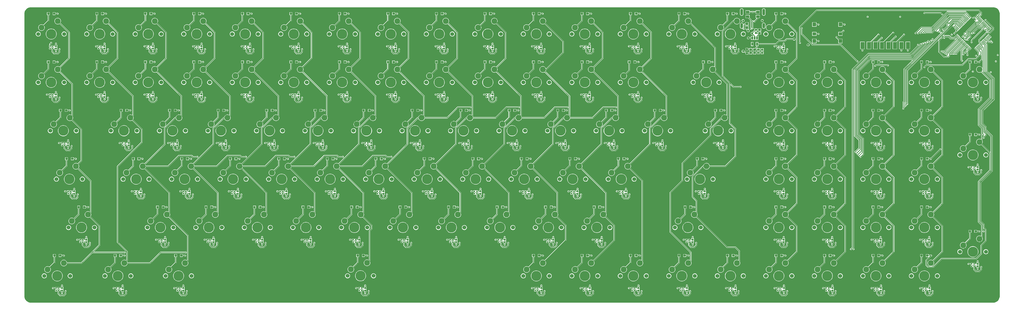
<source format=gtl>
G04*
G04 #@! TF.GenerationSoftware,Altium Limited,CircuitMaker,2.2.1 (2.2.1.6)*
G04*
G04 Layer_Physical_Order=1*
G04 Layer_Color=25308*
%FSLAX25Y25*%
%MOIN*%
G70*
G04*
G04 #@! TF.SameCoordinates,51275918-D11F-4CD5-9039-D10E8471D0EB*
G04*
G04*
G04 #@! TF.FilePolarity,Positive*
G04*
G01*
G75*
%ADD17R,0.05512X0.05905*%
%ADD18R,0.05512X0.05118*%
%ADD19R,0.05905X0.10630*%
%ADD20R,0.05315X0.03937*%
%ADD21R,0.03937X0.04134*%
%ADD22R,0.03543X0.03347*%
%ADD23R,0.03543X0.03150*%
%ADD24R,0.02756X0.05118*%
G04:AMPARAMS|DCode=25|XSize=31.5mil|YSize=31.5mil|CornerRadius=3.15mil|HoleSize=0mil|Usage=FLASHONLY|Rotation=0.000|XOffset=0mil|YOffset=0mil|HoleType=Round|Shape=RoundedRectangle|*
%AMROUNDEDRECTD25*
21,1,0.03150,0.02520,0,0,0.0*
21,1,0.02520,0.03150,0,0,0.0*
1,1,0.00630,0.01260,-0.01260*
1,1,0.00630,-0.01260,-0.01260*
1,1,0.00630,-0.01260,0.01260*
1,1,0.00630,0.01260,0.01260*
%
%ADD25ROUNDEDRECTD25*%
G04:AMPARAMS|DCode=26|XSize=9.84mil|YSize=61.02mil|CornerRadius=0mil|HoleSize=0mil|Usage=FLASHONLY|Rotation=135.000|XOffset=0mil|YOffset=0mil|HoleType=Round|Shape=Round|*
%AMOVALD26*
21,1,0.05118,0.00984,0.00000,0.00000,225.0*
1,1,0.00984,0.01810,0.01810*
1,1,0.00984,-0.01810,-0.01810*
%
%ADD26OVALD26*%

G04:AMPARAMS|DCode=27|XSize=9.84mil|YSize=61.02mil|CornerRadius=0mil|HoleSize=0mil|Usage=FLASHONLY|Rotation=225.000|XOffset=0mil|YOffset=0mil|HoleType=Round|Shape=Round|*
%AMOVALD27*
21,1,0.05118,0.00984,0.00000,0.00000,315.0*
1,1,0.00984,-0.01810,0.01810*
1,1,0.00984,0.01810,-0.01810*
%
%ADD27OVALD27*%

%ADD28R,0.02913X0.03071*%
%ADD29R,0.01968X0.01968*%
%ADD30R,0.03268X0.03268*%
%ADD52C,0.01000*%
%ADD53C,0.00500*%
G04:AMPARAMS|DCode=54|XSize=82.68mil|YSize=43.31mil|CornerRadius=21.65mil|HoleSize=0mil|Usage=FLASHONLY|Rotation=270.000|XOffset=0mil|YOffset=0mil|HoleType=Round|Shape=RoundedRectangle|*
%AMROUNDEDRECTD54*
21,1,0.08268,0.00000,0,0,270.0*
21,1,0.03937,0.04331,0,0,270.0*
1,1,0.04331,0.00000,-0.01968*
1,1,0.04331,0.00000,0.01968*
1,1,0.04331,0.00000,0.01968*
1,1,0.04331,0.00000,-0.01968*
%
%ADD54ROUNDEDRECTD54*%
G04:AMPARAMS|DCode=55|XSize=102.36mil|YSize=43.31mil|CornerRadius=21.65mil|HoleSize=0mil|Usage=FLASHONLY|Rotation=270.000|XOffset=0mil|YOffset=0mil|HoleType=Round|Shape=RoundedRectangle|*
%AMROUNDEDRECTD55*
21,1,0.10236,0.00000,0,0,270.0*
21,1,0.05905,0.04331,0,0,270.0*
1,1,0.04331,0.00000,-0.02953*
1,1,0.04331,0.00000,0.02953*
1,1,0.04331,0.00000,0.02953*
1,1,0.04331,0.00000,-0.02953*
%
%ADD55ROUNDEDRECTD55*%
%ADD56C,0.15700*%
%ADD57C,0.09000*%
%ADD58C,0.06000*%
%ADD59C,0.01772*%
%ADD60C,0.03150*%
G36*
X1596854Y556309D02*
X1598674Y555555D01*
X1600312Y554460D01*
X1601704Y553067D01*
X1602799Y551430D01*
X1603553Y549610D01*
X1603937Y547678D01*
Y546693D01*
Y110000D01*
Y109015D01*
X1603553Y107083D01*
X1602799Y105263D01*
X1601704Y103625D01*
X1600312Y102233D01*
X1598674Y101138D01*
X1596854Y100384D01*
X1594922Y100000D01*
X109015D01*
X107083Y100384D01*
X105263Y101138D01*
X103625Y102233D01*
X102233Y103625D01*
X101138Y105263D01*
X100384Y107083D01*
X100000Y109015D01*
Y110000D01*
Y546693D01*
Y547678D01*
X100384Y549610D01*
X101138Y551430D01*
X102233Y553067D01*
X103625Y554460D01*
X105263Y555555D01*
X107083Y556309D01*
X109015Y556693D01*
X1594922D01*
X1596854Y556309D01*
D02*
G37*
%LPC*%
G36*
X1234063Y551878D02*
X1227748D01*
Y550429D01*
X1223972D01*
X1223816Y550584D01*
X1223307Y550795D01*
X1222756D01*
X1222246Y550584D01*
X1222091Y550429D01*
X1218315D01*
Y551878D01*
X1212000D01*
Y546941D01*
X1218315D01*
Y548390D01*
X1222091D01*
X1222246Y548235D01*
X1222756Y548024D01*
X1223307D01*
X1223816Y548235D01*
X1223972Y548390D01*
X1227748D01*
Y546941D01*
X1234063D01*
Y551878D01*
D02*
G37*
G36*
X1572441Y552791D02*
X1321457D01*
X1321066Y552714D01*
X1320736Y552493D01*
X1295145Y526902D01*
X1294924Y526571D01*
X1294847Y526181D01*
Y502515D01*
X1294691Y502360D01*
X1294480Y501851D01*
Y501299D01*
X1294691Y500790D01*
X1295081Y500400D01*
X1295590Y500189D01*
X1296142D01*
X1296651Y500400D01*
X1297041Y500790D01*
X1297252Y501299D01*
Y501851D01*
X1297041Y502360D01*
X1296886Y502515D01*
Y525759D01*
X1321879Y550752D01*
X1522437D01*
X1522589Y550420D01*
X1522608Y550252D01*
X1498573Y526216D01*
X1482705D01*
X1482315Y526139D01*
X1481984Y525918D01*
X1474042Y517976D01*
X1473823D01*
X1473313Y517765D01*
X1472924Y517375D01*
X1472713Y516866D01*
Y516315D01*
X1472924Y515805D01*
X1473313Y515416D01*
X1473823Y515205D01*
X1474374D01*
X1474883Y515416D01*
X1475273Y515805D01*
X1475484Y516315D01*
Y516534D01*
X1476252Y517302D01*
X1476676Y517019D01*
X1476567Y516756D01*
Y516205D01*
X1476778Y515695D01*
X1477168Y515306D01*
X1477677Y515095D01*
X1478228D01*
X1478738Y515306D01*
X1479128Y515695D01*
X1479339Y516205D01*
Y516424D01*
X1480004Y517090D01*
X1480504Y516883D01*
Y516673D01*
X1480715Y516164D01*
X1481105Y515774D01*
X1481614Y515563D01*
X1482165D01*
X1482675Y515774D01*
X1483065Y516164D01*
X1483276Y516673D01*
Y516893D01*
X1483846Y517464D01*
X1484346Y517256D01*
Y517047D01*
X1484557Y516538D01*
X1484947Y516148D01*
X1485457Y515937D01*
X1486008D01*
X1486517Y516148D01*
X1486907Y516538D01*
X1487118Y517047D01*
X1487315Y517177D01*
X1487487Y517132D01*
X1487860Y516939D01*
X1488026Y516538D01*
X1488416Y516148D01*
X1488925Y515937D01*
X1489476D01*
X1489986Y516148D01*
X1490141Y516303D01*
X1499606D01*
X1499996Y516381D01*
X1500327Y516602D01*
X1504776Y521050D01*
X1505200Y520767D01*
X1505110Y520551D01*
Y520000D01*
X1505321Y519491D01*
X1505711Y519101D01*
X1506220Y518890D01*
X1506772D01*
X1507281Y519101D01*
X1507563Y519383D01*
X1508061Y519231D01*
X1508063Y519229D01*
Y519016D01*
X1508274Y518506D01*
X1508664Y518117D01*
X1509173Y517906D01*
X1509725D01*
X1510234Y518117D01*
X1510516Y518398D01*
X1511014Y518246D01*
X1511016Y518245D01*
Y518031D01*
X1511227Y517522D01*
X1511617Y517132D01*
X1512126Y516921D01*
X1512498D01*
X1512725Y516441D01*
X1502072Y505788D01*
X1501610Y505979D01*
Y506540D01*
X1501765Y506695D01*
X1501976Y507205D01*
Y507756D01*
X1501765Y508265D01*
X1501375Y508655D01*
X1500866Y508866D01*
X1500315D01*
X1499806Y508655D01*
X1499416Y508265D01*
X1499205Y507756D01*
Y507205D01*
X1499416Y506695D01*
X1499571Y506540D01*
Y505819D01*
X1499393Y505685D01*
X1498813Y505781D01*
X1498423Y506171D01*
X1497913Y506382D01*
X1497362D01*
X1496853Y506171D01*
X1496463Y505781D01*
X1496252Y505272D01*
Y504720D01*
X1496401Y504360D01*
X1495474Y503433D01*
X1494918Y503583D01*
X1494887Y503698D01*
X1494897Y503794D01*
X1495087Y504252D01*
Y504803D01*
X1494876Y505313D01*
X1494486Y505702D01*
X1493976Y505913D01*
X1493425D01*
X1492916Y505702D01*
X1492526Y505313D01*
X1492315Y504803D01*
Y504252D01*
X1492526Y503743D01*
X1492681Y503587D01*
Y503217D01*
X1492575Y503066D01*
X1492570Y503064D01*
X1491943Y503296D01*
X1491923Y503344D01*
X1491533Y503734D01*
X1491024Y503945D01*
X1490472D01*
X1489963Y503734D01*
X1489573Y503344D01*
X1489362Y502835D01*
Y502621D01*
X1489360Y502620D01*
X1488862Y502468D01*
X1488580Y502750D01*
X1488071Y502961D01*
X1487520D01*
X1487010Y502750D01*
X1486620Y502360D01*
X1486409Y501851D01*
Y501637D01*
X1486408Y501636D01*
X1485909Y501483D01*
X1485627Y501765D01*
X1485118Y501976D01*
X1484567D01*
X1484058Y501765D01*
X1483668Y501376D01*
X1483457Y500866D01*
Y500653D01*
X1483455Y500651D01*
X1482957Y500499D01*
X1482675Y500781D01*
X1482165Y500992D01*
X1481614D01*
X1481105Y500781D01*
X1480715Y500391D01*
X1480504Y499882D01*
Y499331D01*
X1480581Y499146D01*
X1479839Y498404D01*
X1479339Y498611D01*
Y498898D01*
X1479128Y499407D01*
X1478738Y499797D01*
X1478228Y500008D01*
X1477677D01*
X1477168Y499797D01*
X1476778Y499407D01*
X1476567Y498898D01*
Y498346D01*
X1476778Y497837D01*
X1476933Y497682D01*
Y497620D01*
X1465317Y486004D01*
X1401170D01*
X1400780Y485926D01*
X1400449Y485705D01*
X1376322Y461579D01*
X1376101Y461248D01*
X1376024Y460857D01*
Y185537D01*
X1374550Y184063D01*
X1374331D01*
X1373821Y183852D01*
X1373431Y183462D01*
X1373221Y182953D01*
Y182402D01*
X1373431Y181892D01*
X1373821Y181502D01*
X1374331Y181291D01*
X1374882D01*
X1375391Y181502D01*
X1375781Y181892D01*
X1375992Y182402D01*
Y182621D01*
X1376823Y183452D01*
X1377247Y183169D01*
X1377157Y182953D01*
Y182402D01*
X1377369Y181892D01*
X1377758Y181502D01*
X1378268Y181291D01*
X1378819D01*
X1379328Y181502D01*
X1379718Y181892D01*
X1379929Y182402D01*
Y182953D01*
X1379718Y183462D01*
X1379563Y183617D01*
Y357047D01*
X1380063Y357254D01*
X1386287Y351029D01*
Y339501D01*
X1381440Y334653D01*
X1381220D01*
X1380711Y334443D01*
X1380321Y334053D01*
X1380110Y333543D01*
Y332992D01*
X1380321Y332483D01*
X1380711Y332093D01*
X1381220Y331882D01*
X1381665D01*
X1381902Y331706D01*
X1382079Y331468D01*
Y331024D01*
X1382290Y330514D01*
X1382680Y330124D01*
X1383189Y329913D01*
X1383633D01*
X1383871Y329737D01*
X1384047Y329499D01*
Y329055D01*
X1384258Y328546D01*
X1384648Y328156D01*
X1385157Y327945D01*
X1385602D01*
X1385839Y327769D01*
X1386016Y327531D01*
Y327086D01*
X1386227Y326577D01*
X1386617Y326187D01*
X1387126Y325976D01*
X1387570D01*
X1387808Y325800D01*
X1387984Y325562D01*
Y325118D01*
X1388195Y324609D01*
X1388585Y324219D01*
X1389094Y324008D01*
X1389646D01*
X1390155Y324219D01*
X1390545Y324609D01*
X1390756Y325118D01*
Y325338D01*
X1394028Y328610D01*
X1394249Y328941D01*
X1394327Y329331D01*
Y353937D01*
X1394249Y354327D01*
X1394028Y354658D01*
X1387437Y361249D01*
Y456861D01*
X1405540Y474965D01*
X1468474D01*
X1468665Y474503D01*
X1455999Y461837D01*
X1455779Y461506D01*
X1455701Y461116D01*
Y412020D01*
X1454594Y410913D01*
X1454373Y410582D01*
X1454295Y410192D01*
Y401137D01*
X1454140Y400982D01*
X1453929Y400472D01*
Y399921D01*
X1454140Y399412D01*
X1454530Y399022D01*
X1455039Y398811D01*
X1455591D01*
X1456100Y399022D01*
X1456490Y399412D01*
X1456701Y399921D01*
Y400472D01*
X1456490Y400982D01*
X1456423Y401048D01*
X1456458Y401559D01*
X1456868Y401822D01*
X1457008Y401764D01*
X1457559D01*
X1458068Y401975D01*
X1458458Y402365D01*
X1458669Y402874D01*
Y403318D01*
X1458846Y403556D01*
X1459083Y403732D01*
X1459528D01*
X1460037Y403943D01*
X1460427Y404333D01*
X1460638Y404843D01*
Y405287D01*
X1460814Y405524D01*
X1461052Y405701D01*
X1461496D01*
X1462006Y405912D01*
X1462395Y406302D01*
X1462606Y406811D01*
Y407362D01*
X1462395Y407872D01*
X1462240Y408027D01*
Y458830D01*
X1508914Y505503D01*
X1509414Y505296D01*
Y487795D01*
X1509491Y487405D01*
X1509712Y487074D01*
X1517586Y479200D01*
X1517917Y478979D01*
X1518307Y478902D01*
X1524213D01*
X1524603Y478979D01*
X1524934Y479200D01*
X1526663Y480930D01*
X1526884Y481261D01*
X1526962Y481651D01*
Y484034D01*
X1527018Y484059D01*
X1527551Y484058D01*
X1527941Y483668D01*
X1528450Y483457D01*
X1529002D01*
X1529511Y483668D01*
X1529825Y483982D01*
X1530118Y484025D01*
X1530411Y483982D01*
X1530725Y483668D01*
X1531234Y483457D01*
X1531786D01*
X1532295Y483668D01*
X1532609Y483982D01*
X1532902Y484025D01*
X1533195Y483982D01*
X1533509Y483668D01*
X1534018Y483457D01*
X1534570D01*
X1535079Y483668D01*
X1535393Y483982D01*
X1535686Y484025D01*
X1535979Y483982D01*
X1536293Y483668D01*
X1536802Y483457D01*
X1537354D01*
X1537863Y483668D01*
X1538253Y484058D01*
X1538464Y484567D01*
Y484786D01*
X1543362Y489685D01*
X1543862Y489478D01*
Y475000D01*
X1543940Y474610D01*
X1544161Y474279D01*
X1544480Y473960D01*
Y473740D01*
X1544691Y473231D01*
X1545081Y472841D01*
X1545590Y472630D01*
X1546142D01*
X1546651Y472841D01*
X1547041Y473231D01*
X1547252Y473740D01*
Y474291D01*
X1547041Y474801D01*
X1546651Y475191D01*
X1546142Y475402D01*
X1545922D01*
X1545901Y475422D01*
Y489440D01*
X1546287Y489826D01*
X1546787Y489619D01*
Y484827D01*
X1546632Y484671D01*
X1546421Y484162D01*
Y483611D01*
X1546632Y483101D01*
X1547022Y482712D01*
X1547531Y482501D01*
X1548082D01*
X1548592Y482712D01*
X1548981Y483101D01*
X1549192Y483611D01*
Y484162D01*
X1548981Y484671D01*
X1548826Y484827D01*
Y489581D01*
X1551572Y492327D01*
X1552115Y492162D01*
X1552129Y492090D01*
X1552348Y491761D01*
X1552676Y491542D01*
X1552749Y491528D01*
X1552914Y490985D01*
X1550066Y488137D01*
X1549845Y487807D01*
X1549768Y487417D01*
Y487294D01*
X1549613Y487139D01*
X1549402Y486629D01*
Y486078D01*
X1549613Y485569D01*
X1550002Y485179D01*
X1550512Y484968D01*
X1551063D01*
X1551572Y485179D01*
X1551962Y485569D01*
X1552173Y486078D01*
Y486629D01*
X1551962Y487139D01*
X1551957Y487144D01*
X1552748Y487935D01*
X1553248Y487728D01*
Y483814D01*
X1553092Y483659D01*
X1552882Y483150D01*
Y482598D01*
X1553092Y482089D01*
X1553482Y481699D01*
X1553992Y481488D01*
X1554543D01*
X1555052Y481699D01*
X1555442Y482089D01*
X1555653Y482598D01*
Y483150D01*
X1555442Y483659D01*
X1555287Y483814D01*
Y487690D01*
X1558378Y490781D01*
X1558401Y490816D01*
X1560182Y492597D01*
X1560401Y492925D01*
X1560478Y493312D01*
X1560401Y493699D01*
X1560182Y494027D01*
X1559854Y494246D01*
X1559467Y494323D01*
X1559086Y494704D01*
X1559009Y495091D01*
X1558790Y495419D01*
X1558462Y495638D01*
X1558075Y495715D01*
X1557694Y496096D01*
X1557617Y496483D01*
X1557398Y496811D01*
X1557070Y497030D01*
X1556683Y497107D01*
X1556302Y497488D01*
X1556225Y497875D01*
X1556006Y498203D01*
X1555678Y498422D01*
X1555291Y498499D01*
X1554910Y498880D01*
X1554833Y499267D01*
X1554614Y499595D01*
X1554286Y499814D01*
X1553899Y499891D01*
X1553518Y500272D01*
X1553441Y500659D01*
X1553222Y500987D01*
X1552894Y501206D01*
X1552507Y501283D01*
X1552127Y501663D01*
X1552050Y502051D01*
X1551830Y502379D01*
X1551502Y502598D01*
X1551115Y502675D01*
X1550735Y503055D01*
X1550657Y503442D01*
X1550438Y503771D01*
X1550110Y503990D01*
X1549723Y504067D01*
X1549343Y504447D01*
X1549266Y504835D01*
X1549046Y505163D01*
X1548718Y505382D01*
X1548331Y505459D01*
X1547951Y505839D01*
X1547874Y506226D01*
X1547654Y506555D01*
X1547326Y506774D01*
X1546939Y506851D01*
X1546559Y507231D01*
X1546482Y507618D01*
X1546262Y507946D01*
X1545934Y508166D01*
X1545547Y508243D01*
X1545167Y508623D01*
X1545090Y509010D01*
X1544870Y509339D01*
X1544542Y509558D01*
X1544155Y509635D01*
X1543775Y510015D01*
X1543698Y510402D01*
X1543478Y510730D01*
X1543150Y510950D01*
X1542763Y511027D01*
X1542383Y511407D01*
X1542306Y511794D01*
X1542087Y512122D01*
X1541758Y512342D01*
X1541371Y512419D01*
X1540991Y512799D01*
X1540914Y513186D01*
X1540695Y513514D01*
X1540366Y513734D01*
X1539979Y513811D01*
X1539599Y514191D01*
X1539522Y514578D01*
X1539303Y514906D01*
X1538974Y515126D01*
X1538587Y515203D01*
X1538200Y515126D01*
X1537872Y514906D01*
X1536091Y513125D01*
X1536057Y513102D01*
X1533423Y510468D01*
X1529556D01*
X1526902Y513123D01*
X1526571Y513344D01*
X1526181Y513421D01*
X1519247D01*
X1519092Y513576D01*
X1518583Y513787D01*
X1518031D01*
X1517815Y513698D01*
X1517532Y514122D01*
X1530839Y527429D01*
X1531351Y527940D01*
X1531775Y527657D01*
X1531685Y527441D01*
Y526890D01*
X1531896Y526380D01*
X1532286Y525990D01*
X1532795Y525779D01*
X1533346D01*
X1533856Y525990D01*
X1534011Y526146D01*
X1534238D01*
X1534819Y525565D01*
X1534654Y525023D01*
X1534581Y525008D01*
X1534253Y524789D01*
X1534034Y524461D01*
X1533957Y524074D01*
X1534034Y523687D01*
X1534253Y523358D01*
X1535758Y521853D01*
Y519484D01*
X1533999Y517724D01*
X1533780D01*
X1533270Y517513D01*
X1532880Y517124D01*
X1532669Y516614D01*
Y516063D01*
X1532880Y515554D01*
X1533270Y515164D01*
X1533780Y514953D01*
X1534331D01*
X1534840Y515164D01*
X1535230Y515554D01*
X1535441Y516063D01*
Y516283D01*
X1537499Y518340D01*
X1537720Y518671D01*
X1537798Y519061D01*
Y519188D01*
X1537955Y519318D01*
X1538297Y519501D01*
X1538587Y519443D01*
X1538974Y519520D01*
X1539303Y519739D01*
X1539522Y520068D01*
X1539599Y520455D01*
X1539979Y520835D01*
X1540366Y520912D01*
X1540695Y521131D01*
X1540914Y521459D01*
X1540991Y521847D01*
X1541371Y522227D01*
X1541758Y522304D01*
X1542087Y522523D01*
X1542306Y522852D01*
X1542383Y523239D01*
X1542763Y523619D01*
X1543150Y523696D01*
X1543478Y523915D01*
X1543698Y524243D01*
X1543775Y524630D01*
X1544155Y525011D01*
X1544542Y525088D01*
X1544870Y525307D01*
X1545090Y525635D01*
X1545167Y526022D01*
X1545547Y526403D01*
X1545934Y526480D01*
X1546262Y526699D01*
X1546482Y527027D01*
X1546559Y527414D01*
X1546939Y527795D01*
X1547326Y527872D01*
X1547654Y528091D01*
X1547874Y528419D01*
X1547951Y528806D01*
X1548331Y529187D01*
X1548718Y529264D01*
X1549046Y529483D01*
X1549266Y529811D01*
X1549343Y530198D01*
X1549723Y530579D01*
X1550110Y530656D01*
X1550438Y530875D01*
X1550657Y531203D01*
X1550735Y531590D01*
X1551115Y531971D01*
X1551502Y532048D01*
X1551830Y532267D01*
X1552050Y532595D01*
X1552127Y532982D01*
X1552507Y533363D01*
X1552894Y533440D01*
X1553222Y533659D01*
X1553441Y533987D01*
X1553518Y534374D01*
X1553899Y534755D01*
X1554286Y534831D01*
X1554614Y535051D01*
X1554833Y535379D01*
X1554910Y535766D01*
X1555291Y536146D01*
X1555678Y536223D01*
X1556006Y536443D01*
X1556225Y536771D01*
X1556302Y537158D01*
X1556683Y537538D01*
X1557070Y537615D01*
X1557398Y537835D01*
X1557617Y538163D01*
X1557694Y538550D01*
X1558075Y538930D01*
X1558462Y539007D01*
X1558790Y539227D01*
X1559009Y539555D01*
X1559086Y539942D01*
X1559467Y540322D01*
X1559854Y540399D01*
X1560182Y540619D01*
X1560401Y540947D01*
X1560478Y541334D01*
X1560401Y541721D01*
X1560182Y542049D01*
X1558401Y543830D01*
X1558378Y543864D01*
X1551990Y550252D01*
X1552009Y550420D01*
X1552162Y550752D01*
X1572019D01*
X1574374Y548397D01*
Y545852D01*
X1574218Y545696D01*
X1573667Y545852D01*
X1573623Y546035D01*
X1573633Y546107D01*
X1573827Y546575D01*
Y547126D01*
X1573616Y547635D01*
X1573226Y548025D01*
X1572717Y548236D01*
X1572165D01*
X1571656Y548025D01*
X1571266Y547635D01*
X1571055Y547126D01*
Y546575D01*
X1571266Y546065D01*
X1571421Y545910D01*
Y545683D01*
X1570841Y545103D01*
X1570298Y545267D01*
X1570284Y545340D01*
X1570065Y545668D01*
X1569736Y545887D01*
X1569349Y545964D01*
X1568962Y545887D01*
X1568634Y545668D01*
X1566853Y543887D01*
X1566819Y543864D01*
X1564314Y541359D01*
X1564144D01*
X1563989Y541514D01*
X1563480Y541725D01*
X1562928D01*
X1562419Y541514D01*
X1562029Y541124D01*
X1561818Y540615D01*
Y540064D01*
X1562029Y539554D01*
X1562419Y539164D01*
X1562928Y538953D01*
X1563480D01*
X1563989Y539164D01*
X1564144Y539320D01*
X1564736D01*
X1565126Y539397D01*
X1565457Y539618D01*
X1565631Y539792D01*
X1566173Y539628D01*
X1566188Y539555D01*
X1566407Y539227D01*
X1566735Y539007D01*
X1567122Y538930D01*
X1567503Y538550D01*
X1567580Y538163D01*
X1567647Y538062D01*
X1567679Y538014D01*
X1567320Y537666D01*
X1567298Y537675D01*
X1566811Y537877D01*
X1566260D01*
X1565750Y537666D01*
X1565361Y537276D01*
X1565150Y536766D01*
Y536215D01*
X1565361Y535706D01*
X1565750Y535316D01*
X1566260Y535105D01*
X1566420D01*
X1566628Y534605D01*
X1552035Y520012D01*
X1551814Y519682D01*
X1551736Y519291D01*
Y516783D01*
X1551261Y516724D01*
X1551050Y517233D01*
X1550660Y517623D01*
X1550150Y517834D01*
X1549599D01*
X1549090Y517623D01*
X1548700Y517233D01*
X1548489Y516724D01*
Y516173D01*
X1548700Y515663D01*
X1549090Y515273D01*
X1549599Y515062D01*
X1550150D01*
X1550431Y515179D01*
X1550714Y514755D01*
X1550365Y514405D01*
X1548819D01*
X1548429Y514328D01*
X1548098Y514107D01*
X1546794Y512803D01*
X1546575D01*
X1546065Y512592D01*
X1545675Y512202D01*
X1545465Y511693D01*
Y511142D01*
X1545675Y510632D01*
X1546065Y510243D01*
X1546575Y510032D01*
X1547126D01*
X1547635Y510243D01*
X1548025Y510632D01*
X1548056Y510707D01*
X1548597D01*
X1548628Y510632D01*
X1549018Y510243D01*
X1549093Y510212D01*
Y509670D01*
X1549018Y509639D01*
X1548628Y509250D01*
X1548417Y508740D01*
Y508189D01*
X1548628Y507680D01*
X1549018Y507290D01*
X1549527Y507079D01*
X1549972D01*
X1550210Y506903D01*
X1550386Y506665D01*
Y506220D01*
X1550597Y505711D01*
X1550987Y505321D01*
X1551496Y505110D01*
X1552047D01*
X1552557Y505321D01*
X1552946Y505711D01*
X1552977Y505786D01*
X1553519D01*
X1553550Y505711D01*
X1553939Y505321D01*
X1554449Y505110D01*
X1555000D01*
X1555509Y505321D01*
X1555899Y505711D01*
X1556110Y506220D01*
Y506440D01*
X1559477Y509807D01*
X1559698Y510137D01*
X1559776Y510528D01*
Y515850D01*
X1560275Y515949D01*
X1560439Y515554D01*
X1560829Y515164D01*
X1561339Y514953D01*
X1561890D01*
X1562399Y515164D01*
X1562789Y515554D01*
X1563000Y516063D01*
Y516277D01*
X1563002Y516278D01*
X1563500Y516430D01*
X1563782Y516148D01*
X1564291Y515937D01*
X1564843D01*
X1565352Y516148D01*
X1565742Y516538D01*
X1565953Y517047D01*
Y517598D01*
X1565762Y518060D01*
X1570800Y523099D01*
X1575969D01*
X1576176Y522599D01*
X1559909Y506332D01*
X1559688Y506001D01*
X1559610Y505611D01*
Y503499D01*
X1559455Y503344D01*
X1559244Y502835D01*
Y502283D01*
X1559455Y501774D01*
X1559845Y501384D01*
X1560354Y501173D01*
X1560906D01*
X1561415Y501384D01*
X1561805Y501774D01*
X1562016Y502283D01*
Y502835D01*
X1561805Y503344D01*
X1561650Y503499D01*
Y505188D01*
X1579649Y523188D01*
X1580073Y522904D01*
X1579913Y522520D01*
Y521968D01*
X1580124Y521459D01*
X1580514Y521069D01*
X1581024Y520858D01*
X1581575D01*
X1582084Y521069D01*
X1582240Y521224D01*
X1582791D01*
X1582852Y521207D01*
X1583008Y521073D01*
X1583232Y520794D01*
Y520232D01*
X1583077Y520076D01*
X1582866Y519567D01*
Y519016D01*
X1582959Y518791D01*
X1582886Y518321D01*
X1582721Y518160D01*
X1582547Y518044D01*
X1571720Y507217D01*
X1571499Y506886D01*
X1571421Y506496D01*
Y503304D01*
X1571499Y502914D01*
X1571720Y502584D01*
X1572540Y501763D01*
X1572376Y501221D01*
X1572303Y501206D01*
X1571975Y500987D01*
X1571756Y500659D01*
X1571678Y500272D01*
X1571298Y499891D01*
X1570911Y499814D01*
X1570583Y499595D01*
X1570364Y499267D01*
X1570286Y498880D01*
X1569906Y498499D01*
X1569519Y498422D01*
X1569191Y498203D01*
X1568972Y497875D01*
X1568895Y497488D01*
X1568514Y497107D01*
X1568127Y497030D01*
X1567799Y496811D01*
X1567580Y496483D01*
X1567503Y496096D01*
X1567122Y495715D01*
X1566735Y495638D01*
X1566407Y495419D01*
X1566188Y495091D01*
X1566111Y494704D01*
X1565730Y494323D01*
X1565343Y494246D01*
X1565015Y494027D01*
X1564796Y493699D01*
X1564719Y493312D01*
X1564796Y492925D01*
X1565015Y492597D01*
X1566796Y490816D01*
X1566819Y490781D01*
X1570437Y487163D01*
Y485783D01*
X1570282Y485628D01*
X1570071Y485118D01*
Y484567D01*
X1570282Y484058D01*
X1570672Y483668D01*
X1571181Y483457D01*
X1571732D01*
X1571948Y483546D01*
X1572231Y483122D01*
X1567097Y477988D01*
X1555709D01*
X1555319Y477911D01*
X1554988Y477690D01*
X1545444Y468146D01*
X1490748D01*
X1490358Y468068D01*
X1490027Y467847D01*
X1487739Y465559D01*
X1487520D01*
X1487010Y465348D01*
X1486620Y464958D01*
X1486409Y464449D01*
Y463898D01*
X1486620Y463388D01*
X1487010Y462998D01*
X1487520Y462787D01*
X1488071D01*
X1488580Y462998D01*
X1488970Y463388D01*
X1489181Y463898D01*
Y464117D01*
X1491170Y466106D01*
X1545866D01*
X1546256Y466184D01*
X1546587Y466405D01*
X1556131Y475949D01*
X1567520D01*
X1567910Y476026D01*
X1568241Y476248D01*
X1574858Y482865D01*
X1575358Y482658D01*
Y476407D01*
X1572385Y473433D01*
X1572165D01*
X1571656Y473222D01*
X1571501Y473067D01*
X1569122D01*
Y474181D01*
X1564854D01*
Y469913D01*
X1569122D01*
Y471028D01*
X1571501D01*
X1571656Y470872D01*
X1572165Y470661D01*
X1572717D01*
X1573226Y470872D01*
X1573616Y471262D01*
X1573827Y471772D01*
Y471991D01*
X1576827Y474991D01*
X1577327Y474784D01*
Y463361D01*
X1576827Y463227D01*
X1576599Y463621D01*
X1575669Y464552D01*
X1574528Y465210D01*
X1573257Y465551D01*
X1571940D01*
X1570669Y465210D01*
X1569528Y464552D01*
X1568597Y463621D01*
X1567939Y462481D01*
X1567598Y461209D01*
Y459893D01*
X1567939Y458621D01*
X1568597Y457481D01*
X1569528Y456550D01*
X1570669Y455892D01*
X1571940Y455551D01*
X1573257D01*
X1574528Y455892D01*
X1575344Y456363D01*
X1588154Y443554D01*
Y417351D01*
X1570736Y399934D01*
X1570515Y399603D01*
X1570437Y399213D01*
Y374606D01*
X1570515Y374216D01*
X1570736Y373885D01*
X1575358Y369263D01*
Y353104D01*
X1574858Y352815D01*
X1574528Y353006D01*
X1573257Y353346D01*
X1571940D01*
X1570669Y353006D01*
X1569528Y352347D01*
X1568597Y351416D01*
X1567939Y350276D01*
X1567598Y349005D01*
Y347688D01*
X1567939Y346416D01*
X1568597Y345276D01*
X1569528Y344345D01*
X1570669Y343687D01*
X1571940Y343347D01*
X1573257D01*
X1574528Y343687D01*
X1575344Y344158D01*
X1588154Y331349D01*
Y305147D01*
X1570736Y287729D01*
X1570515Y287398D01*
X1570437Y287008D01*
Y225000D01*
X1570515Y224610D01*
X1570736Y224279D01*
X1575358Y219656D01*
Y203498D01*
X1574858Y203209D01*
X1574528Y203399D01*
X1573257Y203740D01*
X1571940D01*
X1570669Y203399D01*
X1569528Y202741D01*
X1568597Y201810D01*
X1567939Y200670D01*
X1567598Y199398D01*
Y198082D01*
X1567939Y196810D01*
X1568597Y195670D01*
X1569528Y194739D01*
X1570669Y194081D01*
X1571940Y193740D01*
X1573257D01*
X1574528Y194081D01*
X1575669Y194739D01*
X1576599Y195670D01*
X1577258Y196810D01*
X1577598Y198082D01*
Y199398D01*
X1577258Y200670D01*
X1576787Y201486D01*
X1577099Y201799D01*
X1577320Y202130D01*
X1577398Y202520D01*
Y209589D01*
X1577898Y209973D01*
X1577945Y209961D01*
X1578156Y209451D01*
X1578546Y209061D01*
X1579055Y208850D01*
X1579606D01*
X1580116Y209061D01*
X1580506Y209451D01*
X1580717Y209961D01*
Y210512D01*
X1580506Y211021D01*
X1580116Y211411D01*
X1579606Y211622D01*
X1579387D01*
X1578897Y212111D01*
Y214580D01*
X1579360Y214771D01*
X1581264Y212867D01*
Y195895D01*
X1574673Y189304D01*
X1574452Y188973D01*
X1574374Y188583D01*
Y176210D01*
X1567097Y168933D01*
X1514370D01*
X1513980Y168855D01*
X1513649Y168634D01*
X1501153Y156138D01*
X1499636D01*
X1499570Y156638D01*
X1499725Y156679D01*
X1500865Y157338D01*
X1501796Y158268D01*
X1502454Y159409D01*
X1502795Y160680D01*
Y161997D01*
X1502454Y163268D01*
X1501983Y164085D01*
X1516075Y178177D01*
X1516296Y178507D01*
X1516374Y178898D01*
Y218583D01*
X1516296Y218973D01*
X1516075Y219304D01*
X1501983Y233396D01*
X1502454Y234212D01*
X1502795Y235484D01*
Y236800D01*
X1502454Y238072D01*
X1501983Y238888D01*
X1516075Y252980D01*
X1516296Y253311D01*
X1516374Y253701D01*
Y293386D01*
X1516296Y293776D01*
X1516075Y294107D01*
X1501983Y308199D01*
X1502454Y309015D01*
X1502795Y310287D01*
Y311603D01*
X1502454Y312875D01*
X1501983Y313691D01*
X1516075Y327783D01*
X1516296Y328114D01*
X1516374Y328504D01*
Y368189D01*
X1516296Y368579D01*
X1516075Y368910D01*
X1501983Y383002D01*
X1502454Y383818D01*
X1502795Y385090D01*
Y386406D01*
X1502454Y387678D01*
X1501983Y388494D01*
X1516075Y402586D01*
X1516296Y402917D01*
X1516374Y403307D01*
Y442992D01*
X1516296Y443382D01*
X1516075Y443713D01*
X1501983Y457805D01*
X1502454Y458621D01*
X1502795Y459893D01*
Y461209D01*
X1502454Y462481D01*
X1501796Y463621D01*
X1500865Y464552D01*
X1499725Y465210D01*
X1498454Y465551D01*
X1497137D01*
X1495865Y465210D01*
X1494725Y464552D01*
X1493794Y463621D01*
X1493136Y462481D01*
X1492795Y461209D01*
Y459893D01*
X1493136Y458621D01*
X1493794Y457481D01*
X1494725Y456550D01*
X1495865Y455892D01*
X1497137Y455551D01*
X1498454D01*
X1499725Y455892D01*
X1500541Y456363D01*
X1514335Y442570D01*
Y403729D01*
X1500541Y389936D01*
X1499725Y390407D01*
X1498454Y390748D01*
X1497137D01*
X1495865Y390407D01*
X1494725Y389749D01*
X1493794Y388818D01*
X1493136Y387678D01*
X1492795Y386406D01*
Y385090D01*
X1493136Y383818D01*
X1493794Y382678D01*
X1494725Y381747D01*
X1495865Y381089D01*
X1497137Y380748D01*
X1498454D01*
X1499725Y381089D01*
X1500541Y381560D01*
X1514335Y367767D01*
Y328926D01*
X1500541Y315133D01*
X1499725Y315604D01*
X1498454Y315945D01*
X1497137D01*
X1495865Y315604D01*
X1494725Y314946D01*
X1493794Y314015D01*
X1493136Y312875D01*
X1492795Y311603D01*
Y310287D01*
X1493136Y309015D01*
X1493794Y307875D01*
X1494725Y306944D01*
X1495865Y306286D01*
X1497137Y305945D01*
X1498454D01*
X1499725Y306286D01*
X1500541Y306757D01*
X1514335Y292964D01*
Y254123D01*
X1500541Y240330D01*
X1499725Y240801D01*
X1498454Y241142D01*
X1497137D01*
X1495865Y240801D01*
X1494725Y240143D01*
X1493794Y239212D01*
X1493136Y238072D01*
X1492795Y236800D01*
Y235484D01*
X1493136Y234212D01*
X1493794Y233072D01*
X1494725Y232141D01*
X1495865Y231483D01*
X1497137Y231142D01*
X1498454D01*
X1499725Y231483D01*
X1500541Y231954D01*
X1514335Y218160D01*
Y179320D01*
X1500541Y165527D01*
X1499725Y165998D01*
X1498454Y166339D01*
X1497137D01*
X1495865Y165998D01*
X1494725Y165340D01*
X1493794Y164409D01*
X1493136Y163268D01*
X1492795Y161997D01*
Y160680D01*
X1493136Y159409D01*
X1493794Y158268D01*
X1494725Y157338D01*
X1495865Y156679D01*
X1496021Y156638D01*
X1495955Y156138D01*
X1494123D01*
X1491768Y158493D01*
Y165030D01*
X1498186Y171449D01*
X1498406D01*
X1498915Y171660D01*
X1499305Y172050D01*
X1499516Y172559D01*
Y173110D01*
X1499305Y173620D01*
X1498915Y174010D01*
X1498406Y174221D01*
X1497854D01*
X1497345Y174010D01*
X1497190Y173854D01*
X1494319D01*
Y174969D01*
X1490051D01*
Y170701D01*
X1493847D01*
X1494054Y170201D01*
X1490027Y166174D01*
X1489806Y165843D01*
X1489728Y165453D01*
Y158071D01*
X1489806Y157681D01*
X1490027Y157350D01*
X1492980Y154397D01*
X1493311Y154176D01*
X1493701Y154098D01*
X1501575D01*
X1501965Y154176D01*
X1502296Y154397D01*
X1514792Y166894D01*
X1567520D01*
X1567910Y166971D01*
X1568241Y167192D01*
X1576115Y175066D01*
X1576336Y175397D01*
X1576413Y175787D01*
Y188160D01*
X1583004Y194752D01*
X1583225Y195082D01*
X1583303Y195472D01*
Y213289D01*
X1583225Y213679D01*
X1583004Y214010D01*
X1580398Y216617D01*
Y221321D01*
X1580320Y221712D01*
X1580099Y222042D01*
X1575476Y226665D01*
Y285343D01*
X1592894Y302761D01*
X1593115Y303092D01*
X1593193Y303482D01*
Y357558D01*
X1593115Y357948D01*
X1592894Y358279D01*
X1583397Y367776D01*
Y372170D01*
X1583320Y372561D01*
X1583099Y372891D01*
X1578476Y377514D01*
Y396305D01*
X1595894Y413723D01*
X1596115Y414054D01*
X1596193Y414444D01*
Y446515D01*
X1596115Y446905D01*
X1595894Y447236D01*
X1585272Y457859D01*
Y499845D01*
X1585194Y500235D01*
X1584973Y500566D01*
X1583418Y502121D01*
X1583583Y502663D01*
X1583656Y502678D01*
X1583984Y502897D01*
X1584203Y503225D01*
X1584218Y503298D01*
X1584760Y503463D01*
X1586385Y501838D01*
X1586716Y501617D01*
X1587106Y501540D01*
X1591186D01*
X1591341Y501384D01*
X1591850Y501173D01*
X1592402D01*
X1592911Y501384D01*
X1593301Y501774D01*
X1593512Y502283D01*
Y502835D01*
X1593301Y503344D01*
X1592911Y503734D01*
X1592402Y503945D01*
X1591974D01*
X1591712Y504151D01*
X1591566Y504368D01*
Y504817D01*
X1591354Y505327D01*
X1590965Y505716D01*
X1590455Y505927D01*
X1589904D01*
X1589395Y505716D01*
X1589225Y505547D01*
X1588344D01*
X1587594Y506296D01*
X1587759Y506839D01*
X1587832Y506853D01*
X1588160Y507073D01*
X1588379Y507401D01*
X1588456Y507788D01*
X1588837Y508168D01*
X1589224Y508245D01*
X1589552Y508465D01*
X1589771Y508793D01*
X1589848Y509180D01*
X1590228Y509560D01*
X1590616Y509637D01*
X1590944Y509857D01*
X1591163Y510185D01*
X1591240Y510572D01*
X1591163Y510959D01*
X1590944Y511287D01*
X1587325Y514906D01*
X1586996Y515126D01*
X1586609Y515203D01*
X1586222Y515126D01*
X1585894Y514906D01*
X1585675Y514578D01*
X1585598Y514191D01*
X1585217Y513811D01*
X1584830Y513734D01*
X1584502Y513514D01*
X1584283Y513186D01*
X1584206Y512799D01*
X1583825Y512419D01*
X1583438Y512342D01*
X1583110Y512122D01*
X1582891Y511794D01*
X1582814Y511407D01*
X1582434Y511027D01*
X1582047Y510950D01*
X1581718Y510730D01*
X1581499Y510402D01*
X1581422Y510015D01*
X1581042Y509635D01*
X1580655Y509558D01*
X1580326Y509339D01*
X1580107Y509010D01*
X1580030Y508623D01*
X1579650Y508243D01*
X1579263Y508166D01*
X1578934Y507946D01*
X1578715Y507618D01*
X1578638Y507231D01*
X1578258Y506851D01*
X1577871Y506774D01*
X1577542Y506555D01*
X1577323Y506226D01*
X1577246Y505839D01*
X1576866Y505459D01*
X1576479Y505382D01*
X1576151Y505163D01*
X1575931Y504835D01*
X1575854Y504447D01*
X1575474Y504067D01*
X1575087Y503990D01*
X1574759Y503771D01*
X1574539Y503442D01*
X1574525Y503370D01*
X1573982Y503205D01*
X1573460Y503727D01*
Y506074D01*
X1583690Y516303D01*
X1589173D01*
X1589563Y516381D01*
X1589894Y516602D01*
X1594816Y521523D01*
X1595037Y521854D01*
X1595114Y522244D01*
Y525197D01*
X1595037Y525587D01*
X1594816Y525918D01*
X1583669Y537064D01*
Y537284D01*
X1583458Y537793D01*
X1583068Y538183D01*
X1582559Y538394D01*
X1582008D01*
X1581499Y538183D01*
X1581109Y537793D01*
X1580898Y537284D01*
Y536732D01*
X1581109Y536223D01*
X1581499Y535833D01*
X1582008Y535622D01*
X1582227D01*
X1593075Y524775D01*
Y522666D01*
X1588751Y518342D01*
X1585900D01*
X1585569Y518837D01*
X1585575Y518864D01*
X1585638Y519016D01*
Y519166D01*
X1585671Y519328D01*
X1586132Y519580D01*
X1586222Y519520D01*
X1586609Y519443D01*
X1586996Y519520D01*
X1587325Y519739D01*
X1590944Y523358D01*
X1591163Y523687D01*
X1591240Y524074D01*
X1591163Y524461D01*
X1590944Y524789D01*
X1590616Y525008D01*
X1590228Y525085D01*
X1589848Y525466D01*
X1589771Y525853D01*
X1589552Y526181D01*
X1589224Y526400D01*
X1588837Y526477D01*
X1588456Y526858D01*
X1588379Y527245D01*
X1588160Y527573D01*
X1587832Y527792D01*
X1587445Y527869D01*
X1587064Y528250D01*
X1586987Y528637D01*
X1586768Y528965D01*
X1586440Y529184D01*
X1586053Y529261D01*
X1585672Y529641D01*
X1585595Y530029D01*
X1585376Y530357D01*
X1585048Y530576D01*
X1584661Y530653D01*
X1584280Y531034D01*
X1584203Y531421D01*
X1583984Y531749D01*
X1583656Y531968D01*
X1583269Y532045D01*
X1582888Y532425D01*
X1582811Y532812D01*
X1582592Y533141D01*
X1582264Y533360D01*
X1581877Y533437D01*
X1581497Y533817D01*
X1581419Y534204D01*
X1581200Y534533D01*
X1580872Y534752D01*
X1580485Y534829D01*
X1580105Y535209D01*
X1580027Y535596D01*
X1579808Y535925D01*
X1579480Y536144D01*
X1579093Y536221D01*
X1578713Y536601D01*
X1578636Y536988D01*
X1578416Y537317D01*
X1578088Y537536D01*
X1577701Y537613D01*
X1577321Y537993D01*
X1577244Y538380D01*
X1577024Y538708D01*
X1576696Y538928D01*
X1576309Y539005D01*
X1575929Y539385D01*
X1575852Y539772D01*
X1575632Y540100D01*
X1575304Y540320D01*
X1574917Y540397D01*
X1574537Y540777D01*
X1574460Y541164D01*
X1574240Y541492D01*
X1573912Y541712D01*
X1573839Y541726D01*
X1573675Y542269D01*
X1576115Y544708D01*
X1576336Y545039D01*
X1576413Y545430D01*
Y548819D01*
X1576336Y549209D01*
X1576115Y549540D01*
X1573162Y552493D01*
X1572831Y552714D01*
X1572441Y552791D01*
D02*
G37*
G36*
X1269909Y548984D02*
X1265642D01*
Y544717D01*
X1269909D01*
Y545831D01*
X1272288D01*
X1272443Y545676D01*
X1272953Y545465D01*
X1273504D01*
X1274013Y545676D01*
X1274403Y546065D01*
X1274614Y546575D01*
Y547126D01*
X1274403Y547635D01*
X1274013Y548025D01*
X1273504Y548236D01*
X1272953D01*
X1272443Y548025D01*
X1272288Y547870D01*
X1269909D01*
Y548984D01*
D02*
G37*
G36*
X1195106D02*
X1190839D01*
Y544717D01*
X1195106D01*
Y545831D01*
X1197485D01*
X1197640Y545676D01*
X1198149Y545465D01*
X1198701D01*
X1199210Y545676D01*
X1199600Y546065D01*
X1199811Y546575D01*
Y547126D01*
X1199600Y547635D01*
X1199210Y548025D01*
X1198701Y548236D01*
X1198149D01*
X1197640Y548025D01*
X1197485Y547870D01*
X1195106D01*
Y548984D01*
D02*
G37*
G36*
X1120303D02*
X1116035D01*
Y544717D01*
X1120303D01*
Y545831D01*
X1122682D01*
X1122837Y545676D01*
X1123346Y545465D01*
X1123898D01*
X1124407Y545676D01*
X1124797Y546065D01*
X1125008Y546575D01*
Y547126D01*
X1124797Y547635D01*
X1124407Y548025D01*
X1123898Y548236D01*
X1123346D01*
X1122837Y548025D01*
X1122682Y547870D01*
X1120303D01*
Y548984D01*
D02*
G37*
G36*
X1045500D02*
X1041232D01*
Y544717D01*
X1045500D01*
Y545831D01*
X1047879D01*
X1048034Y545676D01*
X1048543Y545465D01*
X1049095D01*
X1049604Y545676D01*
X1049994Y546065D01*
X1050205Y546575D01*
Y547126D01*
X1049994Y547635D01*
X1049604Y548025D01*
X1049095Y548236D01*
X1048543D01*
X1048034Y548025D01*
X1047879Y547870D01*
X1045500D01*
Y548984D01*
D02*
G37*
G36*
X970697D02*
X966429D01*
Y544717D01*
X970697D01*
Y545831D01*
X973075D01*
X973231Y545676D01*
X973740Y545465D01*
X974291D01*
X974801Y545676D01*
X975191Y546065D01*
X975402Y546575D01*
Y547126D01*
X975191Y547635D01*
X974801Y548025D01*
X974291Y548236D01*
X973740D01*
X973231Y548025D01*
X973075Y547870D01*
X970697D01*
Y548984D01*
D02*
G37*
G36*
X895894D02*
X891626D01*
Y544717D01*
X895894D01*
Y545831D01*
X898272D01*
X898428Y545676D01*
X898937Y545465D01*
X899488D01*
X899998Y545676D01*
X900387Y546065D01*
X900598Y546575D01*
Y547126D01*
X900387Y547635D01*
X899998Y548025D01*
X899488Y548236D01*
X898937D01*
X898428Y548025D01*
X898272Y547870D01*
X895894D01*
Y548984D01*
D02*
G37*
G36*
X821091D02*
X816823D01*
Y544717D01*
X821091D01*
Y545831D01*
X823469D01*
X823625Y545676D01*
X824134Y545465D01*
X824685D01*
X825194Y545676D01*
X825584Y546065D01*
X825795Y546575D01*
Y547126D01*
X825584Y547635D01*
X825194Y548025D01*
X824685Y548236D01*
X824134D01*
X823625Y548025D01*
X823469Y547870D01*
X821091D01*
Y548984D01*
D02*
G37*
G36*
X746287D02*
X742020D01*
Y544717D01*
X746287D01*
Y545831D01*
X748666D01*
X748821Y545676D01*
X749331Y545465D01*
X749882D01*
X750391Y545676D01*
X750781Y546065D01*
X750992Y546575D01*
Y547126D01*
X750781Y547635D01*
X750391Y548025D01*
X749882Y548236D01*
X749331D01*
X748821Y548025D01*
X748666Y547870D01*
X746287D01*
Y548984D01*
D02*
G37*
G36*
X671484D02*
X667216D01*
Y544717D01*
X671484D01*
Y545831D01*
X673863D01*
X674018Y545676D01*
X674528Y545465D01*
X675079D01*
X675588Y545676D01*
X675978Y546065D01*
X676189Y546575D01*
Y547126D01*
X675978Y547635D01*
X675588Y548025D01*
X675079Y548236D01*
X674528D01*
X674018Y548025D01*
X673863Y547870D01*
X671484D01*
Y548984D01*
D02*
G37*
G36*
X596681D02*
X592413D01*
Y544717D01*
X596681D01*
Y545831D01*
X599060D01*
X599215Y545676D01*
X599724Y545465D01*
X600276D01*
X600785Y545676D01*
X601175Y546065D01*
X601386Y546575D01*
Y547126D01*
X601175Y547635D01*
X600785Y548025D01*
X600276Y548236D01*
X599724D01*
X599215Y548025D01*
X599060Y547870D01*
X596681D01*
Y548984D01*
D02*
G37*
G36*
X521878D02*
X517610D01*
Y544717D01*
X521878D01*
Y545831D01*
X524257D01*
X524412Y545676D01*
X524921Y545465D01*
X525472D01*
X525982Y545676D01*
X526372Y546065D01*
X526583Y546575D01*
Y547126D01*
X526372Y547635D01*
X525982Y548025D01*
X525472Y548236D01*
X524921D01*
X524412Y548025D01*
X524257Y547870D01*
X521878D01*
Y548984D01*
D02*
G37*
G36*
X447075D02*
X442807D01*
Y544717D01*
X447075D01*
Y545831D01*
X449453D01*
X449609Y545676D01*
X450118Y545465D01*
X450669D01*
X451179Y545676D01*
X451569Y546065D01*
X451780Y546575D01*
Y547126D01*
X451569Y547635D01*
X451179Y548025D01*
X450669Y548236D01*
X450118D01*
X449609Y548025D01*
X449453Y547870D01*
X447075D01*
Y548984D01*
D02*
G37*
G36*
X372272D02*
X368004D01*
Y544717D01*
X372272D01*
Y545831D01*
X374650D01*
X374805Y545676D01*
X375315Y545465D01*
X375866D01*
X376376Y545676D01*
X376765Y546065D01*
X376976Y546575D01*
Y547126D01*
X376765Y547635D01*
X376376Y548025D01*
X375866Y548236D01*
X375315D01*
X374805Y548025D01*
X374650Y547870D01*
X372272D01*
Y548984D01*
D02*
G37*
G36*
X297468D02*
X293201D01*
Y544717D01*
X297468D01*
Y545831D01*
X299847D01*
X300002Y545676D01*
X300512Y545465D01*
X301063D01*
X301572Y545676D01*
X301962Y546065D01*
X302173Y546575D01*
Y547126D01*
X301962Y547635D01*
X301572Y548025D01*
X301063Y548236D01*
X300512D01*
X300002Y548025D01*
X299847Y547870D01*
X297468D01*
Y548984D01*
D02*
G37*
G36*
X222665D02*
X218398D01*
Y544717D01*
X222665D01*
Y545831D01*
X225044D01*
X225199Y545676D01*
X225709Y545465D01*
X226260D01*
X226769Y545676D01*
X227159Y546065D01*
X227370Y546575D01*
Y547126D01*
X227159Y547635D01*
X226769Y548025D01*
X226260Y548236D01*
X225709D01*
X225199Y548025D01*
X225044Y547870D01*
X222665D01*
Y548984D01*
D02*
G37*
G36*
X147862D02*
X143595D01*
Y544717D01*
X147862D01*
Y545831D01*
X150241D01*
X150396Y545676D01*
X150905Y545465D01*
X151457D01*
X151966Y545676D01*
X152356Y546065D01*
X152567Y546575D01*
Y547126D01*
X152356Y547635D01*
X151966Y548025D01*
X151457Y548236D01*
X150905D01*
X150396Y548025D01*
X150241Y547870D01*
X147862D01*
Y548984D01*
D02*
G37*
G36*
X1488071Y549221D02*
X1487520D01*
X1487010Y549010D01*
X1486620Y548620D01*
X1486409Y548110D01*
Y547559D01*
X1486620Y547050D01*
X1487010Y546660D01*
X1487520Y546449D01*
X1488071D01*
X1488580Y546660D01*
X1488735Y546815D01*
X1512963D01*
X1513968Y545810D01*
Y545590D01*
X1514180Y545081D01*
X1514569Y544691D01*
X1515079Y544480D01*
X1515630D01*
X1516139Y544691D01*
X1516529Y545081D01*
X1516740Y545590D01*
Y546142D01*
X1516529Y546651D01*
X1516139Y547041D01*
X1515630Y547252D01*
X1515410D01*
X1514107Y548556D01*
X1513776Y548777D01*
X1513386Y548854D01*
X1488735D01*
X1488580Y549010D01*
X1488071Y549221D01*
D02*
G37*
G36*
X1240039Y554932D02*
X1239344Y554841D01*
X1238695Y554572D01*
X1238138Y554145D01*
X1237711Y553588D01*
X1237443Y552940D01*
X1237351Y552244D01*
Y546339D01*
X1237443Y545643D01*
X1237711Y544994D01*
X1238138Y544438D01*
X1238695Y544010D01*
X1239344Y543742D01*
X1240039Y543650D01*
X1240735Y543742D01*
X1241383Y544010D01*
X1241940Y544438D01*
X1242367Y544994D01*
X1242636Y545643D01*
X1242728Y546339D01*
Y552244D01*
X1242636Y552940D01*
X1242367Y553588D01*
X1241940Y554145D01*
X1241383Y554572D01*
X1240735Y554841D01*
X1240039Y554932D01*
D02*
G37*
G36*
X1206024D02*
X1205328Y554841D01*
X1204679Y554572D01*
X1204123Y554145D01*
X1203695Y553588D01*
X1203427Y552940D01*
X1203335Y552244D01*
Y546339D01*
X1203427Y545643D01*
X1203695Y544994D01*
X1204123Y544438D01*
X1204679Y544010D01*
X1205328Y543742D01*
X1206024Y543650D01*
X1206719Y543742D01*
X1207368Y544010D01*
X1207925Y544438D01*
X1208352Y544994D01*
X1208620Y545643D01*
X1208712Y546339D01*
Y552244D01*
X1208620Y552940D01*
X1208352Y553588D01*
X1207925Y554145D01*
X1207368Y554572D01*
X1206719Y554841D01*
X1206024Y554932D01*
D02*
G37*
G36*
X1450669Y543315D02*
X1450118D01*
X1449609Y543104D01*
X1449219Y542714D01*
X1449008Y542205D01*
Y541653D01*
X1449219Y541144D01*
X1449609Y540754D01*
X1450118Y540543D01*
X1450669D01*
X1451179Y540754D01*
X1451569Y541144D01*
X1451779Y541653D01*
Y542205D01*
X1451569Y542714D01*
X1451179Y543104D01*
X1450669Y543315D01*
D02*
G37*
G36*
X1400473D02*
X1399921D01*
X1399412Y543104D01*
X1399022Y542714D01*
X1398811Y542205D01*
Y541653D01*
X1399022Y541144D01*
X1399412Y540754D01*
X1399921Y540543D01*
X1400473D01*
X1400982Y540754D01*
X1401372Y541144D01*
X1401583Y541653D01*
Y542205D01*
X1401372Y542714D01*
X1400982Y543104D01*
X1400473Y543315D01*
D02*
G37*
G36*
X1234063Y544791D02*
X1227748D01*
Y539854D01*
X1228704D01*
X1228895Y539392D01*
X1225928Y536425D01*
X1225709D01*
X1225199Y536214D01*
X1224809Y535824D01*
X1224778Y535750D01*
X1224237D01*
X1224206Y535824D01*
X1223816Y536214D01*
X1223307Y536425D01*
X1222756D01*
X1222246Y536214D01*
X1221857Y535824D01*
X1221646Y535315D01*
Y534764D01*
X1221857Y534254D01*
X1222012Y534099D01*
Y525153D01*
X1221857Y524998D01*
X1221759Y524762D01*
X1221189Y524568D01*
X1221179Y524570D01*
X1221098Y524630D01*
Y537402D01*
X1221021Y537792D01*
X1220800Y538123D01*
X1218315Y540607D01*
Y544791D01*
X1212000D01*
Y539854D01*
X1216184D01*
X1219059Y536979D01*
Y524169D01*
X1218904Y524013D01*
X1218693Y523504D01*
Y522953D01*
X1218904Y522443D01*
X1219294Y522053D01*
X1219803Y521842D01*
X1220354D01*
X1220864Y522053D01*
X1221254Y522443D01*
X1221465Y522953D01*
Y523166D01*
X1221467Y523168D01*
X1221965Y523320D01*
X1222246Y523038D01*
X1222756Y522827D01*
X1223307D01*
X1223816Y523038D01*
X1224206Y523428D01*
X1224417Y523937D01*
Y524488D01*
X1224206Y524998D01*
X1224051Y525153D01*
Y534099D01*
X1224206Y534254D01*
X1224237Y534329D01*
X1224778D01*
X1224809Y534254D01*
X1225199Y533864D01*
X1225709Y533653D01*
X1226260D01*
X1226769Y533864D01*
X1227159Y534254D01*
X1227370Y534764D01*
Y534983D01*
X1231627Y539240D01*
X1231847Y539570D01*
X1231904Y539854D01*
X1234063D01*
Y544791D01*
D02*
G37*
G36*
X1238208Y538098D02*
X1237383D01*
X1236620Y537782D01*
X1236036Y537199D01*
X1235721Y536436D01*
Y535611D01*
X1236036Y534848D01*
X1236620Y534265D01*
X1237383Y533949D01*
X1238208D01*
X1238971Y534265D01*
X1239554Y534848D01*
X1239870Y535611D01*
Y536436D01*
X1239554Y537199D01*
X1238971Y537782D01*
X1238208Y538098D01*
D02*
G37*
G36*
X1208680D02*
X1207855D01*
X1207092Y537782D01*
X1206509Y537199D01*
X1206193Y536436D01*
Y535611D01*
X1206509Y534848D01*
X1207092Y534265D01*
X1207855Y533949D01*
X1208680D01*
X1209443Y534265D01*
X1210027Y534848D01*
X1210343Y535611D01*
Y536436D01*
X1210027Y537199D01*
X1209443Y537782D01*
X1208680Y538098D01*
D02*
G37*
G36*
X1216642Y533669D02*
X1211705D01*
Y532122D01*
X1211220D01*
X1210830Y532044D01*
X1210499Y531823D01*
X1209172Y530496D01*
X1208644Y530675D01*
X1208620Y530853D01*
X1208352Y531502D01*
X1207925Y532058D01*
X1207368Y532486D01*
X1206719Y532754D01*
X1206024Y532846D01*
X1205328Y532754D01*
X1204679Y532486D01*
X1204123Y532058D01*
X1203695Y531502D01*
X1203427Y530853D01*
X1203335Y530158D01*
Y526221D01*
X1203427Y525525D01*
X1203695Y524876D01*
X1204123Y524320D01*
X1204679Y523892D01*
X1205328Y523624D01*
X1206024Y523532D01*
X1206719Y523624D01*
X1207368Y523892D01*
X1207541Y524025D01*
X1207951Y523710D01*
X1207866Y523504D01*
Y522953D01*
X1208077Y522443D01*
X1208467Y522053D01*
X1208976Y521842D01*
X1209528D01*
X1210037Y522053D01*
X1210427Y522443D01*
X1210638Y522953D01*
Y523504D01*
X1210427Y524013D01*
X1210272Y524169D01*
Y528712D01*
X1211205Y529645D01*
X1211705Y529438D01*
Y528535D01*
X1216642D01*
Y533669D01*
D02*
G37*
G36*
X1199241Y540354D02*
X1197924D01*
X1196653Y540014D01*
X1195513Y539355D01*
X1194582Y538424D01*
X1193923Y537284D01*
X1193680Y536374D01*
X1192835D01*
X1192445Y536296D01*
X1192114Y536075D01*
X1176051Y520012D01*
X1175830Y519682D01*
X1175752Y519291D01*
Y450394D01*
X1175830Y450003D01*
X1176051Y449673D01*
X1186579Y439145D01*
Y377559D01*
X1186656Y377169D01*
X1186878Y376838D01*
X1195437Y368279D01*
Y326800D01*
X1180601Y311965D01*
X1156734D01*
X1156490Y312875D01*
X1155832Y314015D01*
X1154901Y314946D01*
X1153761Y315604D01*
X1152489Y315945D01*
X1151173D01*
X1149901Y315604D01*
X1148761Y314946D01*
X1147830Y314015D01*
X1147171Y312875D01*
X1146928Y311965D01*
X1146575D01*
X1146185Y311887D01*
X1145854Y311666D01*
X1129791Y295603D01*
X1129570Y295272D01*
X1129492Y294882D01*
Y263386D01*
X1129570Y262996D01*
X1129791Y262665D01*
X1135398Y257058D01*
Y241125D01*
X1134898Y240845D01*
X1133788Y241142D01*
X1132472D01*
X1131200Y240801D01*
X1130060Y240143D01*
X1129129Y239212D01*
X1128471Y238072D01*
X1128130Y236800D01*
Y235484D01*
X1128471Y234212D01*
X1129129Y233072D01*
X1130060Y232141D01*
X1131200Y231483D01*
X1132472Y231142D01*
X1133788D01*
X1135060Y231483D01*
X1135876Y231954D01*
X1182921Y184909D01*
X1183252Y184688D01*
X1183642Y184610D01*
X1196034D01*
X1201343Y179302D01*
Y166096D01*
X1200843Y165807D01*
X1200513Y165998D01*
X1199241Y166339D01*
X1197924D01*
X1196653Y165998D01*
X1195513Y165340D01*
X1194582Y164409D01*
X1193923Y163268D01*
X1193583Y161997D01*
Y160680D01*
X1193923Y159409D01*
X1194582Y158268D01*
X1195513Y157338D01*
X1196653Y156679D01*
X1197924Y156339D01*
X1199241D01*
X1200513Y156679D01*
X1201653Y157338D01*
X1202584Y158268D01*
X1203242Y159409D01*
X1203583Y160680D01*
Y161997D01*
X1203242Y163268D01*
X1202771Y164085D01*
X1203083Y164397D01*
X1203304Y164728D01*
X1203382Y165118D01*
Y179724D01*
X1203304Y180115D01*
X1203083Y180445D01*
X1197178Y186351D01*
X1196847Y186572D01*
X1196457Y186650D01*
X1184065D01*
X1137318Y233396D01*
X1137790Y234212D01*
X1138130Y235484D01*
Y236800D01*
X1137790Y238072D01*
X1137291Y238936D01*
X1137359Y239039D01*
X1137437Y239429D01*
Y257480D01*
X1137359Y257871D01*
X1137138Y258201D01*
X1131531Y263808D01*
Y294460D01*
X1146589Y309517D01*
X1147072Y309387D01*
X1147171Y309015D01*
X1147830Y307875D01*
X1148761Y306944D01*
X1149901Y306286D01*
X1151173Y305945D01*
X1152489D01*
X1153761Y306286D01*
X1154901Y306944D01*
X1155832Y307875D01*
X1156490Y309015D01*
X1156734Y309925D01*
X1181024D01*
X1181414Y310003D01*
X1181745Y310224D01*
X1197178Y325657D01*
X1197399Y325988D01*
X1197476Y326378D01*
Y368701D01*
X1197399Y369091D01*
X1197178Y369422D01*
X1188618Y377981D01*
Y436452D01*
X1189080Y436644D01*
X1192783Y432940D01*
X1193114Y432719D01*
X1193504Y432642D01*
X1203391D01*
X1203546Y432487D01*
X1204055Y432276D01*
X1204606D01*
X1205116Y432487D01*
X1205506Y432876D01*
X1205717Y433386D01*
Y433937D01*
X1205506Y434446D01*
X1205116Y434836D01*
X1204606Y435047D01*
X1204055D01*
X1203546Y434836D01*
X1203391Y434681D01*
X1193926D01*
X1188319Y440288D01*
X1177791Y450816D01*
Y518869D01*
X1193207Y534285D01*
X1193710Y534221D01*
X1193923Y533424D01*
X1194582Y532284D01*
X1195513Y531353D01*
X1196653Y530695D01*
X1197924Y530354D01*
X1199241D01*
X1200513Y530695D01*
X1201653Y531353D01*
X1202584Y532284D01*
X1203242Y533424D01*
X1203583Y534696D01*
Y536013D01*
X1203242Y537284D01*
X1202584Y538424D01*
X1201653Y539355D01*
X1200513Y540014D01*
X1199241Y540354D01*
D02*
G37*
G36*
X1261130Y548984D02*
X1256862D01*
Y544717D01*
X1257977D01*
Y536387D01*
X1251132Y529542D01*
X1250316Y530014D01*
X1249044Y530354D01*
X1247728D01*
X1246456Y530014D01*
X1245316Y529355D01*
X1244385Y528424D01*
X1243727Y527284D01*
X1243386Y526013D01*
Y524696D01*
X1243727Y523424D01*
X1244385Y522284D01*
X1245316Y521353D01*
X1246456Y520695D01*
X1247728Y520354D01*
X1249044D01*
X1250316Y520695D01*
X1251456Y521353D01*
X1252387Y522284D01*
X1253045Y523424D01*
X1253386Y524696D01*
Y526013D01*
X1253045Y527284D01*
X1252574Y528100D01*
X1259717Y535244D01*
X1259938Y535574D01*
X1260016Y535965D01*
Y544717D01*
X1261130D01*
Y548984D01*
D02*
G37*
G36*
X1186327D02*
X1182059D01*
Y544717D01*
X1183173D01*
Y536387D01*
X1176329Y529542D01*
X1175513Y530014D01*
X1174241Y530354D01*
X1172924D01*
X1171653Y530014D01*
X1170513Y529355D01*
X1169582Y528424D01*
X1168923Y527284D01*
X1168583Y526013D01*
Y524696D01*
X1168923Y523424D01*
X1169582Y522284D01*
X1170513Y521353D01*
X1171653Y520695D01*
X1172924Y520354D01*
X1174241D01*
X1175513Y520695D01*
X1176653Y521353D01*
X1177584Y522284D01*
X1178242Y523424D01*
X1178583Y524696D01*
Y526013D01*
X1178242Y527284D01*
X1177771Y528100D01*
X1184914Y535244D01*
X1185135Y535574D01*
X1185213Y535965D01*
Y544717D01*
X1186327D01*
Y548984D01*
D02*
G37*
G36*
X1111524D02*
X1107256D01*
Y544717D01*
X1108370D01*
Y536387D01*
X1101526Y529542D01*
X1100710Y530014D01*
X1099438Y530354D01*
X1098121D01*
X1096850Y530014D01*
X1095710Y529355D01*
X1094779Y528424D01*
X1094120Y527284D01*
X1093779Y526013D01*
Y524696D01*
X1094120Y523424D01*
X1094779Y522284D01*
X1095710Y521353D01*
X1096850Y520695D01*
X1098121Y520354D01*
X1099438D01*
X1100710Y520695D01*
X1101850Y521353D01*
X1102781Y522284D01*
X1103439Y523424D01*
X1103780Y524696D01*
Y526013D01*
X1103439Y527284D01*
X1102968Y528100D01*
X1110111Y535244D01*
X1110332Y535574D01*
X1110409Y535965D01*
Y544717D01*
X1111524D01*
Y548984D01*
D02*
G37*
G36*
X1036720D02*
X1032453D01*
Y544717D01*
X1033567D01*
Y536387D01*
X1026723Y529542D01*
X1025906Y530014D01*
X1024635Y530354D01*
X1023318D01*
X1022046Y530014D01*
X1020906Y529355D01*
X1019975Y528424D01*
X1019317Y527284D01*
X1018976Y526013D01*
Y524696D01*
X1019317Y523424D01*
X1019975Y522284D01*
X1020906Y521353D01*
X1022046Y520695D01*
X1023318Y520354D01*
X1024635D01*
X1025906Y520695D01*
X1027046Y521353D01*
X1027977Y522284D01*
X1028636Y523424D01*
X1028976Y524696D01*
Y526013D01*
X1028636Y527284D01*
X1028164Y528100D01*
X1035308Y535244D01*
X1035529Y535574D01*
X1035606Y535965D01*
Y544717D01*
X1036720D01*
Y548984D01*
D02*
G37*
G36*
X961917D02*
X957650D01*
Y544717D01*
X958764D01*
Y536387D01*
X951919Y529542D01*
X951103Y530014D01*
X949831Y530354D01*
X948515D01*
X947243Y530014D01*
X946103Y529355D01*
X945172Y528424D01*
X944514Y527284D01*
X944173Y526013D01*
Y524696D01*
X944514Y523424D01*
X945172Y522284D01*
X946103Y521353D01*
X947243Y520695D01*
X948515Y520354D01*
X949831D01*
X951103Y520695D01*
X952243Y521353D01*
X953174Y522284D01*
X953833Y523424D01*
X954173Y524696D01*
Y526013D01*
X953833Y527284D01*
X953361Y528100D01*
X960504Y535244D01*
X960725Y535574D01*
X960803Y535965D01*
Y544717D01*
X961917D01*
Y548984D01*
D02*
G37*
G36*
X887114D02*
X882847D01*
Y544717D01*
X883961D01*
Y536387D01*
X877116Y529542D01*
X876300Y530014D01*
X875028Y530354D01*
X873712D01*
X872440Y530014D01*
X871300Y529355D01*
X870369Y528424D01*
X869711Y527284D01*
X869370Y526013D01*
Y524696D01*
X869711Y523424D01*
X870369Y522284D01*
X871300Y521353D01*
X872440Y520695D01*
X873712Y520354D01*
X875028D01*
X876300Y520695D01*
X877440Y521353D01*
X878371Y522284D01*
X879029Y523424D01*
X879370Y524696D01*
Y526013D01*
X879029Y527284D01*
X878558Y528100D01*
X885701Y535244D01*
X885922Y535574D01*
X886000Y535965D01*
Y544717D01*
X887114D01*
Y548984D01*
D02*
G37*
G36*
X812311D02*
X808043D01*
Y544717D01*
X809158D01*
Y536387D01*
X802313Y529542D01*
X801497Y530014D01*
X800225Y530354D01*
X798909D01*
X797637Y530014D01*
X796497Y529355D01*
X795566Y528424D01*
X794908Y527284D01*
X794567Y526013D01*
Y524696D01*
X794908Y523424D01*
X795566Y522284D01*
X796497Y521353D01*
X797637Y520695D01*
X798909Y520354D01*
X800225D01*
X801497Y520695D01*
X802637Y521353D01*
X803568Y522284D01*
X804226Y523424D01*
X804567Y524696D01*
Y526013D01*
X804226Y527284D01*
X803755Y528100D01*
X810898Y535244D01*
X811119Y535574D01*
X811197Y535965D01*
Y544717D01*
X812311D01*
Y548984D01*
D02*
G37*
G36*
X737508D02*
X733240D01*
Y544717D01*
X734354D01*
Y536387D01*
X727510Y529542D01*
X726694Y530014D01*
X725422Y530354D01*
X724106D01*
X722834Y530014D01*
X721694Y529355D01*
X720763Y528424D01*
X720105Y527284D01*
X719764Y526013D01*
Y524696D01*
X720105Y523424D01*
X720763Y522284D01*
X721694Y521353D01*
X722834Y520695D01*
X724106Y520354D01*
X725422D01*
X726694Y520695D01*
X727834Y521353D01*
X728765Y522284D01*
X729423Y523424D01*
X729764Y524696D01*
Y526013D01*
X729423Y527284D01*
X728952Y528100D01*
X736095Y535244D01*
X736316Y535574D01*
X736394Y535965D01*
Y544717D01*
X737508D01*
Y548984D01*
D02*
G37*
G36*
X662705D02*
X658437D01*
Y544717D01*
X659551D01*
Y536387D01*
X652707Y529542D01*
X651891Y530014D01*
X650619Y530354D01*
X649302D01*
X648031Y530014D01*
X646891Y529355D01*
X645960Y528424D01*
X645301Y527284D01*
X644961Y526013D01*
Y524696D01*
X645301Y523424D01*
X645960Y522284D01*
X646891Y521353D01*
X648031Y520695D01*
X649302Y520354D01*
X650619D01*
X651891Y520695D01*
X653031Y521353D01*
X653962Y522284D01*
X654620Y523424D01*
X654961Y524696D01*
Y526013D01*
X654620Y527284D01*
X654149Y528100D01*
X661292Y535244D01*
X661513Y535574D01*
X661590Y535965D01*
Y544717D01*
X662705D01*
Y548984D01*
D02*
G37*
G36*
X587902D02*
X583634D01*
Y544717D01*
X584748D01*
Y536387D01*
X577904Y529542D01*
X577087Y530014D01*
X575816Y530354D01*
X574499D01*
X573228Y530014D01*
X572087Y529355D01*
X571157Y528424D01*
X570498Y527284D01*
X570157Y526013D01*
Y524696D01*
X570498Y523424D01*
X571157Y522284D01*
X572087Y521353D01*
X573228Y520695D01*
X574499Y520354D01*
X575816D01*
X577087Y520695D01*
X578228Y521353D01*
X579158Y522284D01*
X579817Y523424D01*
X580158Y524696D01*
Y526013D01*
X579817Y527284D01*
X579346Y528100D01*
X586489Y535244D01*
X586710Y535574D01*
X586787Y535965D01*
Y544717D01*
X587902D01*
Y548984D01*
D02*
G37*
G36*
X513098D02*
X508831D01*
Y544717D01*
X509945D01*
Y536387D01*
X503100Y529542D01*
X502284Y530014D01*
X501013Y530354D01*
X499696D01*
X498424Y530014D01*
X497284Y529355D01*
X496353Y528424D01*
X495695Y527284D01*
X495354Y526013D01*
Y524696D01*
X495695Y523424D01*
X496353Y522284D01*
X497284Y521353D01*
X498424Y520695D01*
X499696Y520354D01*
X501013D01*
X502284Y520695D01*
X503424Y521353D01*
X504355Y522284D01*
X505014Y523424D01*
X505354Y524696D01*
Y526013D01*
X505014Y527284D01*
X504542Y528100D01*
X511686Y535244D01*
X511906Y535574D01*
X511984Y535965D01*
Y544717D01*
X513098D01*
Y548984D01*
D02*
G37*
G36*
X438295D02*
X434028D01*
Y544717D01*
X435142D01*
Y536387D01*
X428297Y529542D01*
X427481Y530014D01*
X426209Y530354D01*
X424893D01*
X423621Y530014D01*
X422481Y529355D01*
X421550Y528424D01*
X420892Y527284D01*
X420551Y526013D01*
Y524696D01*
X420892Y523424D01*
X421550Y522284D01*
X422481Y521353D01*
X423621Y520695D01*
X424893Y520354D01*
X426209D01*
X427481Y520695D01*
X428621Y521353D01*
X429552Y522284D01*
X430210Y523424D01*
X430551Y524696D01*
Y526013D01*
X430210Y527284D01*
X429739Y528100D01*
X436882Y535244D01*
X437103Y535574D01*
X437181Y535965D01*
Y544717D01*
X438295D01*
Y548984D01*
D02*
G37*
G36*
X363492D02*
X359224D01*
Y544717D01*
X360339D01*
Y536387D01*
X353494Y529542D01*
X352678Y530014D01*
X351406Y530354D01*
X350090D01*
X348818Y530014D01*
X347678Y529355D01*
X346747Y528424D01*
X346089Y527284D01*
X345748Y526013D01*
Y524696D01*
X346089Y523424D01*
X346747Y522284D01*
X347678Y521353D01*
X348818Y520695D01*
X350090Y520354D01*
X351406D01*
X352678Y520695D01*
X353818Y521353D01*
X354749Y522284D01*
X355407Y523424D01*
X355748Y524696D01*
Y526013D01*
X355407Y527284D01*
X354936Y528100D01*
X362079Y535244D01*
X362300Y535574D01*
X362378Y535965D01*
Y544717D01*
X363492D01*
Y548984D01*
D02*
G37*
G36*
X288689D02*
X284421D01*
Y544717D01*
X285536D01*
Y536387D01*
X278691Y529542D01*
X277875Y530014D01*
X276603Y530354D01*
X275287D01*
X274015Y530014D01*
X272875Y529355D01*
X271944Y528424D01*
X271286Y527284D01*
X270945Y526013D01*
Y524696D01*
X271286Y523424D01*
X271944Y522284D01*
X272875Y521353D01*
X274015Y520695D01*
X275287Y520354D01*
X276603D01*
X277875Y520695D01*
X279015Y521353D01*
X279946Y522284D01*
X280604Y523424D01*
X280945Y524696D01*
Y526013D01*
X280604Y527284D01*
X280133Y528100D01*
X287276Y535244D01*
X287497Y535574D01*
X287575Y535965D01*
Y544717D01*
X288689D01*
Y548984D01*
D02*
G37*
G36*
X213886D02*
X209618D01*
Y544717D01*
X210732D01*
Y536387D01*
X203888Y529542D01*
X203072Y530014D01*
X201800Y530354D01*
X200483D01*
X199212Y530014D01*
X198072Y529355D01*
X197141Y528424D01*
X196483Y527284D01*
X196142Y526013D01*
Y524696D01*
X196483Y523424D01*
X197141Y522284D01*
X198072Y521353D01*
X199212Y520695D01*
X200483Y520354D01*
X201800D01*
X203072Y520695D01*
X204212Y521353D01*
X205143Y522284D01*
X205801Y523424D01*
X206142Y524696D01*
Y526013D01*
X205801Y527284D01*
X205330Y528100D01*
X212473Y535244D01*
X212694Y535574D01*
X212772Y535965D01*
Y544717D01*
X213886D01*
Y548984D01*
D02*
G37*
G36*
X139083D02*
X134815D01*
Y544717D01*
X135929D01*
Y536387D01*
X129085Y529542D01*
X128269Y530014D01*
X126997Y530354D01*
X125680D01*
X124409Y530014D01*
X123268Y529355D01*
X122338Y528424D01*
X121679Y527284D01*
X121339Y526013D01*
Y524696D01*
X121679Y523424D01*
X122338Y522284D01*
X123268Y521353D01*
X124409Y520695D01*
X125680Y520354D01*
X126997D01*
X128269Y520695D01*
X129409Y521353D01*
X130340Y522284D01*
X130998Y523424D01*
X131339Y524696D01*
Y526013D01*
X130998Y527284D01*
X130527Y528100D01*
X137670Y535244D01*
X137891Y535574D01*
X137968Y535965D01*
Y544717D01*
X139083D01*
Y548984D01*
D02*
G37*
G36*
X1321366Y533571D02*
X1314854D01*
Y526665D01*
X1321366D01*
Y529099D01*
X1323469D01*
X1323625Y528943D01*
X1324134Y528732D01*
X1324685D01*
X1325194Y528943D01*
X1325584Y529333D01*
X1325795Y529843D01*
Y530394D01*
X1325584Y530903D01*
X1325194Y531293D01*
X1324685Y531504D01*
X1324134D01*
X1323625Y531293D01*
X1323469Y531138D01*
X1321366D01*
Y533571D01*
D02*
G37*
G36*
X1361524D02*
X1355012D01*
Y526665D01*
X1361524D01*
Y529099D01*
X1363824D01*
X1363979Y528943D01*
X1364488Y528732D01*
X1365039D01*
X1365549Y528943D01*
X1365939Y529333D01*
X1366150Y529843D01*
Y530394D01*
X1365939Y530903D01*
X1365549Y531293D01*
X1365039Y531504D01*
X1364488D01*
X1363979Y531293D01*
X1363824Y531138D01*
X1361524D01*
Y533571D01*
D02*
G37*
G36*
X1240039Y532846D02*
X1239344Y532754D01*
X1238695Y532486D01*
X1238138Y532058D01*
X1237711Y531502D01*
X1237443Y530853D01*
X1237351Y530158D01*
Y526221D01*
X1237443Y525525D01*
X1237711Y524876D01*
X1238138Y524320D01*
X1238695Y523892D01*
X1239344Y523624D01*
X1240039Y523532D01*
X1240735Y523624D01*
X1241383Y523892D01*
X1241940Y524320D01*
X1242367Y524876D01*
X1242636Y525525D01*
X1242728Y526221D01*
Y530158D01*
X1242636Y530853D01*
X1242367Y531502D01*
X1241940Y532058D01*
X1241383Y532486D01*
X1240735Y532754D01*
X1240039Y532846D01*
D02*
G37*
G36*
X1236130Y524024D02*
X1231587D01*
Y522772D01*
X1230224D01*
Y523827D01*
X1225681D01*
Y521414D01*
X1222616Y518349D01*
X1222460Y518413D01*
X1221634D01*
X1220872Y518097D01*
X1220288Y517514D01*
X1219972Y516751D01*
Y515926D01*
X1220288Y515163D01*
X1220872Y514580D01*
X1221634Y514264D01*
X1222460D01*
X1222616Y514328D01*
X1223295Y513649D01*
X1223295Y513649D01*
X1224171Y512773D01*
X1223980Y512311D01*
X1220366D01*
Y510272D01*
X1218162D01*
X1218097Y510427D01*
X1217514Y511011D01*
X1216751Y511327D01*
X1215926D01*
X1215163Y511011D01*
X1214580Y510427D01*
X1214264Y509665D01*
Y508839D01*
X1214580Y508077D01*
X1215163Y507493D01*
X1215926Y507177D01*
X1216751D01*
X1217514Y507493D01*
X1218097Y508077D01*
X1218162Y508232D01*
X1220366D01*
Y506193D01*
X1231602D01*
Y512311D01*
X1231532D01*
X1231341Y512773D01*
X1233127Y514559D01*
X1236130D01*
Y518905D01*
X1231587D01*
Y517752D01*
X1230224D01*
Y518905D01*
X1226804D01*
X1226606Y519363D01*
X1226862Y519677D01*
X1230224D01*
Y520732D01*
X1231587D01*
Y519677D01*
X1236130D01*
Y524024D01*
D02*
G37*
G36*
X1216642Y527764D02*
X1211705D01*
Y522630D01*
X1213154D01*
Y522244D01*
X1213231Y521854D01*
X1213452Y521523D01*
X1214131Y520844D01*
X1214067Y520688D01*
Y519863D01*
X1214383Y519100D01*
X1214966Y518517D01*
X1215729Y518201D01*
X1216554D01*
X1217317Y518517D01*
X1217901Y519100D01*
X1218217Y519863D01*
Y520688D01*
X1217901Y521451D01*
X1217317Y522035D01*
X1216864Y522222D01*
X1216642Y522630D01*
Y527764D01*
D02*
G37*
G36*
X1321366Y518610D02*
X1314854D01*
Y512492D01*
X1321366D01*
Y514532D01*
X1323469D01*
X1323625Y514376D01*
X1324134Y514165D01*
X1324685D01*
X1325194Y514376D01*
X1325584Y514766D01*
X1325795Y515275D01*
Y515827D01*
X1325584Y516336D01*
X1325194Y516726D01*
X1324685Y516937D01*
X1324134D01*
X1323625Y516726D01*
X1323469Y516571D01*
X1321366D01*
Y518610D01*
D02*
G37*
G36*
X1530155Y515756D02*
X1529604D01*
X1529094Y515545D01*
X1528704Y515155D01*
X1528493Y514646D01*
Y514094D01*
X1528704Y513585D01*
X1529094Y513195D01*
X1529604Y512984D01*
X1530155D01*
X1530664Y513195D01*
X1531054Y513585D01*
X1531265Y514094D01*
Y514646D01*
X1531054Y515155D01*
X1530664Y515545D01*
X1530155Y515756D01*
D02*
G37*
G36*
X1363071Y521661D02*
X1362520D01*
X1362010Y521450D01*
X1361620Y521061D01*
X1361409Y520551D01*
Y520135D01*
X1359885Y518610D01*
X1355012D01*
Y512492D01*
X1361524D01*
Y517365D01*
X1363048Y518890D01*
X1363071D01*
X1363580Y519101D01*
X1363970Y519491D01*
X1364181Y520000D01*
Y520551D01*
X1363970Y521061D01*
X1363580Y521450D01*
X1363071Y521661D01*
D02*
G37*
G36*
X1283893Y519204D02*
X1282879D01*
X1281900Y518942D01*
X1281022Y518435D01*
X1280305Y517718D01*
X1279798Y516840D01*
X1279536Y515861D01*
Y514848D01*
X1279798Y513868D01*
X1280305Y512990D01*
X1281022Y512274D01*
X1281900Y511767D01*
X1282879Y511504D01*
X1283893D01*
X1284872Y511767D01*
X1285750Y512274D01*
X1286467Y512990D01*
X1286973Y513868D01*
X1287236Y514848D01*
Y515861D01*
X1286973Y516840D01*
X1286467Y517718D01*
X1285750Y518435D01*
X1284872Y518942D01*
X1283893Y519204D01*
D02*
G37*
G36*
X1243893D02*
X1242879D01*
X1241900Y518942D01*
X1241022Y518435D01*
X1240305Y517718D01*
X1239798Y516840D01*
X1239536Y515861D01*
Y514848D01*
X1239798Y513868D01*
X1240305Y512990D01*
X1241022Y512274D01*
X1241900Y511767D01*
X1242879Y511504D01*
X1243893D01*
X1244872Y511767D01*
X1245750Y512274D01*
X1246467Y512990D01*
X1246974Y513868D01*
X1247236Y514848D01*
Y515861D01*
X1246974Y516840D01*
X1246467Y517718D01*
X1245750Y518435D01*
X1244872Y518942D01*
X1243893Y519204D01*
D02*
G37*
G36*
X1209089D02*
X1208076D01*
X1207097Y518942D01*
X1206219Y518435D01*
X1205502Y517718D01*
X1204995Y516840D01*
X1204733Y515861D01*
Y514848D01*
X1204995Y513868D01*
X1205502Y512990D01*
X1206219Y512274D01*
X1207097Y511767D01*
X1208076Y511504D01*
X1209089D01*
X1210069Y511767D01*
X1210947Y512274D01*
X1211664Y512990D01*
X1212170Y513868D01*
X1212433Y514848D01*
Y515861D01*
X1212170Y516840D01*
X1211664Y517718D01*
X1210947Y518435D01*
X1210069Y518942D01*
X1209089Y519204D01*
D02*
G37*
G36*
X1169090D02*
X1168076D01*
X1167097Y518942D01*
X1166219Y518435D01*
X1165502Y517718D01*
X1164995Y516840D01*
X1164733Y515861D01*
Y514848D01*
X1164995Y513868D01*
X1165502Y512990D01*
X1166219Y512274D01*
X1167097Y511767D01*
X1168076Y511504D01*
X1169090D01*
X1170069Y511767D01*
X1170947Y512274D01*
X1171663Y512990D01*
X1172170Y513868D01*
X1172433Y514848D01*
Y515861D01*
X1172170Y516840D01*
X1171663Y517718D01*
X1170947Y518435D01*
X1170069Y518942D01*
X1169090Y519204D01*
D02*
G37*
G36*
X1134286D02*
X1133273D01*
X1132294Y518942D01*
X1131416Y518435D01*
X1130699Y517718D01*
X1130192Y516840D01*
X1129930Y515861D01*
Y514848D01*
X1130192Y513868D01*
X1130699Y512990D01*
X1131416Y512274D01*
X1132294Y511767D01*
X1133273Y511504D01*
X1134286D01*
X1135266Y511767D01*
X1136143Y512274D01*
X1136860Y512990D01*
X1137367Y513868D01*
X1137630Y514848D01*
Y515861D01*
X1137367Y516840D01*
X1136860Y517718D01*
X1136143Y518435D01*
X1135266Y518942D01*
X1134286Y519204D01*
D02*
G37*
G36*
X1094286D02*
X1093273D01*
X1092293Y518942D01*
X1091416Y518435D01*
X1090699Y517718D01*
X1090192Y516840D01*
X1089929Y515861D01*
Y514848D01*
X1090192Y513868D01*
X1090699Y512990D01*
X1091416Y512274D01*
X1092293Y511767D01*
X1093273Y511504D01*
X1094286D01*
X1095266Y511767D01*
X1096144Y512274D01*
X1096860Y512990D01*
X1097367Y513868D01*
X1097630Y514848D01*
Y515861D01*
X1097367Y516840D01*
X1096860Y517718D01*
X1096144Y518435D01*
X1095266Y518942D01*
X1094286Y519204D01*
D02*
G37*
G36*
X1059483D02*
X1058469D01*
X1057490Y518942D01*
X1056612Y518435D01*
X1055896Y517718D01*
X1055389Y516840D01*
X1055126Y515861D01*
Y514848D01*
X1055389Y513868D01*
X1055896Y512990D01*
X1056612Y512274D01*
X1057490Y511767D01*
X1058469Y511504D01*
X1059483D01*
X1060462Y511767D01*
X1061340Y512274D01*
X1062057Y512990D01*
X1062564Y513868D01*
X1062826Y514848D01*
Y515861D01*
X1062564Y516840D01*
X1062057Y517718D01*
X1061340Y518435D01*
X1060462Y518942D01*
X1059483Y519204D01*
D02*
G37*
G36*
X1019483D02*
X1018470D01*
X1017490Y518942D01*
X1016612Y518435D01*
X1015896Y517718D01*
X1015389Y516840D01*
X1015126Y515861D01*
Y514848D01*
X1015389Y513868D01*
X1015896Y512990D01*
X1016612Y512274D01*
X1017490Y511767D01*
X1018470Y511504D01*
X1019483D01*
X1020462Y511767D01*
X1021340Y512274D01*
X1022057Y512990D01*
X1022564Y513868D01*
X1022826Y514848D01*
Y515861D01*
X1022564Y516840D01*
X1022057Y517718D01*
X1021340Y518435D01*
X1020462Y518942D01*
X1019483Y519204D01*
D02*
G37*
G36*
X984680D02*
X983666D01*
X982687Y518942D01*
X981809Y518435D01*
X981092Y517718D01*
X980586Y516840D01*
X980323Y515861D01*
Y514848D01*
X980586Y513868D01*
X981092Y512990D01*
X981809Y512274D01*
X982687Y511767D01*
X983666Y511504D01*
X984680D01*
X985659Y511767D01*
X986537Y512274D01*
X987254Y512990D01*
X987761Y513868D01*
X988023Y514848D01*
Y515861D01*
X987761Y516840D01*
X987254Y517718D01*
X986537Y518435D01*
X985659Y518942D01*
X984680Y519204D01*
D02*
G37*
G36*
X944680D02*
X943666D01*
X942687Y518942D01*
X941809Y518435D01*
X941092Y517718D01*
X940586Y516840D01*
X940323Y515861D01*
Y514848D01*
X940586Y513868D01*
X941092Y512990D01*
X941809Y512274D01*
X942687Y511767D01*
X943666Y511504D01*
X944680D01*
X945659Y511767D01*
X946537Y512274D01*
X947254Y512990D01*
X947761Y513868D01*
X948023Y514848D01*
Y515861D01*
X947761Y516840D01*
X947254Y517718D01*
X946537Y518435D01*
X945659Y518942D01*
X944680Y519204D01*
D02*
G37*
G36*
X909877D02*
X908863D01*
X907884Y518942D01*
X907006Y518435D01*
X906289Y517718D01*
X905783Y516840D01*
X905520Y515861D01*
Y514848D01*
X905783Y513868D01*
X906289Y512990D01*
X907006Y512274D01*
X907884Y511767D01*
X908863Y511504D01*
X909877D01*
X910856Y511767D01*
X911734Y512274D01*
X912451Y512990D01*
X912958Y513868D01*
X913220Y514848D01*
Y515861D01*
X912958Y516840D01*
X912451Y517718D01*
X911734Y518435D01*
X910856Y518942D01*
X909877Y519204D01*
D02*
G37*
G36*
X869877D02*
X868863D01*
X867884Y518942D01*
X867006Y518435D01*
X866289Y517718D01*
X865783Y516840D01*
X865520Y515861D01*
Y514848D01*
X865783Y513868D01*
X866289Y512990D01*
X867006Y512274D01*
X867884Y511767D01*
X868863Y511504D01*
X869877D01*
X870856Y511767D01*
X871734Y512274D01*
X872451Y512990D01*
X872958Y513868D01*
X873220Y514848D01*
Y515861D01*
X872958Y516840D01*
X872451Y517718D01*
X871734Y518435D01*
X870856Y518942D01*
X869877Y519204D01*
D02*
G37*
G36*
X835074D02*
X834060D01*
X833081Y518942D01*
X832203Y518435D01*
X831486Y517718D01*
X830979Y516840D01*
X830717Y515861D01*
Y514848D01*
X830979Y513868D01*
X831486Y512990D01*
X832203Y512274D01*
X833081Y511767D01*
X834060Y511504D01*
X835074D01*
X836053Y511767D01*
X836931Y512274D01*
X837648Y512990D01*
X838155Y513868D01*
X838417Y514848D01*
Y515861D01*
X838155Y516840D01*
X837648Y517718D01*
X836931Y518435D01*
X836053Y518942D01*
X835074Y519204D01*
D02*
G37*
G36*
X795074D02*
X794060D01*
X793081Y518942D01*
X792203Y518435D01*
X791486Y517718D01*
X790979Y516840D01*
X790717Y515861D01*
Y514848D01*
X790979Y513868D01*
X791486Y512990D01*
X792203Y512274D01*
X793081Y511767D01*
X794060Y511504D01*
X795074D01*
X796053Y511767D01*
X796931Y512274D01*
X797648Y512990D01*
X798155Y513868D01*
X798417Y514848D01*
Y515861D01*
X798155Y516840D01*
X797648Y517718D01*
X796931Y518435D01*
X796053Y518942D01*
X795074Y519204D01*
D02*
G37*
G36*
X760271D02*
X759257D01*
X758278Y518942D01*
X757400Y518435D01*
X756683Y517718D01*
X756176Y516840D01*
X755914Y515861D01*
Y514848D01*
X756176Y513868D01*
X756683Y512990D01*
X757400Y512274D01*
X758278Y511767D01*
X759257Y511504D01*
X760271D01*
X761250Y511767D01*
X762128Y512274D01*
X762845Y512990D01*
X763351Y513868D01*
X763614Y514848D01*
Y515861D01*
X763351Y516840D01*
X762845Y517718D01*
X762128Y518435D01*
X761250Y518942D01*
X760271Y519204D01*
D02*
G37*
G36*
X720271D02*
X719257D01*
X718278Y518942D01*
X717400Y518435D01*
X716683Y517718D01*
X716176Y516840D01*
X715914Y515861D01*
Y514848D01*
X716176Y513868D01*
X716683Y512990D01*
X717400Y512274D01*
X718278Y511767D01*
X719257Y511504D01*
X720271D01*
X721250Y511767D01*
X722128Y512274D01*
X722845Y512990D01*
X723351Y513868D01*
X723614Y514848D01*
Y515861D01*
X723351Y516840D01*
X722845Y517718D01*
X722128Y518435D01*
X721250Y518942D01*
X720271Y519204D01*
D02*
G37*
G36*
X685467D02*
X684454D01*
X683475Y518942D01*
X682597Y518435D01*
X681880Y517718D01*
X681373Y516840D01*
X681111Y515861D01*
Y514848D01*
X681373Y513868D01*
X681880Y512990D01*
X682597Y512274D01*
X683475Y511767D01*
X684454Y511504D01*
X685467D01*
X686447Y511767D01*
X687325Y512274D01*
X688041Y512990D01*
X688548Y513868D01*
X688811Y514848D01*
Y515861D01*
X688548Y516840D01*
X688041Y517718D01*
X687325Y518435D01*
X686447Y518942D01*
X685467Y519204D01*
D02*
G37*
G36*
X645468D02*
X644454D01*
X643475Y518942D01*
X642597Y518435D01*
X641880Y517718D01*
X641373Y516840D01*
X641111Y515861D01*
Y514848D01*
X641373Y513868D01*
X641880Y512990D01*
X642597Y512274D01*
X643475Y511767D01*
X644454Y511504D01*
X645468D01*
X646447Y511767D01*
X647325Y512274D01*
X648041Y512990D01*
X648548Y513868D01*
X648811Y514848D01*
Y515861D01*
X648548Y516840D01*
X648041Y517718D01*
X647325Y518435D01*
X646447Y518942D01*
X645468Y519204D01*
D02*
G37*
G36*
X610664D02*
X609651D01*
X608671Y518942D01*
X607794Y518435D01*
X607077Y517718D01*
X606570Y516840D01*
X606308Y515861D01*
Y514848D01*
X606570Y513868D01*
X607077Y512990D01*
X607794Y512274D01*
X608671Y511767D01*
X609651Y511504D01*
X610664D01*
X611644Y511767D01*
X612521Y512274D01*
X613238Y512990D01*
X613745Y513868D01*
X614008Y514848D01*
Y515861D01*
X613745Y516840D01*
X613238Y517718D01*
X612521Y518435D01*
X611644Y518942D01*
X610664Y519204D01*
D02*
G37*
G36*
X570664D02*
X569651D01*
X568671Y518942D01*
X567794Y518435D01*
X567077Y517718D01*
X566570Y516840D01*
X566307Y515861D01*
Y514848D01*
X566570Y513868D01*
X567077Y512990D01*
X567794Y512274D01*
X568671Y511767D01*
X569651Y511504D01*
X570664D01*
X571643Y511767D01*
X572521Y512274D01*
X573238Y512990D01*
X573745Y513868D01*
X574008Y514848D01*
Y515861D01*
X573745Y516840D01*
X573238Y517718D01*
X572521Y518435D01*
X571643Y518942D01*
X570664Y519204D01*
D02*
G37*
G36*
X535861D02*
X534847D01*
X533868Y518942D01*
X532990Y518435D01*
X532274Y517718D01*
X531767Y516840D01*
X531504Y515861D01*
Y514848D01*
X531767Y513868D01*
X532274Y512990D01*
X532990Y512274D01*
X533868Y511767D01*
X534847Y511504D01*
X535861D01*
X536840Y511767D01*
X537718Y512274D01*
X538435Y512990D01*
X538942Y513868D01*
X539204Y514848D01*
Y515861D01*
X538942Y516840D01*
X538435Y517718D01*
X537718Y518435D01*
X536840Y518942D01*
X535861Y519204D01*
D02*
G37*
G36*
X495861D02*
X494847D01*
X493868Y518942D01*
X492990Y518435D01*
X492274Y517718D01*
X491767Y516840D01*
X491504Y515861D01*
Y514848D01*
X491767Y513868D01*
X492274Y512990D01*
X492990Y512274D01*
X493868Y511767D01*
X494847Y511504D01*
X495861D01*
X496840Y511767D01*
X497718Y512274D01*
X498435Y512990D01*
X498942Y513868D01*
X499204Y514848D01*
Y515861D01*
X498942Y516840D01*
X498435Y517718D01*
X497718Y518435D01*
X496840Y518942D01*
X495861Y519204D01*
D02*
G37*
G36*
X461058D02*
X460044D01*
X459065Y518942D01*
X458187Y518435D01*
X457470Y517718D01*
X456964Y516840D01*
X456701Y515861D01*
Y514848D01*
X456964Y513868D01*
X457470Y512990D01*
X458187Y512274D01*
X459065Y511767D01*
X460044Y511504D01*
X461058D01*
X462037Y511767D01*
X462915Y512274D01*
X463632Y512990D01*
X464139Y513868D01*
X464401Y514848D01*
Y515861D01*
X464139Y516840D01*
X463632Y517718D01*
X462915Y518435D01*
X462037Y518942D01*
X461058Y519204D01*
D02*
G37*
G36*
X421058D02*
X420044D01*
X419065Y518942D01*
X418187Y518435D01*
X417470Y517718D01*
X416964Y516840D01*
X416701Y515861D01*
Y514848D01*
X416964Y513868D01*
X417470Y512990D01*
X418187Y512274D01*
X419065Y511767D01*
X420044Y511504D01*
X421058D01*
X422037Y511767D01*
X422915Y512274D01*
X423632Y512990D01*
X424139Y513868D01*
X424401Y514848D01*
Y515861D01*
X424139Y516840D01*
X423632Y517718D01*
X422915Y518435D01*
X422037Y518942D01*
X421058Y519204D01*
D02*
G37*
G36*
X386255D02*
X385241D01*
X384262Y518942D01*
X383384Y518435D01*
X382667Y517718D01*
X382160Y516840D01*
X381898Y515861D01*
Y514848D01*
X382160Y513868D01*
X382667Y512990D01*
X383384Y512274D01*
X384262Y511767D01*
X385241Y511504D01*
X386255D01*
X387234Y511767D01*
X388112Y512274D01*
X388829Y512990D01*
X389336Y513868D01*
X389598Y514848D01*
Y515861D01*
X389336Y516840D01*
X388829Y517718D01*
X388112Y518435D01*
X387234Y518942D01*
X386255Y519204D01*
D02*
G37*
G36*
X346255D02*
X345241D01*
X344262Y518942D01*
X343384Y518435D01*
X342667Y517718D01*
X342160Y516840D01*
X341898Y515861D01*
Y514848D01*
X342160Y513868D01*
X342667Y512990D01*
X343384Y512274D01*
X344262Y511767D01*
X345241Y511504D01*
X346255D01*
X347234Y511767D01*
X348112Y512274D01*
X348829Y512990D01*
X349336Y513868D01*
X349598Y514848D01*
Y515861D01*
X349336Y516840D01*
X348829Y517718D01*
X348112Y518435D01*
X347234Y518942D01*
X346255Y519204D01*
D02*
G37*
G36*
X311452D02*
X310438D01*
X309459Y518942D01*
X308581Y518435D01*
X307864Y517718D01*
X307357Y516840D01*
X307095Y515861D01*
Y514848D01*
X307357Y513868D01*
X307864Y512990D01*
X308581Y512274D01*
X309459Y511767D01*
X310438Y511504D01*
X311452D01*
X312431Y511767D01*
X313309Y512274D01*
X314026Y512990D01*
X314532Y513868D01*
X314795Y514848D01*
Y515861D01*
X314532Y516840D01*
X314026Y517718D01*
X313309Y518435D01*
X312431Y518942D01*
X311452Y519204D01*
D02*
G37*
G36*
X271452D02*
X270438D01*
X269459Y518942D01*
X268581Y518435D01*
X267864Y517718D01*
X267357Y516840D01*
X267095Y515861D01*
Y514848D01*
X267357Y513868D01*
X267864Y512990D01*
X268581Y512274D01*
X269459Y511767D01*
X270438Y511504D01*
X271452D01*
X272431Y511767D01*
X273309Y512274D01*
X274026Y512990D01*
X274533Y513868D01*
X274795Y514848D01*
Y515861D01*
X274533Y516840D01*
X274026Y517718D01*
X273309Y518435D01*
X272431Y518942D01*
X271452Y519204D01*
D02*
G37*
G36*
X236649D02*
X235635D01*
X234656Y518942D01*
X233778Y518435D01*
X233061Y517718D01*
X232554Y516840D01*
X232292Y515861D01*
Y514848D01*
X232554Y513868D01*
X233061Y512990D01*
X233778Y512274D01*
X234656Y511767D01*
X235635Y511504D01*
X236649D01*
X237628Y511767D01*
X238506Y512274D01*
X239223Y512990D01*
X239729Y513868D01*
X239992Y514848D01*
Y515861D01*
X239729Y516840D01*
X239223Y517718D01*
X238506Y518435D01*
X237628Y518942D01*
X236649Y519204D01*
D02*
G37*
G36*
X196649D02*
X195635D01*
X194656Y518942D01*
X193778Y518435D01*
X193061Y517718D01*
X192554Y516840D01*
X192292Y515861D01*
Y514848D01*
X192554Y513868D01*
X193061Y512990D01*
X193778Y512274D01*
X194656Y511767D01*
X195635Y511504D01*
X196649D01*
X197628Y511767D01*
X198506Y512274D01*
X199223Y512990D01*
X199729Y513868D01*
X199992Y514848D01*
Y515861D01*
X199729Y516840D01*
X199223Y517718D01*
X198506Y518435D01*
X197628Y518942D01*
X196649Y519204D01*
D02*
G37*
G36*
X161845D02*
X160832D01*
X159853Y518942D01*
X158975Y518435D01*
X158258Y517718D01*
X157751Y516840D01*
X157489Y515861D01*
Y514848D01*
X157751Y513868D01*
X158258Y512990D01*
X158975Y512274D01*
X159853Y511767D01*
X160832Y511504D01*
X161845D01*
X162825Y511767D01*
X163702Y512274D01*
X164419Y512990D01*
X164926Y513868D01*
X165189Y514848D01*
Y515861D01*
X164926Y516840D01*
X164419Y517718D01*
X163702Y518435D01*
X162825Y518942D01*
X161845Y519204D01*
D02*
G37*
G36*
X121845D02*
X120832D01*
X119852Y518942D01*
X118975Y518435D01*
X118258Y517718D01*
X117751Y516840D01*
X117489Y515861D01*
Y514848D01*
X117751Y513868D01*
X118258Y512990D01*
X118975Y512274D01*
X119852Y511767D01*
X120832Y511504D01*
X121845D01*
X122825Y511767D01*
X123703Y512274D01*
X124419Y512990D01*
X124926Y513868D01*
X125189Y514848D01*
Y515861D01*
X124926Y516840D01*
X124419Y517718D01*
X123703Y518435D01*
X122825Y518942D01*
X121845Y519204D01*
D02*
G37*
G36*
X1264208Y523704D02*
X1262563D01*
X1260950Y523383D01*
X1259431Y522754D01*
X1258063Y521840D01*
X1256900Y520677D01*
X1255986Y519310D01*
X1255357Y517790D01*
X1255036Y516177D01*
Y514532D01*
X1255357Y512919D01*
X1255986Y511399D01*
X1256900Y510032D01*
X1258063Y508869D01*
X1259431Y507955D01*
X1260950Y507325D01*
X1262563Y507004D01*
X1264208D01*
X1265821Y507325D01*
X1267341Y507955D01*
X1268709Y508869D01*
X1269872Y510032D01*
X1270786Y511399D01*
X1271415Y512919D01*
X1271736Y514532D01*
Y516177D01*
X1271415Y517790D01*
X1270786Y519310D01*
X1269872Y520677D01*
X1268709Y521840D01*
X1267341Y522754D01*
X1265821Y523383D01*
X1264208Y523704D01*
D02*
G37*
G36*
X1189405D02*
X1187760D01*
X1186147Y523383D01*
X1184628Y522754D01*
X1183260Y521840D01*
X1182097Y520677D01*
X1181183Y519310D01*
X1180554Y517790D01*
X1180233Y516177D01*
Y514532D01*
X1180554Y512919D01*
X1181183Y511399D01*
X1182097Y510032D01*
X1183260Y508869D01*
X1184628Y507955D01*
X1186147Y507325D01*
X1187760Y507004D01*
X1189405D01*
X1191018Y507325D01*
X1192538Y507955D01*
X1193906Y508869D01*
X1195068Y510032D01*
X1195982Y511399D01*
X1196612Y512919D01*
X1196933Y514532D01*
Y516177D01*
X1196612Y517790D01*
X1195982Y519310D01*
X1195068Y520677D01*
X1193906Y521840D01*
X1192538Y522754D01*
X1191018Y523383D01*
X1189405Y523704D01*
D02*
G37*
G36*
X1114602D02*
X1112957D01*
X1111344Y523383D01*
X1109824Y522754D01*
X1108457Y521840D01*
X1107294Y520677D01*
X1106380Y519310D01*
X1105750Y517790D01*
X1105429Y516177D01*
Y514532D01*
X1105750Y512919D01*
X1106380Y511399D01*
X1107294Y510032D01*
X1108457Y508869D01*
X1109824Y507955D01*
X1111344Y507325D01*
X1112957Y507004D01*
X1114602D01*
X1116215Y507325D01*
X1117735Y507955D01*
X1119102Y508869D01*
X1120265Y510032D01*
X1121179Y511399D01*
X1121809Y512919D01*
X1122130Y514532D01*
Y516177D01*
X1121809Y517790D01*
X1121179Y519310D01*
X1120265Y520677D01*
X1119102Y521840D01*
X1117735Y522754D01*
X1116215Y523383D01*
X1114602Y523704D01*
D02*
G37*
G36*
X1039799D02*
X1038154D01*
X1036541Y523383D01*
X1035021Y522754D01*
X1033654Y521840D01*
X1032491Y520677D01*
X1031577Y519310D01*
X1030947Y517790D01*
X1030626Y516177D01*
Y514532D01*
X1030947Y512919D01*
X1031577Y511399D01*
X1032491Y510032D01*
X1033654Y508869D01*
X1035021Y507955D01*
X1036541Y507325D01*
X1038154Y507004D01*
X1039799D01*
X1041412Y507325D01*
X1042932Y507955D01*
X1044299Y508869D01*
X1045462Y510032D01*
X1046376Y511399D01*
X1047005Y512919D01*
X1047326Y514532D01*
Y516177D01*
X1047005Y517790D01*
X1046376Y519310D01*
X1045462Y520677D01*
X1044299Y521840D01*
X1042932Y522754D01*
X1041412Y523383D01*
X1039799Y523704D01*
D02*
G37*
G36*
X964996D02*
X963351D01*
X961738Y523383D01*
X960218Y522754D01*
X958850Y521840D01*
X957687Y520677D01*
X956774Y519310D01*
X956144Y517790D01*
X955823Y516177D01*
Y514532D01*
X956144Y512919D01*
X956774Y511399D01*
X957687Y510032D01*
X958850Y508869D01*
X960218Y507955D01*
X961738Y507325D01*
X963351Y507004D01*
X964996D01*
X966609Y507325D01*
X968128Y507955D01*
X969496Y508869D01*
X970659Y510032D01*
X971573Y511399D01*
X972202Y512919D01*
X972523Y514532D01*
Y516177D01*
X972202Y517790D01*
X971573Y519310D01*
X970659Y520677D01*
X969496Y521840D01*
X968128Y522754D01*
X966609Y523383D01*
X964996Y523704D01*
D02*
G37*
G36*
X890193D02*
X888548D01*
X886934Y523383D01*
X885415Y522754D01*
X884047Y521840D01*
X882884Y520677D01*
X881970Y519310D01*
X881341Y517790D01*
X881020Y516177D01*
Y514532D01*
X881341Y512919D01*
X881970Y511399D01*
X882884Y510032D01*
X884047Y508869D01*
X885415Y507955D01*
X886934Y507325D01*
X888548Y507004D01*
X890193D01*
X891806Y507325D01*
X893325Y507955D01*
X894693Y508869D01*
X895856Y510032D01*
X896770Y511399D01*
X897399Y512919D01*
X897720Y514532D01*
Y516177D01*
X897399Y517790D01*
X896770Y519310D01*
X895856Y520677D01*
X894693Y521840D01*
X893325Y522754D01*
X891806Y523383D01*
X890193Y523704D01*
D02*
G37*
G36*
X815389D02*
X813745D01*
X812131Y523383D01*
X810612Y522754D01*
X809244Y521840D01*
X808081Y520677D01*
X807167Y519310D01*
X806538Y517790D01*
X806217Y516177D01*
Y514532D01*
X806538Y512919D01*
X807167Y511399D01*
X808081Y510032D01*
X809244Y508869D01*
X810612Y507955D01*
X812131Y507325D01*
X813745Y507004D01*
X815389D01*
X817002Y507325D01*
X818522Y507955D01*
X819890Y508869D01*
X821053Y510032D01*
X821967Y511399D01*
X822596Y512919D01*
X822917Y514532D01*
Y516177D01*
X822596Y517790D01*
X821967Y519310D01*
X821053Y520677D01*
X819890Y521840D01*
X818522Y522754D01*
X817002Y523383D01*
X815389Y523704D01*
D02*
G37*
G36*
X740586D02*
X738941D01*
X737328Y523383D01*
X735809Y522754D01*
X734441Y521840D01*
X733278Y520677D01*
X732364Y519310D01*
X731735Y517790D01*
X731414Y516177D01*
Y514532D01*
X731735Y512919D01*
X732364Y511399D01*
X733278Y510032D01*
X734441Y508869D01*
X735809Y507955D01*
X737328Y507325D01*
X738941Y507004D01*
X740586D01*
X742199Y507325D01*
X743719Y507955D01*
X745087Y508869D01*
X746250Y510032D01*
X747163Y511399D01*
X747793Y512919D01*
X748114Y514532D01*
Y516177D01*
X747793Y517790D01*
X747163Y519310D01*
X746250Y520677D01*
X745087Y521840D01*
X743719Y522754D01*
X742199Y523383D01*
X740586Y523704D01*
D02*
G37*
G36*
X665783D02*
X664138D01*
X662525Y523383D01*
X661005Y522754D01*
X659638Y521840D01*
X658475Y520677D01*
X657561Y519310D01*
X656931Y517790D01*
X656611Y516177D01*
Y514532D01*
X656931Y512919D01*
X657561Y511399D01*
X658475Y510032D01*
X659638Y508869D01*
X661005Y507955D01*
X662525Y507325D01*
X664138Y507004D01*
X665783D01*
X667396Y507325D01*
X668916Y507955D01*
X670283Y508869D01*
X671447Y510032D01*
X672360Y511399D01*
X672990Y512919D01*
X673311Y514532D01*
Y516177D01*
X672990Y517790D01*
X672360Y519310D01*
X671447Y520677D01*
X670283Y521840D01*
X668916Y522754D01*
X667396Y523383D01*
X665783Y523704D01*
D02*
G37*
G36*
X590980D02*
X589335D01*
X587722Y523383D01*
X586202Y522754D01*
X584835Y521840D01*
X583672Y520677D01*
X582758Y519310D01*
X582128Y517790D01*
X581808Y516177D01*
Y514532D01*
X582128Y512919D01*
X582758Y511399D01*
X583672Y510032D01*
X584835Y508869D01*
X586202Y507955D01*
X587722Y507325D01*
X589335Y507004D01*
X590980D01*
X592593Y507325D01*
X594113Y507955D01*
X595480Y508869D01*
X596643Y510032D01*
X597557Y511399D01*
X598187Y512919D01*
X598507Y514532D01*
Y516177D01*
X598187Y517790D01*
X597557Y519310D01*
X596643Y520677D01*
X595480Y521840D01*
X594113Y522754D01*
X592593Y523383D01*
X590980Y523704D01*
D02*
G37*
G36*
X516177D02*
X514532D01*
X512919Y523383D01*
X511399Y522754D01*
X510032Y521840D01*
X508869Y520677D01*
X507955Y519310D01*
X507325Y517790D01*
X507004Y516177D01*
Y514532D01*
X507325Y512919D01*
X507955Y511399D01*
X508869Y510032D01*
X510032Y508869D01*
X511399Y507955D01*
X512919Y507325D01*
X514532Y507004D01*
X516177D01*
X517790Y507325D01*
X519310Y507955D01*
X520677Y508869D01*
X521840Y510032D01*
X522754Y511399D01*
X523383Y512919D01*
X523704Y514532D01*
Y516177D01*
X523383Y517790D01*
X522754Y519310D01*
X521840Y520677D01*
X520677Y521840D01*
X519310Y522754D01*
X517790Y523383D01*
X516177Y523704D01*
D02*
G37*
G36*
X441374D02*
X439729D01*
X438116Y523383D01*
X436596Y522754D01*
X435228Y521840D01*
X434065Y520677D01*
X433151Y519310D01*
X432522Y517790D01*
X432201Y516177D01*
Y514532D01*
X432522Y512919D01*
X433151Y511399D01*
X434065Y510032D01*
X435228Y508869D01*
X436596Y507955D01*
X438116Y507325D01*
X439729Y507004D01*
X441374D01*
X442987Y507325D01*
X444506Y507955D01*
X445874Y508869D01*
X447037Y510032D01*
X447951Y511399D01*
X448580Y512919D01*
X448901Y514532D01*
Y516177D01*
X448580Y517790D01*
X447951Y519310D01*
X447037Y520677D01*
X445874Y521840D01*
X444506Y522754D01*
X442987Y523383D01*
X441374Y523704D01*
D02*
G37*
G36*
X366570D02*
X364926D01*
X363312Y523383D01*
X361793Y522754D01*
X360425Y521840D01*
X359262Y520677D01*
X358348Y519310D01*
X357719Y517790D01*
X357398Y516177D01*
Y514532D01*
X357719Y512919D01*
X358348Y511399D01*
X359262Y510032D01*
X360425Y508869D01*
X361793Y507955D01*
X363312Y507325D01*
X364926Y507004D01*
X366570D01*
X368184Y507325D01*
X369703Y507955D01*
X371071Y508869D01*
X372234Y510032D01*
X373148Y511399D01*
X373777Y512919D01*
X374098Y514532D01*
Y516177D01*
X373777Y517790D01*
X373148Y519310D01*
X372234Y520677D01*
X371071Y521840D01*
X369703Y522754D01*
X368184Y523383D01*
X366570Y523704D01*
D02*
G37*
G36*
X291767D02*
X290123D01*
X288509Y523383D01*
X286990Y522754D01*
X285622Y521840D01*
X284459Y520677D01*
X283545Y519310D01*
X282916Y517790D01*
X282595Y516177D01*
Y514532D01*
X282916Y512919D01*
X283545Y511399D01*
X284459Y510032D01*
X285622Y508869D01*
X286990Y507955D01*
X288509Y507325D01*
X290123Y507004D01*
X291767D01*
X293380Y507325D01*
X294900Y507955D01*
X296268Y508869D01*
X297431Y510032D01*
X298344Y511399D01*
X298974Y512919D01*
X299295Y514532D01*
Y516177D01*
X298974Y517790D01*
X298344Y519310D01*
X297431Y520677D01*
X296268Y521840D01*
X294900Y522754D01*
X293380Y523383D01*
X291767Y523704D01*
D02*
G37*
G36*
X216964D02*
X215319D01*
X213706Y523383D01*
X212187Y522754D01*
X210819Y521840D01*
X209656Y520677D01*
X208742Y519310D01*
X208113Y517790D01*
X207792Y516177D01*
Y514532D01*
X208113Y512919D01*
X208742Y511399D01*
X209656Y510032D01*
X210819Y508869D01*
X212187Y507955D01*
X213706Y507325D01*
X215319Y507004D01*
X216964D01*
X218577Y507325D01*
X220097Y507955D01*
X221464Y508869D01*
X222628Y510032D01*
X223541Y511399D01*
X224171Y512919D01*
X224492Y514532D01*
Y516177D01*
X224171Y517790D01*
X223541Y519310D01*
X222628Y520677D01*
X221464Y521840D01*
X220097Y522754D01*
X218577Y523383D01*
X216964Y523704D01*
D02*
G37*
G36*
X142161D02*
X140516D01*
X138903Y523383D01*
X137383Y522754D01*
X136016Y521840D01*
X134853Y520677D01*
X133939Y519310D01*
X133309Y517790D01*
X132989Y516177D01*
Y514532D01*
X133309Y512919D01*
X133939Y511399D01*
X134853Y510032D01*
X136016Y508869D01*
X137383Y507955D01*
X138903Y507325D01*
X140516Y507004D01*
X142161D01*
X143774Y507325D01*
X145294Y507955D01*
X146661Y508869D01*
X147825Y510032D01*
X148738Y511399D01*
X149368Y512919D01*
X149689Y514532D01*
Y516177D01*
X149368Y517790D01*
X148738Y519310D01*
X147825Y520677D01*
X146661Y521840D01*
X145294Y522754D01*
X143774Y523383D01*
X142161Y523704D01*
D02*
G37*
G36*
X1287421Y509555D02*
X1286595D01*
X1285833Y509239D01*
X1285249Y508656D01*
X1285184Y508500D01*
X1275197D01*
X1274807Y508422D01*
X1274476Y508201D01*
X1271822Y505547D01*
X1263386D01*
X1262996Y505470D01*
X1262665Y505248D01*
X1258239Y500823D01*
X1231602D01*
Y502862D01*
X1227847D01*
Y496744D01*
X1228705D01*
Y495501D01*
X1226716Y493512D01*
X1223713D01*
Y492358D01*
X1222350D01*
Y493512D01*
X1217807D01*
Y492358D01*
X1216264D01*
Y493189D01*
X1216201Y493507D01*
X1216021Y493777D01*
X1215751Y493957D01*
X1215433Y494020D01*
X1212913D01*
X1212595Y493957D01*
X1212326Y493777D01*
X1212146Y493507D01*
X1212082Y493189D01*
Y490669D01*
X1212146Y490351D01*
X1212326Y490082D01*
X1212595Y489902D01*
X1212913Y489838D01*
X1215433D01*
X1215751Y489902D01*
X1216021Y490082D01*
X1216179Y490319D01*
X1217807D01*
Y489165D01*
X1222350D01*
Y490319D01*
X1223713D01*
Y489165D01*
X1228256D01*
Y490221D01*
X1229618D01*
Y489165D01*
X1234161D01*
Y490221D01*
X1235524D01*
Y489165D01*
X1240067D01*
Y493315D01*
X1235524D01*
Y492260D01*
X1234161D01*
Y493315D01*
X1230110D01*
X1229902Y493815D01*
X1230445Y494358D01*
X1230666Y494689D01*
X1230744Y495079D01*
Y496744D01*
X1231602D01*
Y498784D01*
X1258661D01*
X1259052Y498861D01*
X1259382Y499082D01*
X1263808Y503508D01*
X1272244D01*
X1272634Y503586D01*
X1272965Y503807D01*
X1275619Y506461D01*
X1285184D01*
X1285249Y506305D01*
X1285833Y505721D01*
X1286595Y505406D01*
X1287421D01*
X1288183Y505721D01*
X1288767Y506305D01*
X1289083Y507068D01*
Y507893D01*
X1288767Y508656D01*
X1288183Y509239D01*
X1287421Y509555D01*
D02*
G37*
G36*
X1299095Y525598D02*
X1298543D01*
X1298034Y525387D01*
X1297644Y524998D01*
X1297433Y524488D01*
Y523937D01*
X1297644Y523428D01*
X1297799Y523272D01*
Y515354D01*
X1297877Y514964D01*
X1298098Y514633D01*
X1314830Y497901D01*
X1315161Y497680D01*
X1315551Y497603D01*
X1358436D01*
X1383063Y472975D01*
Y472756D01*
X1383274Y472247D01*
X1383664Y471857D01*
X1384173Y471646D01*
X1384725D01*
X1385234Y471857D01*
X1385624Y472247D01*
X1385835Y472756D01*
Y473307D01*
X1385624Y473816D01*
X1385234Y474206D01*
X1384725Y474417D01*
X1384505D01*
X1359579Y499343D01*
X1359249Y499564D01*
X1358858Y499642D01*
X1315973D01*
X1315040Y500575D01*
X1315248Y501075D01*
X1321366D01*
Y503508D01*
X1323469D01*
X1323625Y503353D01*
X1324134Y503142D01*
X1324685D01*
X1325194Y503353D01*
X1325584Y503743D01*
X1325795Y504252D01*
Y504803D01*
X1325584Y505313D01*
X1325194Y505702D01*
X1324685Y505913D01*
X1324134D01*
X1323625Y505702D01*
X1323469Y505547D01*
X1321366D01*
Y507980D01*
X1314854D01*
Y501468D01*
X1314354Y501261D01*
X1299839Y515777D01*
Y523272D01*
X1299994Y523428D01*
X1300205Y523937D01*
Y524488D01*
X1299994Y524998D01*
X1299604Y525387D01*
X1299095Y525598D01*
D02*
G37*
G36*
X1352638Y511819D02*
X1352087D01*
X1351577Y511608D01*
X1351187Y511218D01*
X1350976Y510709D01*
Y510157D01*
X1351187Y509648D01*
X1351577Y509258D01*
X1352087Y509047D01*
X1352306D01*
X1355012Y506342D01*
Y501075D01*
X1361524D01*
Y507980D01*
X1356257D01*
X1353748Y510489D01*
Y510709D01*
X1353537Y511218D01*
X1353147Y511608D01*
X1352638Y511819D01*
D02*
G37*
G36*
X1271043Y501976D02*
X1270492D01*
X1269983Y501765D01*
X1269593Y501376D01*
X1269382Y500866D01*
Y500315D01*
X1269593Y499806D01*
X1269983Y499416D01*
X1270003Y499407D01*
Y498650D01*
X1268811D01*
Y497221D01*
X1266642D01*
Y497941D01*
X1263673D01*
Y495861D01*
X1263598Y495825D01*
X1263098Y496142D01*
Y497941D01*
X1260130D01*
Y497476D01*
X1257633D01*
X1257478Y497632D01*
X1256969Y497843D01*
X1256417D01*
X1255908Y497632D01*
X1255518Y497242D01*
X1255307Y496732D01*
Y496181D01*
X1255518Y495672D01*
X1255908Y495282D01*
X1256417Y495071D01*
X1256969D01*
X1257478Y495282D01*
X1257633Y495437D01*
X1260130D01*
Y494972D01*
X1261418D01*
X1261685Y494472D01*
X1261635Y494398D01*
X1260130D01*
Y491429D01*
X1263098D01*
Y492935D01*
X1263173Y492985D01*
X1263673Y492717D01*
Y491429D01*
X1264138D01*
Y487992D01*
X1264215Y487602D01*
X1264437Y487271D01*
X1267586Y484122D01*
X1267917Y483900D01*
X1268307Y483823D01*
X1273228D01*
X1273619Y483900D01*
X1273949Y484122D01*
X1276902Y487074D01*
X1277123Y487405D01*
X1277201Y487795D01*
Y490792D01*
X1277356Y490947D01*
X1277567Y491457D01*
Y492008D01*
X1277356Y492517D01*
X1276966Y492907D01*
X1276457Y493118D01*
X1275905D01*
X1275396Y492907D01*
X1275006Y492517D01*
X1274795Y492008D01*
Y491457D01*
X1275006Y490947D01*
X1275161Y490792D01*
Y488218D01*
X1272806Y485862D01*
X1268729D01*
X1266177Y488414D01*
Y491429D01*
X1266642D01*
Y493139D01*
X1267104Y493331D01*
X1268219Y492215D01*
X1268219Y492215D01*
X1268467Y492049D01*
X1268760Y491991D01*
X1268811Y491510D01*
Y490721D01*
X1270003D01*
Y489963D01*
X1269983Y489954D01*
X1269593Y489565D01*
X1269382Y489055D01*
Y488504D01*
X1269593Y487994D01*
X1269983Y487605D01*
X1270492Y487394D01*
X1271043D01*
X1271553Y487605D01*
X1271943Y487994D01*
X1272153Y488504D01*
Y489055D01*
X1271943Y489565D01*
X1271553Y489954D01*
X1271532Y489963D01*
Y490721D01*
X1272724D01*
Y494579D01*
Y498650D01*
X1271532D01*
Y499407D01*
X1271553Y499416D01*
X1271943Y499806D01*
X1272153Y500315D01*
Y500866D01*
X1271943Y501376D01*
X1271553Y501765D01*
X1271043Y501976D01*
D02*
G37*
G36*
X1196240D02*
X1195689D01*
X1195180Y501765D01*
X1194790Y501376D01*
X1194579Y500866D01*
Y500315D01*
X1194790Y499806D01*
X1195180Y499416D01*
X1195200Y499407D01*
Y498650D01*
X1194008D01*
Y497221D01*
X1191839D01*
Y497941D01*
X1188870D01*
Y495861D01*
X1188795Y495825D01*
X1188295Y496142D01*
Y497941D01*
X1185327D01*
Y497476D01*
X1182830D01*
X1182675Y497632D01*
X1182165Y497843D01*
X1181614D01*
X1181105Y497632D01*
X1180715Y497242D01*
X1180504Y496732D01*
Y496181D01*
X1180715Y495672D01*
X1181105Y495282D01*
X1181614Y495071D01*
X1182165D01*
X1182675Y495282D01*
X1182830Y495437D01*
X1185327D01*
Y494972D01*
X1186615D01*
X1186882Y494472D01*
X1186832Y494398D01*
X1185327D01*
Y491429D01*
X1188295D01*
Y492935D01*
X1188370Y492985D01*
X1188870Y492717D01*
Y491429D01*
X1189335D01*
Y487992D01*
X1189412Y487602D01*
X1189633Y487271D01*
X1192783Y484122D01*
X1193114Y483900D01*
X1193504Y483823D01*
X1198425D01*
X1198815Y483900D01*
X1199146Y484122D01*
X1202099Y487074D01*
X1202320Y487405D01*
X1202398Y487795D01*
Y490792D01*
X1202553Y490947D01*
X1202764Y491457D01*
Y492008D01*
X1202553Y492517D01*
X1202163Y492907D01*
X1201654Y493118D01*
X1201102D01*
X1200593Y492907D01*
X1200203Y492517D01*
X1199992Y492008D01*
Y491457D01*
X1200203Y490947D01*
X1200358Y490792D01*
Y488218D01*
X1198003Y485862D01*
X1193926D01*
X1191374Y488414D01*
Y491429D01*
X1191839D01*
Y493139D01*
X1192301Y493331D01*
X1193416Y492215D01*
X1193416Y492215D01*
X1193664Y492049D01*
X1193957Y491991D01*
X1194008Y491510D01*
Y490721D01*
X1195200D01*
Y489963D01*
X1195180Y489954D01*
X1194790Y489565D01*
X1194579Y489055D01*
Y488504D01*
X1194790Y487994D01*
X1195180Y487605D01*
X1195689Y487394D01*
X1196240D01*
X1196750Y487605D01*
X1197139Y487994D01*
X1197350Y488504D01*
Y489055D01*
X1197139Y489565D01*
X1196750Y489954D01*
X1196729Y489963D01*
Y490721D01*
X1197921D01*
Y494579D01*
Y498650D01*
X1196729D01*
Y499407D01*
X1196750Y499416D01*
X1197139Y499806D01*
X1197350Y500315D01*
Y500866D01*
X1197139Y501376D01*
X1196750Y501765D01*
X1196240Y501976D01*
D02*
G37*
G36*
X1121437D02*
X1120886D01*
X1120376Y501765D01*
X1119987Y501376D01*
X1119776Y500866D01*
Y500315D01*
X1119987Y499806D01*
X1120376Y499416D01*
X1120397Y499407D01*
Y498650D01*
X1119205D01*
Y497221D01*
X1117035D01*
Y497941D01*
X1114067D01*
Y495861D01*
X1113992Y495825D01*
X1113492Y496142D01*
Y497941D01*
X1110524D01*
Y497476D01*
X1108027D01*
X1107872Y497632D01*
X1107362Y497843D01*
X1106811D01*
X1106302Y497632D01*
X1105912Y497242D01*
X1105701Y496732D01*
Y496181D01*
X1105912Y495672D01*
X1106302Y495282D01*
X1106811Y495071D01*
X1107362D01*
X1107872Y495282D01*
X1108027Y495437D01*
X1110524D01*
Y494972D01*
X1111812D01*
X1112079Y494472D01*
X1112029Y494398D01*
X1110524D01*
Y491429D01*
X1113492D01*
Y492935D01*
X1113567Y492985D01*
X1114067Y492717D01*
Y491429D01*
X1114532D01*
Y487992D01*
X1114609Y487602D01*
X1114830Y487271D01*
X1117980Y484122D01*
X1118311Y483900D01*
X1118701Y483823D01*
X1123622D01*
X1124012Y483900D01*
X1124343Y484122D01*
X1127296Y487074D01*
X1127517Y487405D01*
X1127594Y487795D01*
Y490792D01*
X1127750Y490947D01*
X1127961Y491457D01*
Y492008D01*
X1127750Y492517D01*
X1127360Y492907D01*
X1126851Y493118D01*
X1126299D01*
X1125790Y492907D01*
X1125400Y492517D01*
X1125189Y492008D01*
Y491457D01*
X1125400Y490947D01*
X1125555Y490792D01*
Y488218D01*
X1123200Y485862D01*
X1119123D01*
X1116571Y488414D01*
Y491429D01*
X1117035D01*
Y493139D01*
X1117497Y493331D01*
X1118613Y492215D01*
X1118613Y492215D01*
X1118861Y492049D01*
X1119153Y491991D01*
X1119205Y491510D01*
Y490721D01*
X1120397D01*
Y489963D01*
X1120376Y489954D01*
X1119987Y489565D01*
X1119776Y489055D01*
Y488504D01*
X1119987Y487994D01*
X1120376Y487605D01*
X1120886Y487394D01*
X1121437D01*
X1121946Y487605D01*
X1122336Y487994D01*
X1122547Y488504D01*
Y489055D01*
X1122336Y489565D01*
X1121946Y489954D01*
X1121926Y489963D01*
Y490721D01*
X1123118D01*
Y494579D01*
Y498650D01*
X1121926D01*
Y499407D01*
X1121946Y499416D01*
X1122336Y499806D01*
X1122547Y500315D01*
Y500866D01*
X1122336Y501376D01*
X1121946Y501765D01*
X1121437Y501976D01*
D02*
G37*
G36*
X1046634D02*
X1046083D01*
X1045573Y501765D01*
X1045183Y501376D01*
X1044973Y500866D01*
Y500315D01*
X1045183Y499806D01*
X1045573Y499416D01*
X1045594Y499407D01*
Y498650D01*
X1044402D01*
Y497221D01*
X1042232D01*
Y497941D01*
X1039264D01*
Y495861D01*
X1039189Y495825D01*
X1038689Y496142D01*
Y497941D01*
X1035721D01*
Y497476D01*
X1033224D01*
X1033068Y497632D01*
X1032559Y497843D01*
X1032008D01*
X1031499Y497632D01*
X1031109Y497242D01*
X1030898Y496732D01*
Y496181D01*
X1031109Y495672D01*
X1031499Y495282D01*
X1032008Y495071D01*
X1032559D01*
X1033068Y495282D01*
X1033224Y495437D01*
X1035721D01*
Y494972D01*
X1037009D01*
X1037276Y494472D01*
X1037226Y494398D01*
X1035721D01*
Y491429D01*
X1038689D01*
Y492935D01*
X1038764Y492985D01*
X1039264Y492717D01*
Y491429D01*
X1039728D01*
Y487992D01*
X1039806Y487602D01*
X1040027Y487271D01*
X1043177Y484122D01*
X1043507Y483900D01*
X1043898Y483823D01*
X1048819D01*
X1049209Y483900D01*
X1049540Y484122D01*
X1052493Y487074D01*
X1052714Y487405D01*
X1052791Y487795D01*
Y490792D01*
X1052946Y490947D01*
X1053158Y491457D01*
Y492008D01*
X1052946Y492517D01*
X1052557Y492907D01*
X1052047Y493118D01*
X1051496D01*
X1050987Y492907D01*
X1050597Y492517D01*
X1050386Y492008D01*
Y491457D01*
X1050597Y490947D01*
X1050752Y490792D01*
Y488218D01*
X1048397Y485862D01*
X1044320D01*
X1041768Y488414D01*
Y491429D01*
X1042232D01*
Y493139D01*
X1042694Y493331D01*
X1043810Y492215D01*
X1043810Y492215D01*
X1044058Y492049D01*
X1044350Y491991D01*
X1044402Y491510D01*
Y490721D01*
X1045594D01*
Y489963D01*
X1045573Y489954D01*
X1045183Y489565D01*
X1044973Y489055D01*
Y488504D01*
X1045183Y487994D01*
X1045573Y487605D01*
X1046083Y487394D01*
X1046634D01*
X1047143Y487605D01*
X1047533Y487994D01*
X1047744Y488504D01*
Y489055D01*
X1047533Y489565D01*
X1047143Y489954D01*
X1047123Y489963D01*
Y490721D01*
X1048315D01*
Y494579D01*
Y498650D01*
X1047123D01*
Y499407D01*
X1047143Y499416D01*
X1047533Y499806D01*
X1047744Y500315D01*
Y500866D01*
X1047533Y501376D01*
X1047143Y501765D01*
X1046634Y501976D01*
D02*
G37*
G36*
X971831D02*
X971280D01*
X970770Y501765D01*
X970380Y501376D01*
X970169Y500866D01*
Y500315D01*
X970380Y499806D01*
X970770Y499416D01*
X970790Y499407D01*
Y498650D01*
X969598D01*
Y497221D01*
X967429D01*
Y497941D01*
X964461D01*
Y495861D01*
X964386Y495825D01*
X963886Y496142D01*
Y497941D01*
X960917D01*
Y497476D01*
X958421D01*
X958265Y497632D01*
X957756Y497843D01*
X957205D01*
X956695Y497632D01*
X956306Y497242D01*
X956094Y496732D01*
Y496181D01*
X956306Y495672D01*
X956695Y495282D01*
X957205Y495071D01*
X957756D01*
X958265Y495282D01*
X958421Y495437D01*
X960917D01*
Y494972D01*
X962206D01*
X962473Y494472D01*
X962423Y494398D01*
X960917D01*
Y491429D01*
X963886D01*
Y492935D01*
X963961Y492985D01*
X964461Y492717D01*
Y491429D01*
X964925D01*
Y487992D01*
X965003Y487602D01*
X965224Y487271D01*
X968373Y484122D01*
X968704Y483900D01*
X969094Y483823D01*
X974016D01*
X974406Y483900D01*
X974737Y484122D01*
X977689Y487074D01*
X977911Y487405D01*
X977988Y487795D01*
Y490792D01*
X978143Y490947D01*
X978354Y491457D01*
Y492008D01*
X978143Y492517D01*
X977754Y492907D01*
X977244Y493118D01*
X976693D01*
X976184Y492907D01*
X975794Y492517D01*
X975583Y492008D01*
Y491457D01*
X975794Y490947D01*
X975949Y490792D01*
Y488218D01*
X973593Y485862D01*
X969517D01*
X966965Y488414D01*
Y491429D01*
X967429D01*
Y493139D01*
X967891Y493331D01*
X969007Y492215D01*
X969007Y492215D01*
X969255Y492049D01*
X969547Y491991D01*
X969598Y491510D01*
Y490721D01*
X970790D01*
Y489963D01*
X970770Y489954D01*
X970380Y489565D01*
X970169Y489055D01*
Y488504D01*
X970380Y487994D01*
X970770Y487605D01*
X971280Y487394D01*
X971831D01*
X972340Y487605D01*
X972730Y487994D01*
X972941Y488504D01*
Y489055D01*
X972730Y489565D01*
X972340Y489954D01*
X972320Y489963D01*
Y490721D01*
X973512D01*
Y494579D01*
Y498650D01*
X972320D01*
Y499407D01*
X972340Y499416D01*
X972730Y499806D01*
X972941Y500315D01*
Y500866D01*
X972730Y501376D01*
X972340Y501765D01*
X971831Y501976D01*
D02*
G37*
G36*
X897028D02*
X896476D01*
X895967Y501765D01*
X895577Y501376D01*
X895366Y500866D01*
Y500315D01*
X895577Y499806D01*
X895967Y499416D01*
X895987Y499407D01*
Y498650D01*
X894795D01*
Y497221D01*
X892626D01*
Y497941D01*
X889657D01*
Y495861D01*
X889583Y495825D01*
X889083Y496142D01*
Y497941D01*
X886114D01*
Y497476D01*
X883617D01*
X883462Y497632D01*
X882953Y497843D01*
X882401D01*
X881892Y497632D01*
X881502Y497242D01*
X881291Y496732D01*
Y496181D01*
X881502Y495672D01*
X881892Y495282D01*
X882401Y495071D01*
X882953D01*
X883462Y495282D01*
X883617Y495437D01*
X886114D01*
Y494972D01*
X887402D01*
X887670Y494472D01*
X887620Y494398D01*
X886114D01*
Y491429D01*
X889083D01*
Y492935D01*
X889157Y492985D01*
X889657Y492717D01*
Y491429D01*
X890122D01*
Y487992D01*
X890200Y487602D01*
X890421Y487271D01*
X893570Y484122D01*
X893901Y483900D01*
X894291Y483823D01*
X899213D01*
X899603Y483900D01*
X899934Y484122D01*
X902886Y487074D01*
X903107Y487405D01*
X903185Y487795D01*
Y490792D01*
X903340Y490947D01*
X903551Y491457D01*
Y492008D01*
X903340Y492517D01*
X902950Y492907D01*
X902441Y493118D01*
X901890D01*
X901380Y492907D01*
X900990Y492517D01*
X900780Y492008D01*
Y491457D01*
X900990Y490947D01*
X901146Y490792D01*
Y488218D01*
X898790Y485862D01*
X894714D01*
X892161Y488414D01*
Y491429D01*
X892626D01*
Y493139D01*
X893088Y493331D01*
X894203Y492215D01*
X894203Y492215D01*
X894452Y492049D01*
X894744Y491991D01*
X894795Y491510D01*
Y490721D01*
X895987D01*
Y489963D01*
X895967Y489954D01*
X895577Y489565D01*
X895366Y489055D01*
Y488504D01*
X895577Y487994D01*
X895967Y487605D01*
X896476Y487394D01*
X897028D01*
X897537Y487605D01*
X897927Y487994D01*
X898138Y488504D01*
Y489055D01*
X897927Y489565D01*
X897537Y489954D01*
X897517Y489963D01*
Y490721D01*
X898709D01*
Y494579D01*
Y498650D01*
X897517D01*
Y499407D01*
X897537Y499416D01*
X897927Y499806D01*
X898138Y500315D01*
Y500866D01*
X897927Y501376D01*
X897537Y501765D01*
X897028Y501976D01*
D02*
G37*
G36*
X822225D02*
X821673D01*
X821164Y501765D01*
X820774Y501376D01*
X820563Y500866D01*
Y500315D01*
X820774Y499806D01*
X821164Y499416D01*
X821184Y499407D01*
Y498650D01*
X819992D01*
Y497221D01*
X817823D01*
Y497941D01*
X814854D01*
Y495861D01*
X814779Y495825D01*
X814279Y496142D01*
Y497941D01*
X811311D01*
Y497476D01*
X809799D01*
X809643Y497632D01*
X809134Y497843D01*
X808583D01*
X808073Y497632D01*
X807683Y497242D01*
X807473Y496732D01*
Y496181D01*
X807683Y495672D01*
X808073Y495282D01*
X808583Y495071D01*
X809134D01*
X809643Y495282D01*
X809799Y495437D01*
X811311D01*
Y494972D01*
X812599D01*
X812866Y494472D01*
X812817Y494398D01*
X811311D01*
Y491429D01*
X814279D01*
Y492935D01*
X814354Y492985D01*
X814854Y492717D01*
Y491429D01*
X815319D01*
Y487992D01*
X815397Y487602D01*
X815618Y487271D01*
X818767Y484122D01*
X819098Y483900D01*
X819488Y483823D01*
X824409D01*
X824800Y483900D01*
X825130Y484122D01*
X828083Y487074D01*
X828304Y487405D01*
X828382Y487795D01*
Y490792D01*
X828537Y490947D01*
X828748Y491457D01*
Y492008D01*
X828537Y492517D01*
X828147Y492907D01*
X827638Y493118D01*
X827087D01*
X826577Y492907D01*
X826187Y492517D01*
X825976Y492008D01*
Y491457D01*
X826187Y490947D01*
X826343Y490792D01*
Y488218D01*
X823987Y485862D01*
X819911D01*
X817358Y488414D01*
Y491429D01*
X817823D01*
Y493139D01*
X818285Y493331D01*
X819400Y492215D01*
X819400Y492215D01*
X819648Y492049D01*
X819941Y491991D01*
X819992Y491510D01*
Y490721D01*
X821184D01*
Y489963D01*
X821164Y489954D01*
X820774Y489565D01*
X820563Y489055D01*
Y488504D01*
X820774Y487994D01*
X821164Y487605D01*
X821673Y487394D01*
X822225D01*
X822734Y487605D01*
X823124Y487994D01*
X823335Y488504D01*
Y489055D01*
X823124Y489565D01*
X822734Y489954D01*
X822713Y489963D01*
Y490721D01*
X823905D01*
Y494579D01*
Y498650D01*
X822713D01*
Y499407D01*
X822734Y499416D01*
X823124Y499806D01*
X823335Y500315D01*
Y500866D01*
X823124Y501376D01*
X822734Y501765D01*
X822225Y501976D01*
D02*
G37*
G36*
X747421D02*
X746870D01*
X746361Y501765D01*
X745971Y501376D01*
X745760Y500866D01*
Y500315D01*
X745971Y499806D01*
X746361Y499416D01*
X746381Y499407D01*
Y498650D01*
X745189D01*
Y497221D01*
X743020D01*
Y497941D01*
X740051D01*
Y495861D01*
X739976Y495825D01*
X739476Y496142D01*
Y497941D01*
X736508D01*
Y497476D01*
X734995D01*
X734840Y497632D01*
X734331Y497843D01*
X733779D01*
X733270Y497632D01*
X732880Y497242D01*
X732669Y496732D01*
Y496181D01*
X732880Y495672D01*
X733270Y495282D01*
X733779Y495071D01*
X734331D01*
X734840Y495282D01*
X734995Y495437D01*
X736508D01*
Y494972D01*
X737796D01*
X738063Y494472D01*
X738013Y494398D01*
X736508D01*
Y491429D01*
X739476D01*
Y492935D01*
X739551Y492985D01*
X740051Y492717D01*
Y491429D01*
X740516D01*
Y487992D01*
X740593Y487602D01*
X740814Y487271D01*
X743964Y484122D01*
X744295Y483900D01*
X744685Y483823D01*
X749606D01*
X749997Y483900D01*
X750327Y484122D01*
X753280Y487074D01*
X753501Y487405D01*
X753579Y487795D01*
Y490792D01*
X753734Y490947D01*
X753945Y491457D01*
Y492008D01*
X753734Y492517D01*
X753344Y492907D01*
X752835Y493118D01*
X752283D01*
X751774Y492907D01*
X751384Y492517D01*
X751173Y492008D01*
Y491457D01*
X751384Y490947D01*
X751540Y490792D01*
Y488218D01*
X749184Y485862D01*
X745107D01*
X742555Y488414D01*
Y491429D01*
X743020D01*
Y493139D01*
X743482Y493331D01*
X744597Y492215D01*
X744597Y492215D01*
X744845Y492049D01*
X745138Y491991D01*
X745189Y491510D01*
Y490721D01*
X746381D01*
Y489963D01*
X746361Y489954D01*
X745971Y489565D01*
X745760Y489055D01*
Y488504D01*
X745971Y487994D01*
X746361Y487605D01*
X746870Y487394D01*
X747421D01*
X747931Y487605D01*
X748320Y487994D01*
X748531Y488504D01*
Y489055D01*
X748320Y489565D01*
X747931Y489954D01*
X747910Y489963D01*
Y490721D01*
X749102D01*
Y494579D01*
Y498650D01*
X747910D01*
Y499407D01*
X747931Y499416D01*
X748320Y499806D01*
X748531Y500315D01*
Y500866D01*
X748320Y501376D01*
X747931Y501765D01*
X747421Y501976D01*
D02*
G37*
G36*
X672618D02*
X672067D01*
X671558Y501765D01*
X671168Y501376D01*
X670957Y500866D01*
Y500315D01*
X671168Y499806D01*
X671558Y499416D01*
X671578Y499407D01*
Y498650D01*
X670386D01*
Y497221D01*
X668217D01*
Y497941D01*
X665248D01*
Y495861D01*
X665173Y495825D01*
X664673Y496142D01*
Y497941D01*
X661705D01*
Y497476D01*
X660192D01*
X660037Y497632D01*
X659528Y497843D01*
X658976D01*
X658467Y497632D01*
X658077Y497242D01*
X657866Y496732D01*
Y496181D01*
X658077Y495672D01*
X658467Y495282D01*
X658976Y495071D01*
X659528D01*
X660037Y495282D01*
X660192Y495437D01*
X661705D01*
Y494972D01*
X662993D01*
X663260Y494472D01*
X663210Y494398D01*
X661705D01*
Y491429D01*
X664673D01*
Y492935D01*
X664748Y492985D01*
X665248Y492717D01*
Y491429D01*
X665713D01*
Y487992D01*
X665790Y487602D01*
X666011Y487271D01*
X669161Y484122D01*
X669492Y483900D01*
X669882Y483823D01*
X674803D01*
X675193Y483900D01*
X675524Y484122D01*
X678477Y487074D01*
X678698Y487405D01*
X678776Y487795D01*
Y490792D01*
X678931Y490947D01*
X679142Y491457D01*
Y492008D01*
X678931Y492517D01*
X678541Y492907D01*
X678032Y493118D01*
X677480D01*
X676971Y492907D01*
X676581Y492517D01*
X676370Y492008D01*
Y491457D01*
X676581Y490947D01*
X676736Y490792D01*
Y488218D01*
X674381Y485862D01*
X670304D01*
X667752Y488414D01*
Y491429D01*
X668217D01*
Y493139D01*
X668679Y493331D01*
X669794Y492215D01*
X669794Y492215D01*
X670042Y492049D01*
X670335Y491991D01*
X670386Y491510D01*
Y490721D01*
X671578D01*
Y489963D01*
X671558Y489954D01*
X671168Y489565D01*
X670957Y489055D01*
Y488504D01*
X671168Y487994D01*
X671558Y487605D01*
X672067Y487394D01*
X672618D01*
X673128Y487605D01*
X673517Y487994D01*
X673728Y488504D01*
Y489055D01*
X673517Y489565D01*
X673128Y489954D01*
X673107Y489963D01*
Y490721D01*
X674299D01*
Y494579D01*
Y498650D01*
X673107D01*
Y499407D01*
X673128Y499416D01*
X673517Y499806D01*
X673728Y500315D01*
Y500866D01*
X673517Y501376D01*
X673128Y501765D01*
X672618Y501976D01*
D02*
G37*
G36*
X597815D02*
X597264D01*
X596754Y501765D01*
X596364Y501376D01*
X596153Y500866D01*
Y500315D01*
X596364Y499806D01*
X596754Y499416D01*
X596775Y499407D01*
Y498650D01*
X595583D01*
Y497221D01*
X593413D01*
Y497941D01*
X590445D01*
Y495861D01*
X590370Y495825D01*
X589870Y496142D01*
Y497941D01*
X586902D01*
Y497476D01*
X585389D01*
X585234Y497632D01*
X584725Y497843D01*
X584173D01*
X583664Y497632D01*
X583274Y497242D01*
X583063Y496732D01*
Y496181D01*
X583274Y495672D01*
X583664Y495282D01*
X584173Y495071D01*
X584725D01*
X585234Y495282D01*
X585389Y495437D01*
X586902D01*
Y494972D01*
X588190D01*
X588457Y494472D01*
X588407Y494398D01*
X586902D01*
Y491429D01*
X589870D01*
Y492935D01*
X589945Y492985D01*
X590445Y492717D01*
Y491429D01*
X590909D01*
Y487992D01*
X590987Y487602D01*
X591208Y487271D01*
X594358Y484122D01*
X594689Y483900D01*
X595079Y483823D01*
X600000D01*
X600390Y483900D01*
X600721Y484122D01*
X603674Y487074D01*
X603895Y487405D01*
X603972Y487795D01*
Y490792D01*
X604128Y490947D01*
X604339Y491457D01*
Y492008D01*
X604128Y492517D01*
X603738Y492907D01*
X603228Y493118D01*
X602677D01*
X602168Y492907D01*
X601778Y492517D01*
X601567Y492008D01*
Y491457D01*
X601778Y490947D01*
X601933Y490792D01*
Y488218D01*
X599578Y485862D01*
X595501D01*
X592949Y488414D01*
Y491429D01*
X593413D01*
Y493139D01*
X593875Y493331D01*
X594991Y492215D01*
X594991Y492215D01*
X595239Y492049D01*
X595532Y491991D01*
X595583Y491510D01*
Y490721D01*
X596775D01*
Y489963D01*
X596754Y489954D01*
X596364Y489565D01*
X596153Y489055D01*
Y488504D01*
X596364Y487994D01*
X596754Y487605D01*
X597264Y487394D01*
X597815D01*
X598324Y487605D01*
X598714Y487994D01*
X598925Y488504D01*
Y489055D01*
X598714Y489565D01*
X598324Y489954D01*
X598304Y489963D01*
Y490721D01*
X599496D01*
Y494579D01*
Y498650D01*
X598304D01*
Y499407D01*
X598324Y499416D01*
X598714Y499806D01*
X598925Y500315D01*
Y500866D01*
X598714Y501376D01*
X598324Y501765D01*
X597815Y501976D01*
D02*
G37*
G36*
X523012D02*
X522461D01*
X521951Y501765D01*
X521561Y501376D01*
X521350Y500866D01*
Y500315D01*
X521561Y499806D01*
X521951Y499416D01*
X521972Y499407D01*
Y498650D01*
X520780D01*
Y497221D01*
X518610D01*
Y497941D01*
X515642D01*
Y495861D01*
X515567Y495825D01*
X515067Y496142D01*
Y497941D01*
X512098D01*
Y497476D01*
X510586D01*
X510431Y497632D01*
X509921Y497843D01*
X509370D01*
X508861Y497632D01*
X508471Y497242D01*
X508260Y496732D01*
Y496181D01*
X508471Y495672D01*
X508861Y495282D01*
X509370Y495071D01*
X509921D01*
X510431Y495282D01*
X510586Y495437D01*
X512098D01*
Y494972D01*
X513387D01*
X513654Y494472D01*
X513604Y494398D01*
X512098D01*
Y491429D01*
X515067D01*
Y492935D01*
X515142Y492985D01*
X515642Y492717D01*
Y491429D01*
X516106D01*
Y487992D01*
X516184Y487602D01*
X516405Y487271D01*
X519555Y484122D01*
X519885Y483900D01*
X520276Y483823D01*
X525197D01*
X525587Y483900D01*
X525918Y484122D01*
X528871Y487074D01*
X529092Y487405D01*
X529169Y487795D01*
Y490792D01*
X529324Y490947D01*
X529535Y491457D01*
Y492008D01*
X529324Y492517D01*
X528935Y492907D01*
X528425Y493118D01*
X527874D01*
X527365Y492907D01*
X526975Y492517D01*
X526764Y492008D01*
Y491457D01*
X526975Y490947D01*
X527130Y490792D01*
Y488218D01*
X524775Y485862D01*
X520698D01*
X518146Y488414D01*
Y491429D01*
X518610D01*
Y493139D01*
X519072Y493331D01*
X520188Y492215D01*
X520188Y492215D01*
X520436Y492049D01*
X520728Y491991D01*
X520780Y491510D01*
Y490721D01*
X521972D01*
Y489963D01*
X521951Y489954D01*
X521561Y489565D01*
X521350Y489055D01*
Y488504D01*
X521561Y487994D01*
X521951Y487605D01*
X522461Y487394D01*
X523012D01*
X523521Y487605D01*
X523911Y487994D01*
X524122Y488504D01*
Y489055D01*
X523911Y489565D01*
X523521Y489954D01*
X523501Y489963D01*
Y490721D01*
X524693D01*
Y494579D01*
Y498650D01*
X523501D01*
Y499407D01*
X523521Y499416D01*
X523911Y499806D01*
X524122Y500315D01*
Y500866D01*
X523911Y501376D01*
X523521Y501765D01*
X523012Y501976D01*
D02*
G37*
G36*
X448209D02*
X447657D01*
X447148Y501765D01*
X446758Y501376D01*
X446547Y500866D01*
Y500315D01*
X446758Y499806D01*
X447148Y499416D01*
X447168Y499407D01*
Y498650D01*
X445976D01*
Y497221D01*
X443807D01*
Y497941D01*
X440839D01*
Y495861D01*
X440764Y495825D01*
X440264Y496142D01*
Y497941D01*
X437295D01*
Y497476D01*
X435783D01*
X435628Y497632D01*
X435118Y497843D01*
X434567D01*
X434058Y497632D01*
X433668Y497242D01*
X433457Y496732D01*
Y496181D01*
X433668Y495672D01*
X434058Y495282D01*
X434567Y495071D01*
X435118D01*
X435628Y495282D01*
X435783Y495437D01*
X437295D01*
Y494972D01*
X438584D01*
X438851Y494472D01*
X438801Y494398D01*
X437295D01*
Y491429D01*
X440264D01*
Y492935D01*
X440339Y492985D01*
X440839Y492717D01*
Y491429D01*
X441303D01*
Y487992D01*
X441381Y487602D01*
X441602Y487271D01*
X444752Y484122D01*
X445082Y483900D01*
X445472Y483823D01*
X450394D01*
X450784Y483900D01*
X451115Y484122D01*
X454067Y487074D01*
X454288Y487405D01*
X454366Y487795D01*
Y490792D01*
X454521Y490947D01*
X454732Y491457D01*
Y492008D01*
X454521Y492517D01*
X454132Y492907D01*
X453622Y493118D01*
X453071D01*
X452562Y492907D01*
X452172Y492517D01*
X451961Y492008D01*
Y491457D01*
X452172Y490947D01*
X452327Y490792D01*
Y488218D01*
X449971Y485862D01*
X445895D01*
X443342Y488414D01*
Y491429D01*
X443807D01*
Y493139D01*
X444269Y493331D01*
X445385Y492215D01*
X445385Y492215D01*
X445633Y492049D01*
X445925Y491991D01*
X445976Y491510D01*
Y490721D01*
X447168D01*
Y489963D01*
X447148Y489954D01*
X446758Y489565D01*
X446547Y489055D01*
Y488504D01*
X446758Y487994D01*
X447148Y487605D01*
X447657Y487394D01*
X448209D01*
X448718Y487605D01*
X449108Y487994D01*
X449319Y488504D01*
Y489055D01*
X449108Y489565D01*
X448718Y489954D01*
X448698Y489963D01*
Y490721D01*
X449890D01*
Y494579D01*
Y498650D01*
X448698D01*
Y499407D01*
X448718Y499416D01*
X449108Y499806D01*
X449319Y500315D01*
Y500866D01*
X449108Y501376D01*
X448718Y501765D01*
X448209Y501976D01*
D02*
G37*
G36*
X373406D02*
X372854D01*
X372345Y501765D01*
X371955Y501376D01*
X371744Y500866D01*
Y500315D01*
X371955Y499806D01*
X372345Y499416D01*
X372365Y499407D01*
Y498650D01*
X371173D01*
Y497221D01*
X369004D01*
Y497941D01*
X366035D01*
Y495861D01*
X365961Y495825D01*
X365461Y496142D01*
Y497941D01*
X362492D01*
Y497476D01*
X360980D01*
X360824Y497632D01*
X360315Y497843D01*
X359764D01*
X359254Y497632D01*
X358864Y497242D01*
X358653Y496732D01*
Y496181D01*
X358864Y495672D01*
X359254Y495282D01*
X359764Y495071D01*
X360315D01*
X360824Y495282D01*
X360980Y495437D01*
X362492D01*
Y494972D01*
X363780D01*
X364048Y494472D01*
X363998Y494398D01*
X362492D01*
Y491429D01*
X365461D01*
Y492935D01*
X365535Y492985D01*
X366035Y492717D01*
Y491429D01*
X366500D01*
Y487992D01*
X366578Y487602D01*
X366799Y487271D01*
X369948Y484122D01*
X370279Y483900D01*
X370669Y483823D01*
X375590D01*
X375981Y483900D01*
X376311Y484122D01*
X379264Y487074D01*
X379485Y487405D01*
X379563Y487795D01*
Y490792D01*
X379718Y490947D01*
X379929Y491457D01*
Y492008D01*
X379718Y492517D01*
X379328Y492907D01*
X378819Y493118D01*
X378268D01*
X377758Y492907D01*
X377368Y492517D01*
X377157Y492008D01*
Y491457D01*
X377368Y490947D01*
X377524Y490792D01*
Y488218D01*
X375168Y485862D01*
X371092D01*
X368539Y488414D01*
Y491429D01*
X369004D01*
Y493139D01*
X369466Y493331D01*
X370581Y492215D01*
X370581Y492215D01*
X370829Y492049D01*
X371122Y491991D01*
X371173Y491510D01*
Y490721D01*
X372365D01*
Y489963D01*
X372345Y489954D01*
X371955Y489565D01*
X371744Y489055D01*
Y488504D01*
X371955Y487994D01*
X372345Y487605D01*
X372854Y487394D01*
X373406D01*
X373915Y487605D01*
X374305Y487994D01*
X374516Y488504D01*
Y489055D01*
X374305Y489565D01*
X373915Y489954D01*
X373895Y489963D01*
Y490721D01*
X375087D01*
Y494579D01*
Y498650D01*
X373895D01*
Y499407D01*
X373915Y499416D01*
X374305Y499806D01*
X374516Y500315D01*
Y500866D01*
X374305Y501376D01*
X373915Y501765D01*
X373406Y501976D01*
D02*
G37*
G36*
X298602D02*
X298051D01*
X297542Y501765D01*
X297152Y501376D01*
X296941Y500866D01*
Y500315D01*
X297152Y499806D01*
X297542Y499416D01*
X297562Y499407D01*
Y498650D01*
X296370D01*
Y497221D01*
X294201D01*
Y497941D01*
X291232D01*
Y495861D01*
X291158Y495825D01*
X290657Y496142D01*
Y497941D01*
X287689D01*
Y497476D01*
X286176D01*
X286021Y497632D01*
X285512Y497843D01*
X284961D01*
X284451Y497632D01*
X284061Y497242D01*
X283850Y496732D01*
Y496181D01*
X284061Y495672D01*
X284451Y495282D01*
X284961Y495071D01*
X285512D01*
X286021Y495282D01*
X286176Y495437D01*
X287689D01*
Y494972D01*
X288977D01*
X289244Y494472D01*
X289194Y494398D01*
X287689D01*
Y491429D01*
X290657D01*
Y492935D01*
X290732Y492985D01*
X291232Y492717D01*
Y491429D01*
X291697D01*
Y487992D01*
X291775Y487602D01*
X291996Y487271D01*
X295145Y484122D01*
X295476Y483900D01*
X295866Y483823D01*
X300787D01*
X301178Y483900D01*
X301508Y484122D01*
X304461Y487074D01*
X304682Y487405D01*
X304760Y487795D01*
Y490792D01*
X304915Y490947D01*
X305126Y491457D01*
Y492008D01*
X304915Y492517D01*
X304525Y492907D01*
X304016Y493118D01*
X303465D01*
X302955Y492907D01*
X302565Y492517D01*
X302354Y492008D01*
Y491457D01*
X302565Y490947D01*
X302721Y490792D01*
Y488218D01*
X300365Y485862D01*
X296288D01*
X293736Y488414D01*
Y491429D01*
X294201D01*
Y493139D01*
X294663Y493331D01*
X295778Y492215D01*
X295778Y492215D01*
X296026Y492049D01*
X296319Y491991D01*
X296370Y491510D01*
Y490721D01*
X297562D01*
Y489963D01*
X297542Y489954D01*
X297152Y489565D01*
X296941Y489055D01*
Y488504D01*
X297152Y487994D01*
X297542Y487605D01*
X298051Y487394D01*
X298602D01*
X299112Y487605D01*
X299502Y487994D01*
X299713Y488504D01*
Y489055D01*
X299502Y489565D01*
X299112Y489954D01*
X299092Y489963D01*
Y490721D01*
X300284D01*
Y494579D01*
Y498650D01*
X299092D01*
Y499407D01*
X299112Y499416D01*
X299502Y499806D01*
X299713Y500315D01*
Y500866D01*
X299502Y501376D01*
X299112Y501765D01*
X298602Y501976D01*
D02*
G37*
G36*
X223799D02*
X223248D01*
X222739Y501765D01*
X222349Y501376D01*
X222138Y500866D01*
Y500315D01*
X222349Y499806D01*
X222739Y499416D01*
X222759Y499407D01*
Y498650D01*
X221567D01*
Y497221D01*
X219398D01*
Y497941D01*
X216429D01*
Y495861D01*
X216354Y495825D01*
X215854Y496142D01*
Y497941D01*
X212886D01*
Y497476D01*
X211373D01*
X211218Y497632D01*
X210709Y497843D01*
X210157D01*
X209648Y497632D01*
X209258Y497242D01*
X209047Y496732D01*
Y496181D01*
X209258Y495672D01*
X209648Y495282D01*
X210157Y495071D01*
X210709D01*
X211218Y495282D01*
X211373Y495437D01*
X212886D01*
Y494972D01*
X214174D01*
X214441Y494472D01*
X214391Y494398D01*
X212886D01*
Y491429D01*
X215854D01*
Y492935D01*
X215929Y492985D01*
X216429Y492717D01*
Y491429D01*
X216894D01*
Y487992D01*
X216971Y487602D01*
X217192Y487271D01*
X220342Y484122D01*
X220673Y483900D01*
X221063Y483823D01*
X225984D01*
X226374Y483900D01*
X226705Y484122D01*
X229658Y487074D01*
X229879Y487405D01*
X229957Y487795D01*
Y490792D01*
X230112Y490947D01*
X230323Y491457D01*
Y492008D01*
X230112Y492517D01*
X229722Y492907D01*
X229213Y493118D01*
X228661D01*
X228152Y492907D01*
X227762Y492517D01*
X227551Y492008D01*
Y491457D01*
X227762Y490947D01*
X227917Y490792D01*
Y488218D01*
X225562Y485862D01*
X221485D01*
X218933Y488414D01*
Y491429D01*
X219398D01*
Y493139D01*
X219860Y493331D01*
X220975Y492215D01*
X220975Y492215D01*
X221223Y492049D01*
X221516Y491991D01*
X221567Y491510D01*
Y490721D01*
X222759D01*
Y489963D01*
X222739Y489954D01*
X222349Y489565D01*
X222138Y489055D01*
Y488504D01*
X222349Y487994D01*
X222739Y487605D01*
X223248Y487394D01*
X223799D01*
X224309Y487605D01*
X224698Y487994D01*
X224909Y488504D01*
Y489055D01*
X224698Y489565D01*
X224309Y489954D01*
X224288Y489963D01*
Y490721D01*
X225480D01*
Y494579D01*
Y498650D01*
X224288D01*
Y499407D01*
X224309Y499416D01*
X224698Y499806D01*
X224909Y500315D01*
Y500866D01*
X224698Y501376D01*
X224309Y501765D01*
X223799Y501976D01*
D02*
G37*
G36*
X1224122Y502862D02*
X1220366D01*
Y496744D01*
X1224122D01*
Y502862D01*
D02*
G37*
G36*
X1308952Y500640D02*
X1308127D01*
X1307364Y500325D01*
X1306780Y499741D01*
X1306465Y498978D01*
Y498153D01*
X1306780Y497390D01*
X1307364Y496807D01*
X1308127Y496491D01*
X1308952D01*
X1309715Y496807D01*
X1310298Y497390D01*
X1310614Y498153D01*
Y498978D01*
X1310298Y499741D01*
X1309715Y500325D01*
X1308952Y500640D01*
D02*
G37*
G36*
X1456575Y515756D02*
X1456024D01*
X1455514Y515545D01*
X1455124Y515155D01*
X1454913Y514646D01*
Y514426D01*
X1443940Y503453D01*
X1438870D01*
Y491823D01*
X1445776D01*
Y502404D01*
X1456355Y512984D01*
X1456575D01*
X1457084Y513195D01*
X1457474Y513585D01*
X1457685Y514094D01*
Y514646D01*
X1457474Y515155D01*
X1457084Y515545D01*
X1456575Y515756D01*
D02*
G37*
G36*
X1443780Y512803D02*
X1443228D01*
X1442719Y512592D01*
X1442329Y512202D01*
X1442118Y511693D01*
Y511473D01*
X1434097Y503453D01*
X1428870D01*
Y491823D01*
X1435776D01*
Y502247D01*
X1443560Y510032D01*
X1443780D01*
X1444289Y510243D01*
X1444679Y510632D01*
X1444890Y511142D01*
Y511693D01*
X1444679Y512202D01*
X1444289Y512592D01*
X1443780Y512803D01*
D02*
G37*
G36*
X1439843Y518709D02*
X1439291D01*
X1438782Y518498D01*
X1438392Y518108D01*
X1438181Y517598D01*
Y517379D01*
X1424255Y503453D01*
X1418870D01*
Y491823D01*
X1425776D01*
Y502090D01*
X1439623Y515937D01*
X1439843D01*
X1440352Y516148D01*
X1440742Y516538D01*
X1440953Y517047D01*
Y517598D01*
X1440742Y518108D01*
X1440352Y518498D01*
X1439843Y518709D01*
D02*
G37*
G36*
X1422126Y510835D02*
X1421575D01*
X1421065Y510624D01*
X1420675Y510234D01*
X1420465Y509725D01*
Y509505D01*
X1414412Y503453D01*
X1408870D01*
Y491823D01*
X1415776D01*
Y501932D01*
X1421906Y508063D01*
X1422126D01*
X1422635Y508274D01*
X1423025Y508664D01*
X1423236Y509173D01*
Y509725D01*
X1423025Y510234D01*
X1422635Y510624D01*
X1422126Y510835D01*
D02*
G37*
G36*
X1417205Y515756D02*
X1416654D01*
X1416144Y515545D01*
X1415754Y515155D01*
X1415543Y514646D01*
Y514426D01*
X1404570Y503453D01*
X1398870D01*
Y491823D01*
X1405776D01*
Y501775D01*
X1416985Y512984D01*
X1417205D01*
X1417714Y513195D01*
X1418104Y513585D01*
X1418315Y514094D01*
Y514646D01*
X1418104Y515155D01*
X1417714Y515545D01*
X1417205Y515756D01*
D02*
G37*
G36*
X1465776Y503453D02*
X1458870D01*
Y491823D01*
X1461303D01*
Y490822D01*
X1461148Y490667D01*
X1460937Y490158D01*
Y489606D01*
X1461148Y489097D01*
X1461538Y488707D01*
X1462047Y488496D01*
X1462599D01*
X1463108Y488707D01*
X1463498Y489097D01*
X1463709Y489606D01*
Y490158D01*
X1463498Y490667D01*
X1463342Y490822D01*
Y491823D01*
X1465776D01*
Y503453D01*
D02*
G37*
G36*
X1455776D02*
X1448870D01*
Y491823D01*
X1451303D01*
Y490822D01*
X1451148Y490667D01*
X1450937Y490158D01*
Y489606D01*
X1451148Y489097D01*
X1451538Y488707D01*
X1452047Y488496D01*
X1452598D01*
X1453108Y488707D01*
X1453498Y489097D01*
X1453709Y489606D01*
Y490158D01*
X1453498Y490667D01*
X1453342Y490822D01*
Y491823D01*
X1455776D01*
Y503453D01*
D02*
G37*
G36*
X1395776D02*
X1388870D01*
Y491823D01*
X1391303D01*
Y490822D01*
X1391148Y490667D01*
X1390937Y490158D01*
Y489606D01*
X1391148Y489097D01*
X1391538Y488707D01*
X1392047Y488496D01*
X1392599D01*
X1393108Y488707D01*
X1393498Y489097D01*
X1393709Y489606D01*
Y490158D01*
X1393498Y490667D01*
X1393342Y490822D01*
Y491823D01*
X1395776D01*
Y503453D01*
D02*
G37*
G36*
X141614Y502961D02*
X141063D01*
X140554Y502750D01*
X140164Y502360D01*
X139953Y501851D01*
Y501631D01*
X138846Y500524D01*
X138625Y500193D01*
X138547Y499803D01*
Y497941D01*
X138083D01*
Y494972D01*
X139371D01*
X139638Y494472D01*
X139588Y494398D01*
X138083D01*
Y491429D01*
X141051D01*
Y492935D01*
X141126Y492985D01*
X141626Y492717D01*
Y491429D01*
X142091D01*
Y487992D01*
X142168Y487602D01*
X142389Y487271D01*
X145539Y484122D01*
X145870Y483900D01*
X146260Y483823D01*
X151181D01*
X151571Y483900D01*
X151902Y484122D01*
X154855Y487074D01*
X155076Y487405D01*
X155153Y487795D01*
Y490792D01*
X155309Y490947D01*
X155520Y491457D01*
Y492008D01*
X155309Y492517D01*
X154919Y492907D01*
X154410Y493118D01*
X153858D01*
X153349Y492907D01*
X152959Y492517D01*
X152748Y492008D01*
Y491457D01*
X152959Y490947D01*
X153114Y490792D01*
Y488218D01*
X150759Y485862D01*
X146682D01*
X144130Y488414D01*
Y491429D01*
X144595D01*
Y493139D01*
X145056Y493331D01*
X146172Y492215D01*
X146172Y492215D01*
X146420Y492049D01*
X146713Y491991D01*
X146764Y491510D01*
Y490721D01*
X147956D01*
Y489963D01*
X147935Y489954D01*
X147546Y489565D01*
X147335Y489055D01*
Y488504D01*
X147546Y487994D01*
X147935Y487605D01*
X148445Y487394D01*
X148996D01*
X149505Y487605D01*
X149895Y487994D01*
X150106Y488504D01*
Y489055D01*
X149895Y489565D01*
X149505Y489954D01*
X149485Y489963D01*
Y490721D01*
X150677D01*
Y494579D01*
Y498650D01*
X149485D01*
Y499407D01*
X149505Y499416D01*
X149895Y499806D01*
X150106Y500315D01*
Y500866D01*
X149895Y501376D01*
X149505Y501765D01*
X148996Y501976D01*
X148445D01*
X147935Y501765D01*
X147546Y501376D01*
X147335Y500866D01*
Y500315D01*
X147546Y499806D01*
X147935Y499416D01*
X147956Y499407D01*
Y498650D01*
X146764D01*
Y497221D01*
X144595D01*
Y497941D01*
X141626D01*
Y495861D01*
X141551Y495825D01*
X141051Y496142D01*
Y497941D01*
X140586D01*
Y499381D01*
X141395Y500189D01*
X141614D01*
X142124Y500400D01*
X142513Y500790D01*
X142724Y501299D01*
Y501851D01*
X142513Y502360D01*
X142124Y502750D01*
X141614Y502961D01*
D02*
G37*
G36*
X1208680Y490854D02*
X1207855D01*
X1207092Y490539D01*
X1206509Y489955D01*
X1206193Y489192D01*
Y488367D01*
X1206509Y487604D01*
X1207092Y487021D01*
X1207855Y486705D01*
X1208680D01*
X1209443Y487021D01*
X1209998Y487576D01*
X1212082Y485491D01*
Y484370D01*
X1212146Y484052D01*
X1212326Y483782D01*
X1212595Y483602D01*
X1212913Y483539D01*
X1215433D01*
X1215751Y483602D01*
X1216021Y483782D01*
X1216201Y484052D01*
X1216264Y484370D01*
Y485201D01*
X1217807D01*
Y484047D01*
X1222350D01*
Y485201D01*
X1223713D01*
Y484047D01*
X1228256D01*
Y485201D01*
X1229618D01*
Y484244D01*
X1234161D01*
Y485299D01*
X1235524D01*
Y484244D01*
X1240067D01*
Y488394D01*
X1235524D01*
Y487338D01*
X1234161D01*
Y488394D01*
X1229618D01*
Y487240D01*
X1228256D01*
Y488394D01*
X1223713D01*
Y487240D01*
X1222350D01*
Y488394D01*
X1217807D01*
Y487240D01*
X1216179D01*
X1216021Y487477D01*
X1215751Y487657D01*
X1215433Y487721D01*
X1212913D01*
X1212766Y487691D01*
X1210957Y489501D01*
X1210626Y489721D01*
X1210236Y489799D01*
X1210091D01*
X1210027Y489955D01*
X1209443Y490539D01*
X1208680Y490854D01*
D02*
G37*
G36*
X1601260Y484260D02*
X1600709D01*
X1600199Y484049D01*
X1599809Y483659D01*
X1599598Y483150D01*
Y482598D01*
X1599809Y482089D01*
X1600199Y481699D01*
X1600709Y481488D01*
X1601260D01*
X1601769Y481699D01*
X1602159Y482089D01*
X1602370Y482598D01*
Y483150D01*
X1602159Y483659D01*
X1601769Y484049D01*
X1601260Y484260D01*
D02*
G37*
G36*
X1567795Y483276D02*
X1567244D01*
X1566735Y483065D01*
X1566345Y482675D01*
X1566134Y482165D01*
Y481614D01*
X1566345Y481105D01*
X1566735Y480715D01*
X1567244Y480504D01*
X1567795D01*
X1568305Y480715D01*
X1568694Y481105D01*
X1568906Y481614D01*
Y482165D01*
X1568694Y482675D01*
X1568305Y483065D01*
X1567795Y483276D01*
D02*
G37*
G36*
X1598307Y474417D02*
X1597756D01*
X1597246Y474206D01*
X1596857Y473816D01*
X1596646Y473307D01*
Y472756D01*
X1596857Y472247D01*
X1597246Y471857D01*
X1597756Y471646D01*
X1598307D01*
X1598816Y471857D01*
X1599206Y472247D01*
X1599417Y472756D01*
Y473307D01*
X1599206Y473816D01*
X1598816Y474206D01*
X1598307Y474417D01*
D02*
G37*
G36*
X1494319Y474181D02*
X1490051D01*
Y469913D01*
X1494319D01*
Y471028D01*
X1496698D01*
X1496853Y470872D01*
X1497362Y470661D01*
X1497913D01*
X1498423Y470872D01*
X1498813Y471262D01*
X1499024Y471772D01*
Y472323D01*
X1498813Y472832D01*
X1498423Y473222D01*
X1497913Y473433D01*
X1497362D01*
X1496853Y473222D01*
X1496698Y473067D01*
X1494319D01*
Y474181D01*
D02*
G37*
G36*
X1419516D02*
X1415248D01*
Y469913D01*
X1419516D01*
Y471028D01*
X1421894D01*
X1422050Y470872D01*
X1422559Y470661D01*
X1423110D01*
X1423620Y470872D01*
X1424010Y471262D01*
X1424220Y471772D01*
Y472323D01*
X1424010Y472832D01*
X1423620Y473222D01*
X1423110Y473433D01*
X1422559D01*
X1422050Y473222D01*
X1421894Y473067D01*
X1419516D01*
Y474181D01*
D02*
G37*
G36*
X1344713D02*
X1340445D01*
Y469913D01*
X1344713D01*
Y471028D01*
X1347091D01*
X1347246Y470872D01*
X1347756Y470661D01*
X1348307D01*
X1348816Y470872D01*
X1349206Y471262D01*
X1349417Y471772D01*
Y472323D01*
X1349206Y472832D01*
X1348816Y473222D01*
X1348307Y473433D01*
X1347756D01*
X1347246Y473222D01*
X1347091Y473067D01*
X1344713D01*
Y474181D01*
D02*
G37*
G36*
X1269909D02*
X1265642D01*
Y469913D01*
X1269909D01*
Y471028D01*
X1272288D01*
X1272443Y470872D01*
X1272953Y470661D01*
X1273504D01*
X1274013Y470872D01*
X1274403Y471262D01*
X1274614Y471772D01*
Y472323D01*
X1274403Y472832D01*
X1274013Y473222D01*
X1273504Y473433D01*
X1272953D01*
X1272443Y473222D01*
X1272288Y473067D01*
X1269909D01*
Y474181D01*
D02*
G37*
G36*
X1157705D02*
X1153437D01*
Y469913D01*
X1157705D01*
Y471028D01*
X1160083D01*
X1160239Y470872D01*
X1160748Y470661D01*
X1161299D01*
X1161809Y470872D01*
X1162199Y471262D01*
X1162409Y471772D01*
Y472323D01*
X1162199Y472832D01*
X1161809Y473222D01*
X1161299Y473433D01*
X1160748D01*
X1160239Y473222D01*
X1160083Y473067D01*
X1157705D01*
Y474181D01*
D02*
G37*
G36*
X1043532D02*
X1039264D01*
Y469913D01*
X1043532D01*
Y471028D01*
X1045910D01*
X1046065Y470872D01*
X1046575Y470661D01*
X1047126D01*
X1047635Y470872D01*
X1048025Y471262D01*
X1048236Y471772D01*
Y472323D01*
X1048025Y472832D01*
X1047635Y473222D01*
X1047126Y473433D01*
X1046575D01*
X1046065Y473222D01*
X1045910Y473067D01*
X1043532D01*
Y474181D01*
D02*
G37*
G36*
X970697D02*
X966429D01*
Y469913D01*
X970697D01*
Y471028D01*
X973075D01*
X973231Y470872D01*
X973740Y470661D01*
X974291D01*
X974801Y470872D01*
X975191Y471262D01*
X975402Y471772D01*
Y472323D01*
X975191Y472832D01*
X974801Y473222D01*
X974291Y473433D01*
X973740D01*
X973231Y473222D01*
X973075Y473067D01*
X970697D01*
Y474181D01*
D02*
G37*
G36*
X895894D02*
X891626D01*
Y469913D01*
X895894D01*
Y471028D01*
X898272D01*
X898428Y470872D01*
X898937Y470661D01*
X899488D01*
X899998Y470872D01*
X900387Y471262D01*
X900598Y471772D01*
Y472323D01*
X900387Y472832D01*
X899998Y473222D01*
X899488Y473433D01*
X898937D01*
X898428Y473222D01*
X898272Y473067D01*
X895894D01*
Y474181D01*
D02*
G37*
G36*
X821091D02*
X816823D01*
Y469913D01*
X821091D01*
Y471028D01*
X823469D01*
X823625Y470872D01*
X824134Y470661D01*
X824685D01*
X825194Y470872D01*
X825584Y471262D01*
X825795Y471772D01*
Y472323D01*
X825584Y472832D01*
X825194Y473222D01*
X824685Y473433D01*
X824134D01*
X823625Y473222D01*
X823469Y473067D01*
X821091D01*
Y474181D01*
D02*
G37*
G36*
X746287D02*
X742020D01*
Y469913D01*
X746287D01*
Y471028D01*
X748666D01*
X748821Y470872D01*
X749331Y470661D01*
X749882D01*
X750391Y470872D01*
X750781Y471262D01*
X750992Y471772D01*
Y472323D01*
X750781Y472832D01*
X750391Y473222D01*
X749882Y473433D01*
X749331D01*
X748821Y473222D01*
X748666Y473067D01*
X746287D01*
Y474181D01*
D02*
G37*
G36*
X671484D02*
X667216D01*
Y469913D01*
X671484D01*
Y471028D01*
X673863D01*
X674018Y470872D01*
X674528Y470661D01*
X675079D01*
X675588Y470872D01*
X675978Y471262D01*
X676189Y471772D01*
Y472323D01*
X675978Y472832D01*
X675588Y473222D01*
X675079Y473433D01*
X674528D01*
X674018Y473222D01*
X673863Y473067D01*
X671484D01*
Y474181D01*
D02*
G37*
G36*
X596681D02*
X592413D01*
Y469913D01*
X596681D01*
Y471028D01*
X599060D01*
X599215Y470872D01*
X599724Y470661D01*
X600276D01*
X600785Y470872D01*
X601175Y471262D01*
X601386Y471772D01*
Y472323D01*
X601175Y472832D01*
X600785Y473222D01*
X600276Y473433D01*
X599724D01*
X599215Y473222D01*
X599060Y473067D01*
X596681D01*
Y474181D01*
D02*
G37*
G36*
X521878D02*
X517610D01*
Y469913D01*
X521878D01*
Y471028D01*
X524257D01*
X524412Y470872D01*
X524921Y470661D01*
X525472D01*
X525982Y470872D01*
X526372Y471262D01*
X526583Y471772D01*
Y472323D01*
X526372Y472832D01*
X525982Y473222D01*
X525472Y473433D01*
X524921D01*
X524412Y473222D01*
X524257Y473067D01*
X521878D01*
Y474181D01*
D02*
G37*
G36*
X447075D02*
X442807D01*
Y469913D01*
X447075D01*
Y471028D01*
X449453D01*
X449609Y470872D01*
X450118Y470661D01*
X450669D01*
X451179Y470872D01*
X451569Y471262D01*
X451780Y471772D01*
Y472323D01*
X451569Y472832D01*
X451179Y473222D01*
X450669Y473433D01*
X450118D01*
X449609Y473222D01*
X449453Y473067D01*
X447075D01*
Y474181D01*
D02*
G37*
G36*
X372272D02*
X368004D01*
Y469913D01*
X372272D01*
Y471028D01*
X374650D01*
X374805Y470872D01*
X375315Y470661D01*
X375866D01*
X376376Y470872D01*
X376765Y471262D01*
X376976Y471772D01*
Y472323D01*
X376765Y472832D01*
X376376Y473222D01*
X375866Y473433D01*
X375315D01*
X374805Y473222D01*
X374650Y473067D01*
X372272D01*
Y474181D01*
D02*
G37*
G36*
X297468D02*
X293201D01*
Y469913D01*
X297468D01*
Y471028D01*
X299847D01*
X300002Y470872D01*
X300512Y470661D01*
X301063D01*
X301572Y470872D01*
X301962Y471262D01*
X302173Y471772D01*
Y472323D01*
X301962Y472832D01*
X301572Y473222D01*
X301063Y473433D01*
X300512D01*
X300002Y473222D01*
X299847Y473067D01*
X297468D01*
Y474181D01*
D02*
G37*
G36*
X222665D02*
X218398D01*
Y469913D01*
X222665D01*
Y471028D01*
X225044D01*
X225199Y470872D01*
X225709Y470661D01*
X226260D01*
X226769Y470872D01*
X227159Y471262D01*
X227370Y471772D01*
Y472323D01*
X227159Y472832D01*
X226769Y473222D01*
X226260Y473433D01*
X225709D01*
X225199Y473222D01*
X225044Y473067D01*
X222665D01*
Y474181D01*
D02*
G37*
G36*
X147862D02*
X143595D01*
Y469913D01*
X147862D01*
Y471028D01*
X150241D01*
X150396Y470872D01*
X150905Y470661D01*
X151457D01*
X151966Y470872D01*
X152356Y471262D01*
X152567Y471772D01*
Y472323D01*
X152356Y472832D01*
X151966Y473222D01*
X151457Y473433D01*
X150905D01*
X150396Y473222D01*
X150241Y473067D01*
X147862D01*
Y474181D01*
D02*
G37*
G36*
X1431969Y468512D02*
X1431417D01*
X1430908Y468301D01*
X1430753Y468146D01*
X1412992D01*
X1412602Y468068D01*
X1412271Y467847D01*
X1411952Y467527D01*
X1411732D01*
X1411223Y467317D01*
X1410833Y466927D01*
X1410622Y466417D01*
Y465866D01*
X1410833Y465357D01*
X1411223Y464967D01*
X1411732Y464756D01*
X1412284D01*
X1412793Y464967D01*
X1413183Y465357D01*
X1413394Y465866D01*
Y466086D01*
X1413414Y466106D01*
X1430753D01*
X1430908Y465951D01*
X1431417Y465740D01*
X1431969D01*
X1432478Y465951D01*
X1432868Y466341D01*
X1433079Y466850D01*
Y467402D01*
X1432868Y467911D01*
X1432478Y468301D01*
X1431969Y468512D01*
D02*
G37*
G36*
X1124438Y540354D02*
X1123121D01*
X1121850Y540014D01*
X1120710Y539355D01*
X1119779Y538424D01*
X1119120Y537284D01*
X1118779Y536013D01*
Y534696D01*
X1119120Y533424D01*
X1119779Y532284D01*
X1120710Y531353D01*
X1121850Y530695D01*
X1123121Y530354D01*
X1124438D01*
X1125710Y530695D01*
X1126526Y531166D01*
X1163941Y493751D01*
Y465416D01*
X1163508Y465166D01*
X1163220Y465332D01*
X1161948Y465673D01*
X1160632D01*
X1159360Y465332D01*
X1158220Y464674D01*
X1157289Y463743D01*
X1156631Y462603D01*
X1156290Y461331D01*
Y460015D01*
X1156631Y458743D01*
X1157289Y457603D01*
X1158220Y456672D01*
X1159360Y456014D01*
X1160632Y455673D01*
X1161948D01*
X1163220Y456014D01*
X1164036Y456485D01*
X1182642Y437879D01*
Y390505D01*
X1182142Y390217D01*
X1181812Y390407D01*
X1180540Y390748D01*
X1179224D01*
X1177952Y390407D01*
X1176812Y389749D01*
X1175881Y388818D01*
X1175223Y387678D01*
X1174971Y386738D01*
X1174728Y386690D01*
X1174397Y386469D01*
X1157350Y369422D01*
X1157129Y369091D01*
X1157051Y368701D01*
Y359281D01*
X1114043Y316272D01*
X1113822Y315941D01*
X1113744Y315551D01*
Y289399D01*
X1095342Y270996D01*
X1095121Y270666D01*
X1095043Y270276D01*
Y209252D01*
X1095121Y208862D01*
X1095342Y208531D01*
X1126540Y177334D01*
Y166096D01*
X1126040Y165807D01*
X1125710Y165998D01*
X1124438Y166339D01*
X1123121D01*
X1121850Y165998D01*
X1120710Y165340D01*
X1119779Y164409D01*
X1119120Y163268D01*
X1118779Y161997D01*
Y160680D01*
X1119120Y159409D01*
X1119779Y158268D01*
X1120710Y157338D01*
X1121850Y156679D01*
X1123121Y156339D01*
X1124438D01*
X1125710Y156679D01*
X1126850Y157338D01*
X1127781Y158268D01*
X1128439Y159409D01*
X1128780Y160680D01*
Y161997D01*
X1128439Y163268D01*
X1127968Y164085D01*
X1128280Y164397D01*
X1128501Y164728D01*
X1128579Y165118D01*
Y177756D01*
X1128501Y178146D01*
X1128280Y178477D01*
X1097083Y209674D01*
Y269853D01*
X1115485Y288255D01*
X1115706Y288586D01*
X1115783Y288976D01*
Y315129D01*
X1158792Y358137D01*
X1159013Y358468D01*
X1159091Y358858D01*
Y368279D01*
X1174742Y383930D01*
X1175265Y383746D01*
X1175881Y382678D01*
X1176812Y381747D01*
X1177952Y381089D01*
X1179224Y380748D01*
X1180540D01*
X1181812Y381089D01*
X1182952Y381747D01*
X1183883Y382678D01*
X1184541Y383818D01*
X1184882Y385090D01*
Y386406D01*
X1184541Y387678D01*
X1184070Y388494D01*
X1184382Y388807D01*
X1184603Y389137D01*
X1184681Y389528D01*
Y438302D01*
X1184603Y438692D01*
X1184382Y439022D01*
X1165478Y457927D01*
X1165949Y458743D01*
X1166290Y460015D01*
Y461331D01*
X1165949Y462603D01*
X1165478Y463419D01*
X1165682Y463623D01*
X1165903Y463954D01*
X1165980Y464344D01*
Y494173D01*
X1165903Y494563D01*
X1165682Y494894D01*
X1127968Y532608D01*
X1128439Y533424D01*
X1128780Y534696D01*
Y536013D01*
X1128439Y537284D01*
X1127781Y538424D01*
X1126850Y539355D01*
X1125710Y540014D01*
X1124438Y540354D01*
D02*
G37*
G36*
X1274044D02*
X1272728D01*
X1271456Y540014D01*
X1270316Y539355D01*
X1269385Y538424D01*
X1268727Y537284D01*
X1268386Y536013D01*
Y534696D01*
X1268727Y533424D01*
X1269385Y532284D01*
X1270316Y531353D01*
X1271456Y530695D01*
X1272728Y530354D01*
X1274044D01*
X1275316Y530695D01*
X1276132Y531166D01*
X1289925Y517373D01*
Y478533D01*
X1276132Y464739D01*
X1275316Y465210D01*
X1274044Y465551D01*
X1272728D01*
X1271456Y465210D01*
X1270316Y464552D01*
X1269385Y463621D01*
X1268727Y462481D01*
X1268386Y461209D01*
Y459893D01*
X1268727Y458621D01*
X1269385Y457481D01*
X1270316Y456550D01*
X1271456Y455892D01*
X1272728Y455551D01*
X1274044D01*
X1275316Y455892D01*
X1276132Y456363D01*
X1289925Y442570D01*
Y403729D01*
X1276132Y389936D01*
X1275316Y390407D01*
X1274044Y390748D01*
X1272728D01*
X1271456Y390407D01*
X1270316Y389749D01*
X1269385Y388818D01*
X1268727Y387678D01*
X1268386Y386406D01*
Y385090D01*
X1268727Y383818D01*
X1269385Y382678D01*
X1270316Y381747D01*
X1271456Y381089D01*
X1272728Y380748D01*
X1274044D01*
X1275316Y381089D01*
X1276132Y381560D01*
X1289925Y367767D01*
Y328926D01*
X1276132Y315133D01*
X1275316Y315604D01*
X1274044Y315945D01*
X1272728D01*
X1271456Y315604D01*
X1270316Y314946D01*
X1269385Y314015D01*
X1268727Y312875D01*
X1268386Y311603D01*
Y310287D01*
X1268727Y309015D01*
X1269385Y307875D01*
X1270316Y306944D01*
X1271456Y306286D01*
X1272728Y305945D01*
X1274044D01*
X1275316Y306286D01*
X1276132Y306757D01*
X1289925Y292964D01*
Y254123D01*
X1276132Y240330D01*
X1275316Y240801D01*
X1274044Y241142D01*
X1272728D01*
X1271456Y240801D01*
X1270316Y240143D01*
X1269385Y239212D01*
X1268727Y238072D01*
X1268386Y236800D01*
Y235484D01*
X1268727Y234212D01*
X1269385Y233072D01*
X1270316Y232141D01*
X1271456Y231483D01*
X1272728Y231142D01*
X1274044D01*
X1275316Y231483D01*
X1276132Y231954D01*
X1289925Y218160D01*
Y179320D01*
X1276132Y165527D01*
X1275316Y165998D01*
X1274044Y166339D01*
X1272728D01*
X1271456Y165998D01*
X1270316Y165340D01*
X1269385Y164409D01*
X1268727Y163268D01*
X1268386Y161997D01*
Y160680D01*
X1268727Y159409D01*
X1269385Y158268D01*
X1270316Y157338D01*
X1271456Y156679D01*
X1272728Y156339D01*
X1274044D01*
X1275316Y156679D01*
X1276456Y157338D01*
X1277387Y158268D01*
X1278045Y159409D01*
X1278386Y160680D01*
Y161997D01*
X1278045Y163268D01*
X1277574Y164085D01*
X1291666Y178177D01*
X1291887Y178507D01*
X1291965Y178898D01*
Y218583D01*
X1291887Y218973D01*
X1291666Y219304D01*
X1277574Y233396D01*
X1278045Y234212D01*
X1278386Y235484D01*
Y236800D01*
X1278045Y238072D01*
X1277574Y238888D01*
X1291666Y252980D01*
X1291887Y253311D01*
X1291965Y253701D01*
Y293386D01*
X1291887Y293776D01*
X1291666Y294107D01*
X1277574Y308199D01*
X1278045Y309015D01*
X1278386Y310287D01*
Y311603D01*
X1278045Y312875D01*
X1277574Y313691D01*
X1291666Y327783D01*
X1291887Y328114D01*
X1291965Y328504D01*
Y368189D01*
X1291887Y368579D01*
X1291666Y368910D01*
X1277574Y383002D01*
X1278045Y383818D01*
X1278386Y385090D01*
Y386406D01*
X1278045Y387678D01*
X1277574Y388494D01*
X1291666Y402586D01*
X1291887Y402917D01*
X1291965Y403307D01*
Y442992D01*
X1291887Y443382D01*
X1291666Y443713D01*
X1277574Y457805D01*
X1278045Y458621D01*
X1278386Y459893D01*
Y461209D01*
X1278045Y462481D01*
X1277574Y463297D01*
X1291666Y477389D01*
X1291887Y477720D01*
X1291965Y478110D01*
Y517795D01*
X1291887Y518186D01*
X1291666Y518516D01*
X1277574Y532608D01*
X1278045Y533424D01*
X1278386Y534696D01*
Y536013D01*
X1278045Y537284D01*
X1277387Y538424D01*
X1276456Y539355D01*
X1275316Y540014D01*
X1274044Y540354D01*
D02*
G37*
G36*
X1049635D02*
X1048318D01*
X1047046Y540014D01*
X1045906Y539355D01*
X1044975Y538424D01*
X1044317Y537284D01*
X1043976Y536013D01*
Y534696D01*
X1044317Y533424D01*
X1044975Y532284D01*
X1045906Y531353D01*
X1047046Y530695D01*
X1048318Y530354D01*
X1049635D01*
X1050906Y530695D01*
X1051723Y531166D01*
X1065516Y517373D01*
Y478533D01*
X1051723Y464739D01*
X1050906Y465210D01*
X1049635Y465551D01*
X1048318D01*
X1047046Y465210D01*
X1045906Y464552D01*
X1044975Y463621D01*
X1044317Y462481D01*
X1043976Y461209D01*
Y459893D01*
X1044317Y458621D01*
X1044975Y457481D01*
X1045906Y456550D01*
X1047046Y455892D01*
X1048318Y455551D01*
X1049635D01*
X1050906Y455892D01*
X1051723Y456363D01*
X1089138Y418948D01*
Y390505D01*
X1088638Y390217D01*
X1088308Y390407D01*
X1087036Y390748D01*
X1085720D01*
X1084448Y390407D01*
X1083308Y389749D01*
X1082377Y388818D01*
X1081719Y387678D01*
X1081475Y386768D01*
X1080630D01*
X1080240Y386690D01*
X1079909Y386469D01*
X1063846Y370406D01*
X1063625Y370075D01*
X1063547Y369685D01*
Y345658D01*
X1033022Y315133D01*
X1032205Y315604D01*
X1030934Y315945D01*
X1029617D01*
X1028346Y315604D01*
X1027205Y314946D01*
X1026275Y314015D01*
X1025616Y312875D01*
X1025276Y311603D01*
Y310287D01*
X1025616Y309015D01*
X1026275Y307875D01*
X1027205Y306944D01*
X1028346Y306286D01*
X1029617Y305945D01*
X1030934D01*
X1032205Y306286D01*
X1033022Y306757D01*
X1051736Y288042D01*
Y166096D01*
X1051236Y165807D01*
X1050906Y165998D01*
X1049635Y166339D01*
X1048318D01*
X1047046Y165998D01*
X1045906Y165340D01*
X1044975Y164409D01*
X1044317Y163268D01*
X1043976Y161997D01*
Y160680D01*
X1044317Y159409D01*
X1044975Y158268D01*
X1045906Y157338D01*
X1047046Y156679D01*
X1048318Y156339D01*
X1049635D01*
X1050906Y156679D01*
X1052046Y157338D01*
X1052977Y158268D01*
X1053636Y159409D01*
X1053976Y160680D01*
Y161997D01*
X1053636Y163268D01*
X1053164Y164085D01*
X1053477Y164397D01*
X1053698Y164728D01*
X1053776Y165118D01*
Y288465D01*
X1053698Y288855D01*
X1053477Y289186D01*
X1034464Y308199D01*
X1034935Y309015D01*
X1035276Y310287D01*
Y311603D01*
X1034935Y312875D01*
X1034464Y313691D01*
X1065288Y344515D01*
X1065509Y344846D01*
X1065586Y345236D01*
Y369263D01*
X1081002Y384679D01*
X1081505Y384615D01*
X1081719Y383818D01*
X1082377Y382678D01*
X1083308Y381747D01*
X1084448Y381089D01*
X1085720Y380748D01*
X1087036D01*
X1088308Y381089D01*
X1089448Y381747D01*
X1090379Y382678D01*
X1091037Y383818D01*
X1091378Y385090D01*
Y386406D01*
X1091037Y387678D01*
X1090566Y388494D01*
X1090878Y388807D01*
X1091099Y389137D01*
X1091177Y389528D01*
Y419370D01*
X1091099Y419760D01*
X1090878Y420091D01*
X1053164Y457805D01*
X1053636Y458621D01*
X1053976Y459893D01*
Y461209D01*
X1053636Y462481D01*
X1053164Y463297D01*
X1067256Y477389D01*
X1067477Y477720D01*
X1067555Y478110D01*
Y517795D01*
X1067477Y518186D01*
X1067256Y518516D01*
X1053164Y532608D01*
X1053636Y533424D01*
X1053976Y534696D01*
Y536013D01*
X1053636Y537284D01*
X1052977Y538424D01*
X1052046Y539355D01*
X1050906Y540014D01*
X1049635Y540354D01*
D02*
G37*
G36*
X974831D02*
X973515D01*
X972243Y540014D01*
X971103Y539355D01*
X970172Y538424D01*
X969514Y537284D01*
X969173Y536013D01*
Y534696D01*
X969514Y533424D01*
X970172Y532284D01*
X971103Y531353D01*
X972243Y530695D01*
X973515Y530354D01*
X974831D01*
X976103Y530695D01*
X976919Y531166D01*
X990713Y517373D01*
Y478533D01*
X976919Y464739D01*
X976103Y465210D01*
X974831Y465551D01*
X973515D01*
X972243Y465210D01*
X971103Y464552D01*
X970172Y463621D01*
X969514Y462481D01*
X969173Y461209D01*
Y459893D01*
X969514Y458621D01*
X970172Y457481D01*
X971103Y456550D01*
X972243Y455892D01*
X973515Y455551D01*
X974831D01*
X976103Y455892D01*
X976919Y456363D01*
X1014335Y418948D01*
Y390505D01*
X1013835Y390217D01*
X1013505Y390407D01*
X1012233Y390748D01*
X1010917D01*
X1009645Y390407D01*
X1008505Y389749D01*
X1007574Y388818D01*
X1006916Y387678D01*
X1006672Y386768D01*
X1005827D01*
X1005437Y386690D01*
X1005106Y386469D01*
X989043Y370406D01*
X988822Y370075D01*
X988744Y369685D01*
Y345658D01*
X958218Y315133D01*
X957402Y315604D01*
X956131Y315945D01*
X954814D01*
X953543Y315604D01*
X952402Y314946D01*
X951472Y314015D01*
X950813Y312875D01*
X950472Y311603D01*
Y310287D01*
X950813Y309015D01*
X951472Y307875D01*
X952402Y306944D01*
X953543Y306286D01*
X954814Y305945D01*
X956131D01*
X957402Y306286D01*
X958218Y306757D01*
X995634Y269341D01*
Y240899D01*
X995134Y240610D01*
X994804Y240801D01*
X993532Y241142D01*
X992216D01*
X990944Y240801D01*
X989804Y240143D01*
X988873Y239212D01*
X988215Y238072D01*
X987874Y236800D01*
Y235484D01*
X988215Y234212D01*
X988873Y233072D01*
X989804Y232141D01*
X990944Y231483D01*
X992216Y231142D01*
X993532D01*
X994804Y231483D01*
X995620Y231954D01*
X1008429Y219145D01*
Y197037D01*
X976919Y165527D01*
X976103Y165998D01*
X974831Y166339D01*
X973515D01*
X972243Y165998D01*
X971103Y165340D01*
X970172Y164409D01*
X969514Y163268D01*
X969173Y161997D01*
Y160680D01*
X969514Y159409D01*
X970172Y158268D01*
X971103Y157338D01*
X972243Y156679D01*
X973515Y156339D01*
X974831D01*
X976103Y156679D01*
X977243Y157338D01*
X978174Y158268D01*
X978833Y159409D01*
X979173Y160680D01*
Y161997D01*
X978833Y163268D01*
X978361Y164085D01*
X1010170Y195893D01*
X1010391Y196224D01*
X1010468Y196614D01*
Y219567D01*
X1010391Y219957D01*
X1010170Y220288D01*
X997062Y233396D01*
X997533Y234212D01*
X997874Y235484D01*
Y236800D01*
X997533Y238072D01*
X997062Y238888D01*
X997375Y239200D01*
X997596Y239531D01*
X997673Y239921D01*
Y269764D01*
X997596Y270154D01*
X997375Y270485D01*
X959661Y308199D01*
X960132Y309015D01*
X960472Y310287D01*
Y311603D01*
X960132Y312875D01*
X959661Y313691D01*
X990485Y344515D01*
X990706Y344846D01*
X990783Y345236D01*
Y369263D01*
X1006199Y384679D01*
X1006702Y384615D01*
X1006916Y383818D01*
X1007574Y382678D01*
X1008505Y381747D01*
X1009645Y381089D01*
X1010917Y380748D01*
X1012233D01*
X1013505Y381089D01*
X1014645Y381747D01*
X1015576Y382678D01*
X1016234Y383818D01*
X1016575Y385090D01*
Y386406D01*
X1016234Y387678D01*
X1015763Y388494D01*
X1016075Y388807D01*
X1016296Y389137D01*
X1016374Y389528D01*
Y419370D01*
X1016296Y419760D01*
X1016075Y420091D01*
X978361Y457805D01*
X978833Y458621D01*
X979173Y459893D01*
Y461209D01*
X978833Y462481D01*
X978361Y463297D01*
X992453Y477389D01*
X992674Y477720D01*
X992752Y478110D01*
Y517795D01*
X992674Y518186D01*
X992453Y518516D01*
X978361Y532608D01*
X978833Y533424D01*
X979173Y534696D01*
Y536013D01*
X978833Y537284D01*
X978174Y538424D01*
X977243Y539355D01*
X976103Y540014D01*
X974831Y540354D01*
D02*
G37*
G36*
X825225D02*
X823909D01*
X822637Y540014D01*
X821497Y539355D01*
X820566Y538424D01*
X819908Y537284D01*
X819567Y536013D01*
Y534696D01*
X819908Y533424D01*
X820566Y532284D01*
X821497Y531353D01*
X822637Y530695D01*
X823909Y530354D01*
X825225D01*
X826497Y530695D01*
X827313Y531166D01*
X841106Y517373D01*
Y478533D01*
X827313Y464739D01*
X826497Y465210D01*
X825225Y465551D01*
X823909D01*
X822637Y465210D01*
X821497Y464552D01*
X820566Y463621D01*
X819908Y462481D01*
X819567Y461209D01*
Y459893D01*
X819908Y458621D01*
X820566Y457481D01*
X821497Y456550D01*
X822637Y455892D01*
X823909Y455551D01*
X825225D01*
X826497Y455892D01*
X827313Y456363D01*
X864728Y418948D01*
Y390505D01*
X864228Y390217D01*
X863898Y390407D01*
X862627Y390748D01*
X861310D01*
X860039Y390407D01*
X858898Y389749D01*
X857967Y388818D01*
X857309Y387678D01*
X857065Y386768D01*
X856221D01*
X855830Y386690D01*
X855499Y386469D01*
X839437Y370406D01*
X839215Y370075D01*
X839138Y369685D01*
Y345658D01*
X808612Y315133D01*
X807796Y315604D01*
X806524Y315945D01*
X805208D01*
X803936Y315604D01*
X802796Y314946D01*
X801865Y314015D01*
X801207Y312875D01*
X800866Y311603D01*
Y310287D01*
X801207Y309015D01*
X801865Y307875D01*
X802796Y306944D01*
X803936Y306286D01*
X805208Y305945D01*
X806524D01*
X807796Y306286D01*
X808612Y306757D01*
X846028Y269341D01*
Y240899D01*
X845528Y240610D01*
X845198Y240801D01*
X843926Y241142D01*
X842610D01*
X841338Y240801D01*
X840198Y240143D01*
X839267Y239212D01*
X838608Y238072D01*
X838268Y236800D01*
Y235484D01*
X838608Y234212D01*
X839267Y233072D01*
X840198Y232141D01*
X841338Y231483D01*
X842610Y231142D01*
X843926D01*
X845198Y231483D01*
X846338Y232141D01*
X847269Y233072D01*
X847927Y234212D01*
X848268Y235484D01*
Y236800D01*
X847927Y238072D01*
X847456Y238888D01*
X847768Y239200D01*
X847989Y239531D01*
X848067Y239921D01*
Y269764D01*
X847989Y270154D01*
X847768Y270485D01*
X810054Y308199D01*
X810525Y309015D01*
X810866Y310287D01*
Y311603D01*
X810525Y312875D01*
X810054Y313691D01*
X840878Y344515D01*
X841099Y344846D01*
X841177Y345236D01*
Y369263D01*
X856593Y384679D01*
X857096Y384615D01*
X857309Y383818D01*
X857967Y382678D01*
X858898Y381747D01*
X860039Y381089D01*
X861310Y380748D01*
X862627D01*
X863898Y381089D01*
X865039Y381747D01*
X865969Y382678D01*
X866628Y383818D01*
X866872Y384728D01*
X901496D01*
X901886Y384806D01*
X902217Y385027D01*
X918336Y401146D01*
X936658D01*
X936813Y400990D01*
X937323Y400779D01*
X937874D01*
X938383Y400990D01*
X938773Y401380D01*
X938984Y401890D01*
Y402441D01*
X938773Y402950D01*
X938383Y403340D01*
X937874Y403551D01*
X937323D01*
X936813Y403340D01*
X936658Y403185D01*
X917913D01*
X917523Y403107D01*
X917192Y402886D01*
X901074Y386768D01*
X866872D01*
X866628Y387678D01*
X866156Y388494D01*
X866469Y388807D01*
X866690Y389137D01*
X866768Y389528D01*
Y419370D01*
X866690Y419760D01*
X866469Y420091D01*
X828755Y457805D01*
X829226Y458621D01*
X829567Y459893D01*
Y461209D01*
X829226Y462481D01*
X828755Y463297D01*
X842847Y477389D01*
X843068Y477720D01*
X843146Y478110D01*
Y517795D01*
X843068Y518186D01*
X842847Y518516D01*
X828755Y532608D01*
X829226Y533424D01*
X829567Y534696D01*
Y536013D01*
X829226Y537284D01*
X828568Y538424D01*
X827637Y539355D01*
X826497Y540014D01*
X825225Y540354D01*
D02*
G37*
G36*
X750422D02*
X749106D01*
X747834Y540014D01*
X746694Y539355D01*
X745763Y538424D01*
X745105Y537284D01*
X744764Y536013D01*
Y534696D01*
X745105Y533424D01*
X745763Y532284D01*
X746694Y531353D01*
X747834Y530695D01*
X749106Y530354D01*
X750422D01*
X751694Y530695D01*
X752510Y531166D01*
X766303Y517373D01*
Y478533D01*
X752510Y464739D01*
X751694Y465210D01*
X750422Y465551D01*
X749106D01*
X747834Y465210D01*
X746694Y464552D01*
X745763Y463621D01*
X745105Y462481D01*
X744764Y461209D01*
Y459893D01*
X745105Y458621D01*
X745763Y457481D01*
X746694Y456550D01*
X747834Y455892D01*
X749106Y455551D01*
X750422D01*
X751694Y455892D01*
X752510Y456363D01*
X789925Y418948D01*
Y390505D01*
X789425Y390217D01*
X789095Y390407D01*
X787824Y390748D01*
X786507D01*
X785235Y390407D01*
X784095Y389749D01*
X783164Y388818D01*
X782506Y387678D01*
X782262Y386768D01*
X781417D01*
X781027Y386690D01*
X780696Y386469D01*
X764633Y370406D01*
X764412Y370075D01*
X764335Y369685D01*
Y345658D01*
X733809Y315133D01*
X732993Y315604D01*
X731721Y315945D01*
X730405D01*
X729133Y315604D01*
X727993Y314946D01*
X727062Y314015D01*
X726404Y312875D01*
X726063Y311603D01*
Y310287D01*
X726404Y309015D01*
X727062Y307875D01*
X727993Y306944D01*
X729133Y306286D01*
X730405Y305945D01*
X731721D01*
X732993Y306286D01*
X733809Y306757D01*
X771224Y269341D01*
Y240899D01*
X770724Y240610D01*
X770395Y240801D01*
X769123Y241142D01*
X767806D01*
X766535Y240801D01*
X765394Y240143D01*
X764464Y239212D01*
X763805Y238072D01*
X763465Y236800D01*
Y235484D01*
X763805Y234212D01*
X764464Y233072D01*
X765394Y232141D01*
X766535Y231483D01*
X767806Y231142D01*
X769123D01*
X770395Y231483D01*
X771535Y232141D01*
X772466Y233072D01*
X773124Y234212D01*
X773465Y235484D01*
Y236800D01*
X773124Y238072D01*
X772653Y238888D01*
X772965Y239200D01*
X773186Y239531D01*
X773264Y239921D01*
Y269764D01*
X773186Y270154D01*
X772965Y270485D01*
X735251Y308199D01*
X735722Y309015D01*
X736063Y310287D01*
Y311603D01*
X735722Y312875D01*
X735251Y313691D01*
X766075Y344515D01*
X766296Y344846D01*
X766374Y345236D01*
Y369263D01*
X781790Y384679D01*
X782293Y384615D01*
X782506Y383818D01*
X783164Y382678D01*
X784095Y381747D01*
X785235Y381089D01*
X786507Y380748D01*
X787824D01*
X789095Y381089D01*
X790235Y381747D01*
X791166Y382678D01*
X791825Y383818D01*
X792068Y384728D01*
X826693D01*
X827083Y384806D01*
X827414Y385027D01*
X843533Y401146D01*
X861855D01*
X862010Y400990D01*
X862520Y400779D01*
X863071D01*
X863580Y400990D01*
X863970Y401380D01*
X864181Y401890D01*
Y402441D01*
X863970Y402950D01*
X863580Y403340D01*
X863071Y403551D01*
X862520D01*
X862010Y403340D01*
X861855Y403185D01*
X843110D01*
X842720Y403107D01*
X842389Y402886D01*
X826271Y386768D01*
X792068D01*
X791825Y387678D01*
X791353Y388494D01*
X791666Y388807D01*
X791887Y389137D01*
X791964Y389528D01*
Y419370D01*
X791887Y419760D01*
X791666Y420091D01*
X753952Y457805D01*
X754423Y458621D01*
X754764Y459893D01*
Y461209D01*
X754423Y462481D01*
X753952Y463297D01*
X768044Y477389D01*
X768265Y477720D01*
X768342Y478110D01*
Y517795D01*
X768265Y518186D01*
X768044Y518516D01*
X753952Y532608D01*
X754423Y533424D01*
X754764Y534696D01*
Y536013D01*
X754423Y537284D01*
X753765Y538424D01*
X752834Y539355D01*
X751694Y540014D01*
X750422Y540354D01*
D02*
G37*
G36*
X675619D02*
X674302D01*
X673031Y540014D01*
X671891Y539355D01*
X670960Y538424D01*
X670301Y537284D01*
X669961Y536013D01*
Y534696D01*
X670301Y533424D01*
X670960Y532284D01*
X671891Y531353D01*
X673031Y530695D01*
X674302Y530354D01*
X675619D01*
X676891Y530695D01*
X677707Y531166D01*
X691500Y517373D01*
Y478533D01*
X677707Y464739D01*
X676891Y465210D01*
X675619Y465551D01*
X674302D01*
X673031Y465210D01*
X671891Y464552D01*
X670960Y463621D01*
X670301Y462481D01*
X669961Y461209D01*
Y459893D01*
X670301Y458621D01*
X670960Y457481D01*
X671891Y456550D01*
X673031Y455892D01*
X674302Y455551D01*
X675619D01*
X676891Y455892D01*
X677707Y456363D01*
X715122Y418948D01*
Y390505D01*
X714622Y390217D01*
X714292Y390407D01*
X713021Y390748D01*
X711704D01*
X710432Y390407D01*
X709292Y389749D01*
X708361Y388818D01*
X707703Y387678D01*
X707459Y386768D01*
X706614D01*
X706224Y386690D01*
X705893Y386469D01*
X689830Y370406D01*
X689609Y370075D01*
X689532Y369685D01*
Y345658D01*
X659006Y315133D01*
X658190Y315604D01*
X656918Y315945D01*
X655602D01*
X654330Y315604D01*
X653190Y314946D01*
X652259Y314015D01*
X651601Y312875D01*
X651260Y311603D01*
Y310287D01*
X651601Y309015D01*
X652259Y307875D01*
X653190Y306944D01*
X654330Y306286D01*
X655602Y305945D01*
X656918D01*
X658190Y306286D01*
X659006Y306757D01*
X696421Y269341D01*
Y240899D01*
X695921Y240610D01*
X695591Y240801D01*
X694320Y241142D01*
X693003D01*
X691732Y240801D01*
X690591Y240143D01*
X689660Y239212D01*
X689002Y238072D01*
X688661Y236800D01*
Y235484D01*
X689002Y234212D01*
X689660Y233072D01*
X690591Y232141D01*
X691732Y231483D01*
X693003Y231142D01*
X694320D01*
X695591Y231483D01*
X696732Y232141D01*
X697662Y233072D01*
X698321Y234212D01*
X698661Y235484D01*
Y236800D01*
X698321Y238072D01*
X697849Y238888D01*
X698162Y239200D01*
X698383Y239531D01*
X698460Y239921D01*
Y269764D01*
X698383Y270154D01*
X698162Y270485D01*
X660448Y308199D01*
X660919Y309015D01*
X661260Y310287D01*
Y311603D01*
X660919Y312875D01*
X660448Y313691D01*
X691272Y344515D01*
X691493Y344846D01*
X691571Y345236D01*
Y369263D01*
X706987Y384679D01*
X707489Y384615D01*
X707703Y383818D01*
X708361Y382678D01*
X709292Y381747D01*
X710432Y381089D01*
X711704Y380748D01*
X713021D01*
X714292Y381089D01*
X715432Y381747D01*
X716363Y382678D01*
X717022Y383818D01*
X717265Y384728D01*
X751890D01*
X752280Y384806D01*
X752611Y385027D01*
X768729Y401146D01*
X787052D01*
X787207Y400990D01*
X787716Y400779D01*
X788268D01*
X788777Y400990D01*
X789167Y401380D01*
X789378Y401890D01*
Y402441D01*
X789167Y402950D01*
X788777Y403340D01*
X788268Y403551D01*
X787716D01*
X787207Y403340D01*
X787052Y403185D01*
X768307D01*
X767917Y403107D01*
X767586Y402886D01*
X751467Y386768D01*
X717265D01*
X717022Y387678D01*
X716550Y388494D01*
X716863Y388807D01*
X717084Y389137D01*
X717161Y389528D01*
Y419370D01*
X717084Y419760D01*
X716863Y420091D01*
X679149Y457805D01*
X679620Y458621D01*
X679961Y459893D01*
Y461209D01*
X679620Y462481D01*
X679149Y463297D01*
X693241Y477389D01*
X693462Y477720D01*
X693539Y478110D01*
Y517795D01*
X693462Y518186D01*
X693241Y518516D01*
X679149Y532608D01*
X679620Y533424D01*
X679961Y534696D01*
Y536013D01*
X679620Y537284D01*
X678962Y538424D01*
X678031Y539355D01*
X676891Y540014D01*
X675619Y540354D01*
D02*
G37*
G36*
X600816D02*
X599499D01*
X598228Y540014D01*
X597087Y539355D01*
X596157Y538424D01*
X595498Y537284D01*
X595157Y536013D01*
Y534696D01*
X595498Y533424D01*
X596157Y532284D01*
X597087Y531353D01*
X598228Y530695D01*
X599499Y530354D01*
X600816D01*
X602087Y530695D01*
X602904Y531166D01*
X616697Y517373D01*
Y478533D01*
X602904Y464739D01*
X602087Y465210D01*
X600816Y465551D01*
X599499D01*
X598228Y465210D01*
X597087Y464552D01*
X596157Y463621D01*
X595498Y462481D01*
X595157Y461209D01*
Y459893D01*
X595498Y458621D01*
X596157Y457481D01*
X597087Y456550D01*
X598228Y455892D01*
X599499Y455551D01*
X600816D01*
X602087Y455892D01*
X602904Y456363D01*
X640319Y418948D01*
Y390505D01*
X639819Y390217D01*
X639489Y390407D01*
X638217Y390748D01*
X636901D01*
X635629Y390407D01*
X634489Y389749D01*
X633558Y388818D01*
X632900Y387678D01*
X632656Y386768D01*
X631811D01*
X631421Y386690D01*
X631090Y386469D01*
X615027Y370406D01*
X614806Y370075D01*
X614728Y369685D01*
Y345659D01*
X584203Y315133D01*
X583387Y315604D01*
X582115Y315945D01*
X580798D01*
X579527Y315604D01*
X578387Y314946D01*
X577456Y314015D01*
X576797Y312875D01*
X576457Y311603D01*
Y310287D01*
X576797Y309015D01*
X577456Y307875D01*
X578387Y306944D01*
X579527Y306286D01*
X580798Y305945D01*
X582115D01*
X583387Y306286D01*
X584203Y306757D01*
X621618Y269341D01*
Y240899D01*
X621118Y240610D01*
X620788Y240801D01*
X619517Y241142D01*
X618200D01*
X616928Y240801D01*
X615788Y240143D01*
X614857Y239212D01*
X614199Y238072D01*
X613858Y236800D01*
Y235484D01*
X614199Y234212D01*
X614857Y233072D01*
X615788Y232141D01*
X616928Y231483D01*
X618200Y231142D01*
X619517D01*
X620788Y231483D01*
X621604Y231954D01*
X634413Y219145D01*
Y214596D01*
X631759Y211941D01*
X631538Y211611D01*
X631461Y211221D01*
Y166046D01*
X631064Y165648D01*
X630247Y166120D01*
X628976Y166461D01*
X627659D01*
X626388Y166120D01*
X625247Y165462D01*
X624317Y164531D01*
X623658Y163390D01*
X623317Y162119D01*
Y160802D01*
X623658Y159531D01*
X624317Y158390D01*
X625247Y157459D01*
X626388Y156801D01*
X627659Y156460D01*
X628976D01*
X630247Y156801D01*
X631388Y157459D01*
X632318Y158390D01*
X632977Y159531D01*
X633318Y160802D01*
Y162119D01*
X632977Y163390D01*
X632506Y164207D01*
X633201Y164902D01*
X633422Y165233D01*
X633500Y165623D01*
Y210798D01*
X636154Y213452D01*
X636375Y213783D01*
X636453Y214173D01*
Y219567D01*
X636375Y219957D01*
X636154Y220288D01*
X623046Y233396D01*
X623518Y234212D01*
X623858Y235484D01*
Y236800D01*
X623518Y238072D01*
X623046Y238888D01*
X623359Y239200D01*
X623580Y239531D01*
X623657Y239921D01*
Y269764D01*
X623580Y270154D01*
X623359Y270485D01*
X585645Y308199D01*
X586116Y309015D01*
X586360Y309925D01*
X620984D01*
X621374Y310003D01*
X621705Y310224D01*
X637824Y326343D01*
X656664D01*
X658334Y324673D01*
X658665Y324452D01*
X659055Y324374D01*
X665005D01*
X665160Y324219D01*
X665669Y324008D01*
X666221D01*
X666730Y324219D01*
X667120Y324609D01*
X667331Y325118D01*
Y325669D01*
X667120Y326179D01*
X666730Y326569D01*
X666221Y326780D01*
X665669D01*
X665160Y326569D01*
X665005Y326413D01*
X659478D01*
X657808Y328083D01*
X657477Y328304D01*
X657087Y328382D01*
X637402D01*
X637011Y328304D01*
X636681Y328083D01*
X620562Y311965D01*
X586360D01*
X586116Y312875D01*
X585645Y313691D01*
X616469Y344515D01*
X616690Y344846D01*
X616768Y345236D01*
Y369263D01*
X632183Y384679D01*
X632686Y384615D01*
X632900Y383818D01*
X633558Y382678D01*
X634489Y381747D01*
X635629Y381089D01*
X636901Y380748D01*
X638217D01*
X639489Y381089D01*
X640629Y381747D01*
X641560Y382678D01*
X642218Y383818D01*
X642559Y385090D01*
Y386406D01*
X642218Y387678D01*
X641747Y388494D01*
X642060Y388807D01*
X642281Y389137D01*
X642358Y389528D01*
Y419370D01*
X642281Y419760D01*
X642060Y420091D01*
X604346Y457805D01*
X604817Y458621D01*
X605158Y459893D01*
Y461209D01*
X604817Y462481D01*
X604346Y463297D01*
X618437Y477389D01*
X618658Y477720D01*
X618736Y478110D01*
Y517795D01*
X618658Y518186D01*
X618437Y518516D01*
X604346Y532608D01*
X604817Y533424D01*
X605158Y534696D01*
Y536013D01*
X604817Y537284D01*
X604158Y538424D01*
X603228Y539355D01*
X602087Y540014D01*
X600816Y540354D01*
D02*
G37*
G36*
X526013D02*
X524696D01*
X523424Y540014D01*
X522284Y539355D01*
X521353Y538424D01*
X520695Y537284D01*
X520354Y536013D01*
Y534696D01*
X520695Y533424D01*
X521353Y532284D01*
X522284Y531353D01*
X523424Y530695D01*
X524696Y530354D01*
X526013D01*
X527284Y530695D01*
X528100Y531166D01*
X541894Y517373D01*
Y478533D01*
X528100Y464739D01*
X527284Y465210D01*
X526013Y465551D01*
X524696D01*
X523424Y465210D01*
X522284Y464552D01*
X521353Y463621D01*
X520695Y462481D01*
X520354Y461209D01*
Y459893D01*
X520695Y458621D01*
X521353Y457481D01*
X522284Y456550D01*
X523424Y455892D01*
X524696Y455551D01*
X526013D01*
X527284Y455892D01*
X528100Y456363D01*
X565516Y418948D01*
Y390505D01*
X565016Y390217D01*
X564686Y390407D01*
X563414Y390748D01*
X562098D01*
X560826Y390407D01*
X559686Y389749D01*
X558755Y388818D01*
X558097Y387678D01*
X557853Y386768D01*
X557008D01*
X556618Y386690D01*
X556287Y386469D01*
X540224Y370406D01*
X540003Y370075D01*
X539925Y369685D01*
Y345659D01*
X509400Y315133D01*
X508583Y315604D01*
X507312Y315945D01*
X505995D01*
X504724Y315604D01*
X503583Y314946D01*
X502653Y314015D01*
X501994Y312875D01*
X501653Y311603D01*
Y310287D01*
X501994Y309015D01*
X502653Y307875D01*
X503583Y306944D01*
X504724Y306286D01*
X505995Y305945D01*
X507312D01*
X508583Y306286D01*
X509400Y306757D01*
X546815Y269341D01*
Y240899D01*
X546315Y240610D01*
X545985Y240801D01*
X544713Y241142D01*
X543397D01*
X542125Y240801D01*
X540985Y240143D01*
X540054Y239212D01*
X539396Y238072D01*
X539055Y236800D01*
Y235484D01*
X539396Y234212D01*
X540054Y233072D01*
X540985Y232141D01*
X542125Y231483D01*
X543397Y231142D01*
X544713D01*
X545985Y231483D01*
X547125Y232141D01*
X548056Y233072D01*
X548714Y234212D01*
X549055Y235484D01*
Y236800D01*
X548714Y238072D01*
X548243Y238888D01*
X548556Y239200D01*
X548777Y239531D01*
X548854Y239921D01*
Y269764D01*
X548777Y270154D01*
X548556Y270485D01*
X510842Y308199D01*
X511313Y309015D01*
X511557Y309925D01*
X546181D01*
X546571Y310003D01*
X546902Y310224D01*
X563021Y326343D01*
X581861D01*
X583531Y324673D01*
X583862Y324452D01*
X584252Y324374D01*
X590202D01*
X590357Y324219D01*
X590866Y324008D01*
X591417D01*
X591927Y324219D01*
X592317Y324609D01*
X592527Y325118D01*
Y325669D01*
X592317Y326179D01*
X591927Y326569D01*
X591417Y326780D01*
X590866D01*
X590357Y326569D01*
X590202Y326413D01*
X584674D01*
X583004Y328083D01*
X582674Y328304D01*
X582283Y328382D01*
X562598D01*
X562208Y328304D01*
X561877Y328083D01*
X545759Y311965D01*
X511557D01*
X511313Y312875D01*
X510842Y313691D01*
X541666Y344515D01*
X541887Y344846D01*
X541964Y345236D01*
Y369263D01*
X557380Y384679D01*
X557883Y384615D01*
X558097Y383818D01*
X558755Y382678D01*
X559686Y381747D01*
X560826Y381089D01*
X562098Y380748D01*
X563414D01*
X564686Y381089D01*
X565826Y381747D01*
X566757Y382678D01*
X567415Y383818D01*
X567756Y385090D01*
Y386406D01*
X567415Y387678D01*
X566944Y388494D01*
X567256Y388807D01*
X567477Y389137D01*
X567555Y389528D01*
Y419370D01*
X567477Y419760D01*
X567256Y420091D01*
X529542Y457805D01*
X530014Y458621D01*
X530354Y459893D01*
Y461209D01*
X530014Y462481D01*
X529542Y463297D01*
X543634Y477389D01*
X543855Y477720D01*
X543933Y478110D01*
Y517795D01*
X543855Y518186D01*
X543634Y518516D01*
X529542Y532608D01*
X530014Y533424D01*
X530354Y534696D01*
Y536013D01*
X530014Y537284D01*
X529355Y538424D01*
X528424Y539355D01*
X527284Y540014D01*
X526013Y540354D01*
D02*
G37*
G36*
X451209D02*
X449893D01*
X448621Y540014D01*
X447481Y539355D01*
X446550Y538424D01*
X445892Y537284D01*
X445551Y536013D01*
Y534696D01*
X445892Y533424D01*
X446550Y532284D01*
X447481Y531353D01*
X448621Y530695D01*
X449893Y530354D01*
X451209D01*
X452481Y530695D01*
X453297Y531166D01*
X467091Y517373D01*
Y478533D01*
X453297Y464739D01*
X452481Y465210D01*
X451209Y465551D01*
X449893D01*
X448621Y465210D01*
X447481Y464552D01*
X446550Y463621D01*
X445892Y462481D01*
X445551Y461209D01*
Y459893D01*
X445892Y458621D01*
X446550Y457481D01*
X447481Y456550D01*
X448621Y455892D01*
X449893Y455551D01*
X451209D01*
X452481Y455892D01*
X453297Y456363D01*
X490713Y418948D01*
Y390505D01*
X490213Y390217D01*
X489883Y390407D01*
X488611Y390748D01*
X487294D01*
X486023Y390407D01*
X484883Y389749D01*
X483952Y388818D01*
X483293Y387678D01*
X483050Y386768D01*
X482205D01*
X481814Y386690D01*
X481484Y386469D01*
X465421Y370406D01*
X465200Y370075D01*
X465122Y369685D01*
Y345659D01*
X434596Y315133D01*
X433780Y315604D01*
X432509Y315945D01*
X431192D01*
X429920Y315604D01*
X428780Y314946D01*
X427849Y314015D01*
X427191Y312875D01*
X426850Y311603D01*
Y310287D01*
X427191Y309015D01*
X427849Y307875D01*
X428780Y306944D01*
X429920Y306286D01*
X431192Y305945D01*
X432509D01*
X433780Y306286D01*
X434596Y306757D01*
X472012Y269341D01*
Y240899D01*
X471512Y240610D01*
X471182Y240801D01*
X469910Y241142D01*
X468594D01*
X467322Y240801D01*
X466182Y240143D01*
X465251Y239212D01*
X464593Y238072D01*
X464252Y236800D01*
Y235484D01*
X464593Y234212D01*
X465251Y233072D01*
X466182Y232141D01*
X467322Y231483D01*
X468594Y231142D01*
X469910D01*
X471182Y231483D01*
X472322Y232141D01*
X473253Y233072D01*
X473911Y234212D01*
X474252Y235484D01*
Y236800D01*
X473911Y238072D01*
X473440Y238888D01*
X473752Y239200D01*
X473974Y239531D01*
X474051Y239921D01*
Y269764D01*
X473974Y270154D01*
X473752Y270485D01*
X436038Y308199D01*
X436510Y309015D01*
X436754Y309925D01*
X471378D01*
X471768Y310003D01*
X472099Y310224D01*
X488218Y326343D01*
X507058D01*
X508728Y324673D01*
X509059Y324452D01*
X509449Y324374D01*
X515398D01*
X515554Y324219D01*
X516063Y324008D01*
X516614D01*
X517124Y324219D01*
X517513Y324609D01*
X517724Y325118D01*
Y325669D01*
X517513Y326179D01*
X517124Y326569D01*
X516614Y326780D01*
X516063D01*
X515554Y326569D01*
X515398Y326413D01*
X509871D01*
X508201Y328083D01*
X507870Y328304D01*
X507480Y328382D01*
X487795D01*
X487405Y328304D01*
X487074Y328083D01*
X470956Y311965D01*
X436754D01*
X436510Y312875D01*
X436038Y313691D01*
X466863Y344515D01*
X467084Y344846D01*
X467161Y345236D01*
Y369263D01*
X482577Y384679D01*
X483080Y384615D01*
X483293Y383818D01*
X483952Y382678D01*
X484883Y381747D01*
X486023Y381089D01*
X487294Y380748D01*
X488611D01*
X489883Y381089D01*
X491023Y381747D01*
X491954Y382678D01*
X492612Y383818D01*
X492953Y385090D01*
Y386406D01*
X492612Y387678D01*
X492141Y388494D01*
X492453Y388807D01*
X492674Y389137D01*
X492752Y389528D01*
Y419370D01*
X492674Y419760D01*
X492453Y420091D01*
X454739Y457805D01*
X455210Y458621D01*
X455551Y459893D01*
Y461209D01*
X455210Y462481D01*
X454739Y463297D01*
X468831Y477389D01*
X469052Y477720D01*
X469130Y478110D01*
Y517795D01*
X469052Y518186D01*
X468831Y518516D01*
X454739Y532608D01*
X455210Y533424D01*
X455551Y534696D01*
Y536013D01*
X455210Y537284D01*
X454552Y538424D01*
X453621Y539355D01*
X452481Y540014D01*
X451209Y540354D01*
D02*
G37*
G36*
X376406D02*
X375090D01*
X373818Y540014D01*
X372678Y539355D01*
X371747Y538424D01*
X371089Y537284D01*
X370748Y536013D01*
Y534696D01*
X371089Y533424D01*
X371747Y532284D01*
X372678Y531353D01*
X373818Y530695D01*
X375090Y530354D01*
X376406D01*
X377678Y530695D01*
X378494Y531166D01*
X392287Y517373D01*
Y478533D01*
X378494Y464739D01*
X377678Y465210D01*
X376406Y465551D01*
X375090D01*
X373818Y465210D01*
X372678Y464552D01*
X371747Y463621D01*
X371089Y462481D01*
X370748Y461209D01*
Y459893D01*
X371089Y458621D01*
X371747Y457481D01*
X372678Y456550D01*
X373818Y455892D01*
X375090Y455551D01*
X376406D01*
X377678Y455892D01*
X378494Y456363D01*
X415909Y418948D01*
Y390505D01*
X415410Y390217D01*
X415079Y390407D01*
X413808Y390748D01*
X412491D01*
X411220Y390407D01*
X410079Y389749D01*
X409149Y388818D01*
X408490Y387678D01*
X408246Y386768D01*
X407402D01*
X407011Y386690D01*
X406681Y386469D01*
X390618Y370406D01*
X390397Y370075D01*
X390319Y369685D01*
Y345659D01*
X359793Y315133D01*
X358977Y315604D01*
X357705Y315945D01*
X356389D01*
X355117Y315604D01*
X353977Y314946D01*
X353046Y314015D01*
X352388Y312875D01*
X352047Y311603D01*
Y310287D01*
X352388Y309015D01*
X353046Y307875D01*
X353977Y306944D01*
X355117Y306286D01*
X356389Y305945D01*
X357705D01*
X358977Y306286D01*
X359793Y306757D01*
X397209Y269341D01*
Y240899D01*
X396709Y240610D01*
X396379Y240801D01*
X395107Y241142D01*
X393791D01*
X392519Y240801D01*
X391379Y240143D01*
X390448Y239212D01*
X389790Y238072D01*
X389449Y236800D01*
Y235484D01*
X389790Y234212D01*
X390448Y233072D01*
X391379Y232141D01*
X392519Y231483D01*
X393791Y231142D01*
X395107D01*
X396379Y231483D01*
X397519Y232141D01*
X398450Y233072D01*
X399108Y234212D01*
X399449Y235484D01*
Y236800D01*
X399108Y238072D01*
X398637Y238888D01*
X398949Y239200D01*
X399170Y239531D01*
X399248Y239921D01*
Y269764D01*
X399170Y270154D01*
X398949Y270485D01*
X361235Y308199D01*
X361706Y309015D01*
X361950Y309925D01*
X396575D01*
X396965Y310003D01*
X397296Y310224D01*
X413414Y326343D01*
X432255D01*
X433925Y324673D01*
X434256Y324452D01*
X434646Y324374D01*
X440595D01*
X440750Y324219D01*
X441260Y324008D01*
X441811D01*
X442320Y324219D01*
X442710Y324609D01*
X442921Y325118D01*
Y325669D01*
X442710Y326179D01*
X442320Y326569D01*
X441811Y326780D01*
X441260D01*
X440750Y326569D01*
X440595Y326413D01*
X435068D01*
X433398Y328083D01*
X433067Y328304D01*
X432677Y328382D01*
X412992D01*
X412602Y328304D01*
X412271Y328083D01*
X396152Y311965D01*
X361950D01*
X361706Y312875D01*
X361235Y313691D01*
X392059Y344515D01*
X392281Y344846D01*
X392358Y345236D01*
Y369263D01*
X407774Y384679D01*
X408277Y384615D01*
X408490Y383818D01*
X409149Y382678D01*
X410079Y381747D01*
X411220Y381089D01*
X412491Y380748D01*
X413808D01*
X415079Y381089D01*
X416220Y381747D01*
X417151Y382678D01*
X417809Y383818D01*
X418150Y385090D01*
Y386406D01*
X417809Y387678D01*
X417338Y388494D01*
X417650Y388807D01*
X417871Y389137D01*
X417949Y389528D01*
Y419370D01*
X417871Y419760D01*
X417650Y420091D01*
X379936Y457805D01*
X380407Y458621D01*
X380748Y459893D01*
Y461209D01*
X380407Y462481D01*
X379936Y463297D01*
X394028Y477389D01*
X394249Y477720D01*
X394327Y478110D01*
Y517795D01*
X394249Y518186D01*
X394028Y518516D01*
X379936Y532608D01*
X380407Y533424D01*
X380748Y534696D01*
Y536013D01*
X380407Y537284D01*
X379749Y538424D01*
X378818Y539355D01*
X377678Y540014D01*
X376406Y540354D01*
D02*
G37*
G36*
X301603D02*
X300287D01*
X299015Y540014D01*
X297875Y539355D01*
X296944Y538424D01*
X296286Y537284D01*
X295945Y536013D01*
Y534696D01*
X296286Y533424D01*
X296944Y532284D01*
X297875Y531353D01*
X299015Y530695D01*
X300287Y530354D01*
X301603D01*
X302875Y530695D01*
X303691Y531166D01*
X317484Y517373D01*
Y478533D01*
X303691Y464739D01*
X302875Y465210D01*
X301603Y465551D01*
X300287D01*
X299015Y465210D01*
X297875Y464552D01*
X296944Y463621D01*
X296286Y462481D01*
X295945Y461209D01*
Y459893D01*
X296286Y458621D01*
X296944Y457481D01*
X297875Y456550D01*
X299015Y455892D01*
X300287Y455551D01*
X301603D01*
X302875Y455892D01*
X303691Y456363D01*
X341106Y418948D01*
Y390505D01*
X340606Y390217D01*
X340276Y390407D01*
X339005Y390748D01*
X337688D01*
X336417Y390407D01*
X335276Y389749D01*
X334346Y388818D01*
X333687Y387678D01*
X333443Y386768D01*
X332598D01*
X332208Y386690D01*
X331877Y386469D01*
X315814Y370406D01*
X315593Y370075D01*
X315516Y369685D01*
Y345659D01*
X284990Y315133D01*
X284174Y315604D01*
X282902Y315945D01*
X281586D01*
X280314Y315604D01*
X279174Y314946D01*
X278243Y314015D01*
X277585Y312875D01*
X277244Y311603D01*
Y310287D01*
X277585Y309015D01*
X278243Y307875D01*
X279174Y306944D01*
X280314Y306286D01*
X281586Y305945D01*
X282902D01*
X284174Y306286D01*
X284990Y306757D01*
X322406Y269341D01*
Y240899D01*
X321906Y240610D01*
X321576Y240801D01*
X320304Y241142D01*
X318987D01*
X317716Y240801D01*
X316576Y240143D01*
X315645Y239212D01*
X314986Y238072D01*
X314646Y236800D01*
Y235484D01*
X314986Y234212D01*
X315645Y233072D01*
X316576Y232141D01*
X317716Y231483D01*
X318987Y231142D01*
X320304D01*
X321576Y231483D01*
X322392Y231954D01*
X350949Y203397D01*
Y166033D01*
X350443Y165527D01*
X349627Y165998D01*
X348355Y166339D01*
X347039D01*
X345767Y165998D01*
X344627Y165340D01*
X343696Y164409D01*
X343038Y163268D01*
X342697Y161997D01*
Y160680D01*
X343038Y159409D01*
X343696Y158268D01*
X344627Y157338D01*
X345767Y156679D01*
X347039Y156339D01*
X348355D01*
X349627Y156679D01*
X350767Y157338D01*
X351698Y158268D01*
X352356Y159409D01*
X352697Y160680D01*
Y161997D01*
X352356Y163268D01*
X351885Y164085D01*
X352690Y164889D01*
X352910Y165220D01*
X352988Y165610D01*
Y203819D01*
X352910Y204209D01*
X352690Y204540D01*
X323834Y233396D01*
X324305Y234212D01*
X324646Y235484D01*
Y236800D01*
X324305Y238072D01*
X323834Y238888D01*
X324146Y239200D01*
X324367Y239531D01*
X324445Y239921D01*
Y269764D01*
X324367Y270154D01*
X324146Y270485D01*
X286432Y308199D01*
X286903Y309015D01*
X287147Y309925D01*
X321772D01*
X322162Y310003D01*
X322493Y310224D01*
X338611Y326343D01*
X357452D01*
X359122Y324673D01*
X359452Y324452D01*
X359842Y324374D01*
X365792D01*
X365947Y324219D01*
X366457Y324008D01*
X367008D01*
X367517Y324219D01*
X367907Y324609D01*
X368118Y325118D01*
Y325669D01*
X367907Y326179D01*
X367517Y326569D01*
X367008Y326780D01*
X366457D01*
X365947Y326569D01*
X365792Y326413D01*
X360265D01*
X358595Y328083D01*
X358264Y328304D01*
X357874Y328382D01*
X338189D01*
X337799Y328304D01*
X337468Y328083D01*
X321349Y311965D01*
X287147D01*
X286903Y312875D01*
X286432Y313691D01*
X317256Y344515D01*
X317477Y344846D01*
X317555Y345236D01*
Y369263D01*
X332971Y384679D01*
X333474Y384615D01*
X333687Y383818D01*
X334346Y382678D01*
X335276Y381747D01*
X336417Y381089D01*
X337688Y380748D01*
X339005D01*
X340276Y381089D01*
X341417Y381747D01*
X342347Y382678D01*
X343006Y383818D01*
X343347Y385090D01*
Y386406D01*
X343006Y387678D01*
X342534Y388494D01*
X342847Y388807D01*
X343068Y389137D01*
X343146Y389528D01*
Y419370D01*
X343068Y419760D01*
X342847Y420091D01*
X305133Y457805D01*
X305604Y458621D01*
X305945Y459893D01*
Y461209D01*
X305604Y462481D01*
X305133Y463297D01*
X319225Y477389D01*
X319446Y477720D01*
X319524Y478110D01*
Y517795D01*
X319446Y518186D01*
X319225Y518516D01*
X305133Y532608D01*
X305604Y533424D01*
X305945Y534696D01*
Y536013D01*
X305604Y537284D01*
X304946Y538424D01*
X304015Y539355D01*
X302875Y540014D01*
X301603Y540354D01*
D02*
G37*
G36*
X226800D02*
X225483D01*
X224212Y540014D01*
X223072Y539355D01*
X222141Y538424D01*
X221482Y537284D01*
X221142Y536013D01*
Y534696D01*
X221482Y533424D01*
X222141Y532284D01*
X223072Y531353D01*
X224212Y530695D01*
X225483Y530354D01*
X226800D01*
X228072Y530695D01*
X228888Y531166D01*
X242681Y517373D01*
Y478533D01*
X228888Y464739D01*
X228072Y465210D01*
X226800Y465551D01*
X225483D01*
X224212Y465210D01*
X223072Y464552D01*
X222141Y463621D01*
X221482Y462481D01*
X221142Y461209D01*
Y459893D01*
X221482Y458621D01*
X222141Y457481D01*
X223072Y456550D01*
X224212Y455892D01*
X225483Y455551D01*
X226800D01*
X228072Y455892D01*
X228888Y456363D01*
X266303Y418948D01*
Y390505D01*
X265803Y390217D01*
X265473Y390407D01*
X264202Y390748D01*
X262885D01*
X261613Y390407D01*
X260473Y389749D01*
X259542Y388818D01*
X258884Y387678D01*
X258543Y386406D01*
Y385090D01*
X258884Y383818D01*
X259542Y382678D01*
X260473Y381747D01*
X261613Y381089D01*
X262885Y380748D01*
X264202D01*
X265473Y381089D01*
X266289Y381560D01*
X280083Y367767D01*
Y348454D01*
X242980Y311351D01*
X242759Y311020D01*
X242681Y310630D01*
Y193504D01*
X242759Y193114D01*
X242980Y192783D01*
X257445Y178318D01*
Y166033D01*
X256939Y165527D01*
X256123Y165998D01*
X254851Y166339D01*
X253535D01*
X252263Y165998D01*
X251123Y165340D01*
X250192Y164409D01*
X249534Y163268D01*
X249193Y161997D01*
Y160680D01*
X249534Y159409D01*
X250192Y158268D01*
X251123Y157338D01*
X252263Y156679D01*
X253535Y156339D01*
X254851D01*
X256123Y156679D01*
X257263Y157338D01*
X258194Y158268D01*
X258852Y159409D01*
X259096Y160319D01*
X293721D01*
X294111Y160397D01*
X294441Y160618D01*
X310560Y176736D01*
X348076D01*
X348231Y176581D01*
X348740Y176370D01*
X349291D01*
X349801Y176581D01*
X350191Y176971D01*
X350402Y177480D01*
Y178032D01*
X350191Y178541D01*
X349801Y178931D01*
X349291Y179142D01*
X348740D01*
X348231Y178931D01*
X348076Y178776D01*
X310138D01*
X309748Y178698D01*
X309417Y178477D01*
X293298Y162358D01*
X259096D01*
X258852Y163268D01*
X258381Y164085D01*
X259186Y164889D01*
X259407Y165220D01*
X259484Y165610D01*
Y178740D01*
X259407Y179130D01*
X259186Y179461D01*
X244720Y193926D01*
Y310208D01*
X281823Y347310D01*
X282044Y347641D01*
X282122Y348031D01*
Y368189D01*
X282044Y368579D01*
X281823Y368910D01*
X267731Y383002D01*
X268203Y383818D01*
X268543Y385090D01*
Y386406D01*
X268203Y387678D01*
X267731Y388494D01*
X268044Y388807D01*
X268265Y389137D01*
X268342Y389528D01*
Y419370D01*
X268265Y419760D01*
X268044Y420091D01*
X230330Y457805D01*
X230801Y458621D01*
X231142Y459893D01*
Y461209D01*
X230801Y462481D01*
X230330Y463297D01*
X244422Y477389D01*
X244643Y477720D01*
X244720Y478110D01*
Y517795D01*
X244643Y518186D01*
X244422Y518516D01*
X230330Y532608D01*
X230801Y533424D01*
X231142Y534696D01*
Y536013D01*
X230801Y537284D01*
X230143Y538424D01*
X229212Y539355D01*
X228072Y540014D01*
X226800Y540354D01*
D02*
G37*
G36*
X151997D02*
X150680D01*
X149409Y540014D01*
X148268Y539355D01*
X147338Y538424D01*
X146679Y537284D01*
X146339Y536013D01*
Y534696D01*
X146679Y533424D01*
X147338Y532284D01*
X148268Y531353D01*
X149409Y530695D01*
X150680Y530354D01*
X151997D01*
X153269Y530695D01*
X154085Y531166D01*
X167878Y517373D01*
Y478533D01*
X154085Y464739D01*
X153269Y465210D01*
X151997Y465551D01*
X150680D01*
X149409Y465210D01*
X148268Y464552D01*
X147338Y463621D01*
X146679Y462481D01*
X146339Y461209D01*
Y459893D01*
X146679Y458621D01*
X147338Y457481D01*
X148268Y456550D01*
X149409Y455892D01*
X150680Y455551D01*
X151997D01*
X153269Y455892D01*
X154085Y456363D01*
X172799Y437648D01*
Y390505D01*
X172299Y390217D01*
X171969Y390407D01*
X170698Y390748D01*
X169381D01*
X168109Y390407D01*
X166969Y389749D01*
X166038Y388818D01*
X165380Y387678D01*
X165039Y386406D01*
Y385090D01*
X165380Y383818D01*
X166038Y382678D01*
X166969Y381747D01*
X168109Y381089D01*
X169381Y380748D01*
X170698D01*
X171969Y381089D01*
X172785Y381560D01*
X186579Y367767D01*
Y319576D01*
X182136Y315133D01*
X181320Y315604D01*
X180048Y315945D01*
X178732D01*
X177460Y315604D01*
X176320Y314946D01*
X175389Y314015D01*
X174731Y312875D01*
X174390Y311603D01*
Y310287D01*
X174731Y309015D01*
X175389Y307875D01*
X176320Y306944D01*
X177460Y306286D01*
X178732Y305945D01*
X180048D01*
X181320Y306286D01*
X182136Y306757D01*
X201343Y287550D01*
Y240836D01*
X200837Y240330D01*
X200021Y240801D01*
X198749Y241142D01*
X197432D01*
X196161Y240801D01*
X195020Y240143D01*
X194090Y239212D01*
X193431Y238072D01*
X193091Y236800D01*
Y235484D01*
X193431Y234212D01*
X194090Y233072D01*
X195020Y232141D01*
X196161Y231483D01*
X197432Y231142D01*
X198749D01*
X200021Y231483D01*
X200837Y231954D01*
X214630Y218160D01*
Y189497D01*
X203610Y178477D01*
X187491Y162358D01*
X165592D01*
X165348Y163268D01*
X164690Y164409D01*
X163759Y165340D01*
X162619Y165998D01*
X161347Y166339D01*
X160031D01*
X158759Y165998D01*
X157619Y165340D01*
X156688Y164409D01*
X156030Y163268D01*
X155689Y161997D01*
Y160680D01*
X156030Y159409D01*
X156688Y158268D01*
X157619Y157338D01*
X158759Y156679D01*
X160031Y156339D01*
X161347D01*
X162619Y156679D01*
X163759Y157338D01*
X164690Y158268D01*
X165348Y159409D01*
X165592Y160319D01*
X187913D01*
X188304Y160397D01*
X188634Y160618D01*
X204753Y176736D01*
X253587D01*
X253743Y176581D01*
X254252Y176370D01*
X254803D01*
X255313Y176581D01*
X255702Y176971D01*
X255913Y177480D01*
Y178032D01*
X255702Y178541D01*
X255313Y178931D01*
X254803Y179142D01*
X254252D01*
X253743Y178931D01*
X253587Y178776D01*
X207446D01*
X207254Y179237D01*
X216371Y188354D01*
X216592Y188685D01*
X216669Y189075D01*
Y218583D01*
X216592Y218973D01*
X216371Y219304D01*
X202279Y233396D01*
X202750Y234212D01*
X203091Y235484D01*
Y236800D01*
X202750Y238072D01*
X202279Y238888D01*
X203083Y239692D01*
X203304Y240023D01*
X203382Y240413D01*
Y287972D01*
X203304Y288363D01*
X203083Y288693D01*
X183578Y308199D01*
X184049Y309015D01*
X184390Y310287D01*
Y311603D01*
X184049Y312875D01*
X183578Y313691D01*
X188319Y318433D01*
X188540Y318763D01*
X188618Y319153D01*
Y368189D01*
X188540Y368579D01*
X188319Y368910D01*
X174227Y383002D01*
X174699Y383818D01*
X175039Y385090D01*
Y386406D01*
X174699Y387678D01*
X174227Y388494D01*
X174540Y388807D01*
X174761Y389137D01*
X174838Y389528D01*
Y438071D01*
X174761Y438461D01*
X174540Y438792D01*
X155527Y457805D01*
X155998Y458621D01*
X156339Y459893D01*
Y461209D01*
X155998Y462481D01*
X155527Y463297D01*
X169619Y477389D01*
X169840Y477720D01*
X169917Y478110D01*
Y517795D01*
X169840Y518186D01*
X169619Y518516D01*
X155527Y532608D01*
X155998Y533424D01*
X156339Y534696D01*
Y536013D01*
X155998Y537284D01*
X155340Y538424D01*
X154409Y539355D01*
X153269Y540014D01*
X151997Y540354D01*
D02*
G37*
G36*
X900028D02*
X898712D01*
X897440Y540014D01*
X896300Y539355D01*
X895369Y538424D01*
X894711Y537284D01*
X894370Y536013D01*
Y534696D01*
X894711Y533424D01*
X895369Y532284D01*
X896300Y531353D01*
X897440Y530695D01*
X898712Y530354D01*
X900028D01*
X901300Y530695D01*
X902116Y531166D01*
X929689Y503593D01*
Y487233D01*
X904575Y462119D01*
X904092Y462248D01*
X904029Y462481D01*
X903371Y463621D01*
X902440Y464552D01*
X901300Y465210D01*
X900028Y465551D01*
X898712D01*
X897440Y465210D01*
X896300Y464552D01*
X895369Y463621D01*
X894711Y462481D01*
X894370Y461209D01*
Y459893D01*
X894711Y458621D01*
X895369Y457481D01*
X896300Y456550D01*
X897440Y455892D01*
X898712Y455551D01*
X900028D01*
X901300Y455892D01*
X902116Y456363D01*
X939532Y418948D01*
Y390505D01*
X939032Y390217D01*
X938702Y390407D01*
X937430Y390748D01*
X936113D01*
X934842Y390407D01*
X933702Y389749D01*
X932771Y388818D01*
X932112Y387678D01*
X931868Y386768D01*
X931024D01*
X930633Y386690D01*
X930303Y386469D01*
X914240Y370406D01*
X914019Y370075D01*
X913941Y369685D01*
Y345658D01*
X883415Y315133D01*
X882599Y315604D01*
X881328Y315945D01*
X880011D01*
X878739Y315604D01*
X877599Y314946D01*
X876668Y314015D01*
X876010Y312875D01*
X875669Y311603D01*
Y310287D01*
X876010Y309015D01*
X876668Y307875D01*
X877599Y306944D01*
X878739Y306286D01*
X880011Y305945D01*
X881328D01*
X882599Y306286D01*
X883415Y306757D01*
X920831Y269341D01*
Y240899D01*
X920331Y240610D01*
X920001Y240801D01*
X918729Y241142D01*
X917413D01*
X916141Y240801D01*
X915001Y240143D01*
X914070Y239212D01*
X913412Y238072D01*
X913071Y236800D01*
Y235484D01*
X913412Y234212D01*
X914070Y233072D01*
X915001Y232141D01*
X916141Y231483D01*
X917413Y231142D01*
X918729D01*
X920001Y231483D01*
X920817Y231954D01*
X933626Y219145D01*
Y197037D01*
X902116Y165527D01*
X901300Y165998D01*
X900028Y166339D01*
X898712D01*
X897440Y165998D01*
X896300Y165340D01*
X895369Y164409D01*
X894711Y163268D01*
X894370Y161997D01*
Y160680D01*
X894711Y159409D01*
X895369Y158268D01*
X896300Y157338D01*
X897440Y156679D01*
X898712Y156339D01*
X900028D01*
X901300Y156679D01*
X902440Y157338D01*
X903371Y158268D01*
X904029Y159409D01*
X904370Y160680D01*
Y161997D01*
X904029Y163268D01*
X903558Y164085D01*
X935367Y195893D01*
X935588Y196224D01*
X935665Y196614D01*
Y219567D01*
X935588Y219957D01*
X935367Y220288D01*
X922259Y233396D01*
X922730Y234212D01*
X923071Y235484D01*
Y236800D01*
X922730Y238072D01*
X922259Y238888D01*
X922571Y239200D01*
X922792Y239531D01*
X922870Y239921D01*
Y269764D01*
X922792Y270154D01*
X922571Y270485D01*
X884857Y308199D01*
X885328Y309015D01*
X885669Y310287D01*
Y311603D01*
X885328Y312875D01*
X884857Y313691D01*
X915682Y344515D01*
X915903Y344846D01*
X915980Y345236D01*
Y369263D01*
X931396Y384679D01*
X931899Y384615D01*
X932112Y383818D01*
X932771Y382678D01*
X933702Y381747D01*
X934842Y381089D01*
X936113Y380748D01*
X937430D01*
X938702Y381089D01*
X939842Y381747D01*
X940773Y382678D01*
X941431Y383818D01*
X941675Y384728D01*
X976299D01*
X976689Y384806D01*
X977020Y385027D01*
X993139Y401146D01*
X1011461D01*
X1011617Y400990D01*
X1012126Y400779D01*
X1012677D01*
X1013187Y400990D01*
X1013576Y401380D01*
X1013787Y401890D01*
Y402441D01*
X1013576Y402950D01*
X1013187Y403340D01*
X1012677Y403551D01*
X1012126D01*
X1011617Y403340D01*
X1011461Y403185D01*
X992717D01*
X992326Y403107D01*
X991996Y402886D01*
X975877Y386768D01*
X941675D01*
X941431Y387678D01*
X940960Y388494D01*
X941272Y388807D01*
X941493Y389137D01*
X941571Y389528D01*
Y419370D01*
X941493Y419760D01*
X941272Y420091D01*
X903558Y457805D01*
X904029Y458621D01*
X904273Y459532D01*
X904449D01*
X904839Y459609D01*
X905170Y459830D01*
X931430Y486090D01*
X931651Y486421D01*
X931728Y486811D01*
Y504016D01*
X931651Y504406D01*
X931430Y504737D01*
X903558Y532608D01*
X904029Y533424D01*
X904370Y534696D01*
Y536013D01*
X904029Y537284D01*
X903371Y538424D01*
X902440Y539355D01*
X901300Y540014D01*
X900028Y540354D01*
D02*
G37*
G36*
X1562874Y458669D02*
X1562323D01*
X1561813Y458458D01*
X1561424Y458069D01*
X1561213Y457559D01*
Y457008D01*
X1561424Y456498D01*
X1561813Y456109D01*
X1562323Y455898D01*
X1562874D01*
X1563383Y456109D01*
X1563773Y456498D01*
X1563984Y457008D01*
Y457559D01*
X1563773Y458069D01*
X1563383Y458458D01*
X1562874Y458669D01*
D02*
G37*
G36*
X1590433Y457685D02*
X1589882D01*
X1589373Y457474D01*
X1588983Y457084D01*
X1588772Y456575D01*
Y456024D01*
X1588983Y455514D01*
X1589373Y455124D01*
X1589882Y454913D01*
X1590433D01*
X1590942Y455124D01*
X1591332Y455514D01*
X1591543Y456024D01*
Y456575D01*
X1591332Y457084D01*
X1590942Y457474D01*
X1590433Y457685D01*
D02*
G37*
G36*
X1148925Y474181D02*
X1144658D01*
Y469913D01*
X1145772D01*
Y461597D01*
X1139036Y454861D01*
X1138220Y455332D01*
X1136948Y455673D01*
X1135632D01*
X1134360Y455332D01*
X1133220Y454674D01*
X1132289Y453743D01*
X1131631Y452603D01*
X1131290Y451331D01*
Y450015D01*
X1131631Y448743D01*
X1132289Y447603D01*
X1133220Y446672D01*
X1134360Y446014D01*
X1135632Y445673D01*
X1136948D01*
X1138220Y446014D01*
X1139360Y446672D01*
X1140291Y447603D01*
X1140949Y448743D01*
X1141290Y450015D01*
Y451331D01*
X1140949Y452603D01*
X1140478Y453419D01*
X1147512Y460454D01*
X1147733Y460784D01*
X1147811Y461174D01*
Y469913D01*
X1148925D01*
Y474181D01*
D02*
G37*
G36*
X1560343D02*
X1556075D01*
Y469913D01*
X1557189D01*
Y461584D01*
X1550344Y454739D01*
X1549528Y455210D01*
X1548257Y455551D01*
X1546940D01*
X1545669Y455210D01*
X1544528Y454552D01*
X1543597Y453621D01*
X1542939Y452481D01*
X1542598Y451209D01*
Y449893D01*
X1542939Y448621D01*
X1543597Y447481D01*
X1544528Y446550D01*
X1545669Y445892D01*
X1546940Y445551D01*
X1548257D01*
X1549528Y445892D01*
X1550669Y446550D01*
X1551599Y447481D01*
X1552258Y448621D01*
X1552598Y449893D01*
Y451209D01*
X1552258Y452481D01*
X1551787Y453297D01*
X1558930Y460440D01*
X1559151Y460771D01*
X1559228Y461161D01*
Y469913D01*
X1560343D01*
Y474181D01*
D02*
G37*
G36*
X1485539D02*
X1481272D01*
Y469913D01*
X1482386D01*
Y461584D01*
X1475541Y454739D01*
X1474725Y455210D01*
X1473454Y455551D01*
X1472137D01*
X1470865Y455210D01*
X1469725Y454552D01*
X1468794Y453621D01*
X1468136Y452481D01*
X1467795Y451209D01*
Y449893D01*
X1468136Y448621D01*
X1468794Y447481D01*
X1469725Y446550D01*
X1470865Y445892D01*
X1472137Y445551D01*
X1473454D01*
X1474725Y445892D01*
X1475865Y446550D01*
X1476796Y447481D01*
X1477454Y448621D01*
X1477795Y449893D01*
Y451209D01*
X1477454Y452481D01*
X1476983Y453297D01*
X1484126Y460440D01*
X1484348Y460771D01*
X1484425Y461161D01*
Y469913D01*
X1485539D01*
Y474181D01*
D02*
G37*
G36*
X1410736D02*
X1406468D01*
Y469913D01*
X1407583D01*
Y461584D01*
X1400738Y454739D01*
X1399922Y455210D01*
X1398650Y455551D01*
X1397334D01*
X1396062Y455210D01*
X1394922Y454552D01*
X1393991Y453621D01*
X1393333Y452481D01*
X1392992Y451209D01*
Y449893D01*
X1393333Y448621D01*
X1393991Y447481D01*
X1394922Y446550D01*
X1396062Y445892D01*
X1397334Y445551D01*
X1398650D01*
X1399922Y445892D01*
X1401062Y446550D01*
X1401993Y447481D01*
X1402651Y448621D01*
X1402992Y449893D01*
Y451209D01*
X1402651Y452481D01*
X1402180Y453297D01*
X1409323Y460440D01*
X1409544Y460771D01*
X1409622Y461161D01*
Y469913D01*
X1410736D01*
Y474181D01*
D02*
G37*
G36*
X1335933D02*
X1331665D01*
Y469913D01*
X1332780D01*
Y461584D01*
X1325935Y454739D01*
X1325119Y455210D01*
X1323847Y455551D01*
X1322531D01*
X1321259Y455210D01*
X1320119Y454552D01*
X1319188Y453621D01*
X1318530Y452481D01*
X1318189Y451209D01*
Y449893D01*
X1318530Y448621D01*
X1319188Y447481D01*
X1320119Y446550D01*
X1321259Y445892D01*
X1322531Y445551D01*
X1323847D01*
X1325119Y445892D01*
X1326259Y446550D01*
X1327190Y447481D01*
X1327848Y448621D01*
X1328189Y449893D01*
Y451209D01*
X1327848Y452481D01*
X1327377Y453297D01*
X1334520Y460440D01*
X1334741Y460771D01*
X1334819Y461161D01*
Y469913D01*
X1335933D01*
Y474181D01*
D02*
G37*
G36*
X1261130D02*
X1256862D01*
Y469913D01*
X1257977D01*
Y461584D01*
X1251132Y454739D01*
X1250316Y455210D01*
X1249044Y455551D01*
X1247728D01*
X1246456Y455210D01*
X1245316Y454552D01*
X1244385Y453621D01*
X1243727Y452481D01*
X1243386Y451209D01*
Y449893D01*
X1243727Y448621D01*
X1244385Y447481D01*
X1245316Y446550D01*
X1246456Y445892D01*
X1247728Y445551D01*
X1249044D01*
X1250316Y445892D01*
X1251456Y446550D01*
X1252387Y447481D01*
X1253045Y448621D01*
X1253386Y449893D01*
Y451209D01*
X1253045Y452481D01*
X1252574Y453297D01*
X1259717Y460440D01*
X1259938Y460771D01*
X1260016Y461161D01*
Y469913D01*
X1261130D01*
Y474181D01*
D02*
G37*
G36*
X1034752D02*
X1030484D01*
Y469913D01*
X1031598D01*
Y459615D01*
X1026723Y454739D01*
X1025906Y455210D01*
X1024635Y455551D01*
X1023318D01*
X1022046Y455210D01*
X1020906Y454552D01*
X1019975Y453621D01*
X1019317Y452481D01*
X1018976Y451209D01*
Y449893D01*
X1019317Y448621D01*
X1019975Y447481D01*
X1020906Y446550D01*
X1022046Y445892D01*
X1023318Y445551D01*
X1024635D01*
X1025906Y445892D01*
X1027046Y446550D01*
X1027977Y447481D01*
X1028636Y448621D01*
X1028976Y449893D01*
Y451209D01*
X1028636Y452481D01*
X1028164Y453297D01*
X1033339Y458472D01*
X1033560Y458803D01*
X1033638Y459193D01*
Y469913D01*
X1034752D01*
Y474181D01*
D02*
G37*
G36*
X961917D02*
X957650D01*
Y469913D01*
X958764D01*
Y461584D01*
X951919Y454739D01*
X951103Y455210D01*
X949831Y455551D01*
X948515D01*
X947243Y455210D01*
X946103Y454552D01*
X945172Y453621D01*
X944514Y452481D01*
X944173Y451209D01*
Y449893D01*
X944514Y448621D01*
X945172Y447481D01*
X946103Y446550D01*
X947243Y445892D01*
X948515Y445551D01*
X949831D01*
X951103Y445892D01*
X952243Y446550D01*
X953174Y447481D01*
X953833Y448621D01*
X954173Y449893D01*
Y451209D01*
X953833Y452481D01*
X953361Y453297D01*
X960504Y460440D01*
X960725Y460771D01*
X960803Y461161D01*
Y469913D01*
X961917D01*
Y474181D01*
D02*
G37*
G36*
X887114D02*
X882847D01*
Y469913D01*
X883961D01*
Y461584D01*
X877116Y454739D01*
X876300Y455210D01*
X875028Y455551D01*
X873712D01*
X872440Y455210D01*
X871300Y454552D01*
X870369Y453621D01*
X869711Y452481D01*
X869370Y451209D01*
Y449893D01*
X869711Y448621D01*
X870369Y447481D01*
X871300Y446550D01*
X872440Y445892D01*
X873712Y445551D01*
X875028D01*
X876300Y445892D01*
X877440Y446550D01*
X878371Y447481D01*
X879029Y448621D01*
X879370Y449893D01*
Y451209D01*
X879029Y452481D01*
X878558Y453297D01*
X885701Y460440D01*
X885922Y460771D01*
X886000Y461161D01*
Y469913D01*
X887114D01*
Y474181D01*
D02*
G37*
G36*
X812311D02*
X808043D01*
Y469913D01*
X809158D01*
Y461584D01*
X802313Y454739D01*
X801497Y455210D01*
X800225Y455551D01*
X798909D01*
X797637Y455210D01*
X796497Y454552D01*
X795566Y453621D01*
X794908Y452481D01*
X794567Y451209D01*
Y449893D01*
X794908Y448621D01*
X795566Y447481D01*
X796497Y446550D01*
X797637Y445892D01*
X798909Y445551D01*
X800225D01*
X801497Y445892D01*
X802637Y446550D01*
X803568Y447481D01*
X804226Y448621D01*
X804567Y449893D01*
Y451209D01*
X804226Y452481D01*
X803755Y453297D01*
X810898Y460440D01*
X811119Y460771D01*
X811197Y461161D01*
Y469913D01*
X812311D01*
Y474181D01*
D02*
G37*
G36*
X737508D02*
X733240D01*
Y469913D01*
X734354D01*
Y461584D01*
X727510Y454739D01*
X726694Y455210D01*
X725422Y455551D01*
X724106D01*
X722834Y455210D01*
X721694Y454552D01*
X720763Y453621D01*
X720105Y452481D01*
X719764Y451209D01*
Y449893D01*
X720105Y448621D01*
X720763Y447481D01*
X721694Y446550D01*
X722834Y445892D01*
X724106Y445551D01*
X725422D01*
X726694Y445892D01*
X727834Y446550D01*
X728765Y447481D01*
X729423Y448621D01*
X729764Y449893D01*
Y451209D01*
X729423Y452481D01*
X728952Y453297D01*
X736095Y460440D01*
X736316Y460771D01*
X736394Y461161D01*
Y469913D01*
X737508D01*
Y474181D01*
D02*
G37*
G36*
X662705D02*
X658437D01*
Y469913D01*
X659551D01*
Y461584D01*
X652707Y454739D01*
X651891Y455210D01*
X650619Y455551D01*
X649302D01*
X648031Y455210D01*
X646891Y454552D01*
X645960Y453621D01*
X645301Y452481D01*
X644961Y451209D01*
Y449893D01*
X645301Y448621D01*
... [518670 chars truncated]
</source>
